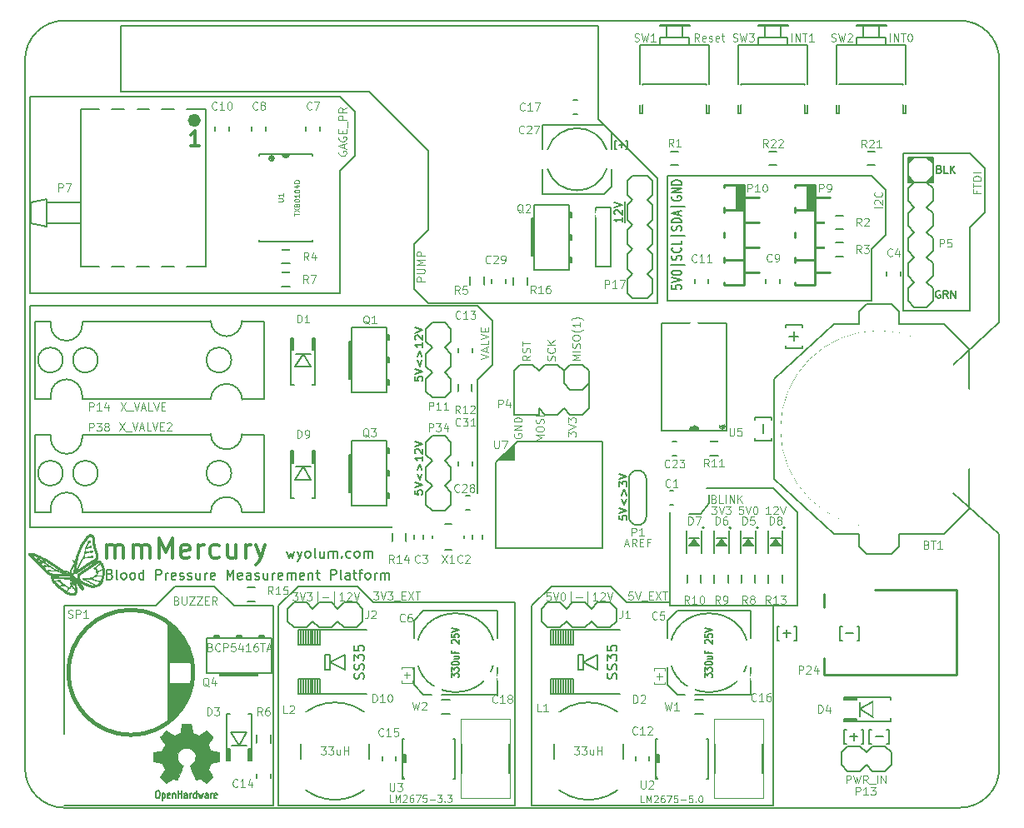
<source format=gto>
G04 #@! TF.FileFunction,Legend,Top*
%FSLAX46Y46*%
G04 Gerber Fmt 4.6, Leading zero omitted, Abs format (unit mm)*
G04 Created by KiCad (PCBNEW 4.0.1-3.201512161002+6197~38~ubuntu15.04.1-stable) date Fri Dec 18 17:49:46 2015*
%MOMM*%
G01*
G04 APERTURE LIST*
%ADD10C,0.025400*%
%ADD11C,0.200000*%
%ADD12C,0.120000*%
%ADD13C,0.300000*%
%ADD14C,0.150000*%
%ADD15C,0.127000*%
%ADD16C,0.190500*%
%ADD17C,0.152400*%
%ADD18C,0.254000*%
%ADD19C,0.381000*%
%ADD20C,0.002540*%
%ADD21C,0.100000*%
%ADD22C,0.101600*%
%ADD23C,0.099060*%
%ADD24C,0.355600*%
%ADD25C,1.200000*%
%ADD26C,1.016000*%
%ADD27C,20.000000*%
%ADD28R,1.700000X2.500000*%
%ADD29R,2.500000X1.700000*%
%ADD30R,1.270000X1.016000*%
%ADD31R,1.400000X1.400000*%
%ADD32R,1.524000X1.524000*%
%ADD33C,1.524000*%
%ADD34C,1.778000*%
%ADD35R,1.778000X1.778000*%
%ADD36C,2.540000*%
%ADD37C,1.800000*%
%ADD38O,3.048000X4.572000*%
%ADD39R,3.048000X4.572000*%
%ADD40O,4.572000X3.048000*%
%ADD41R,2.032000X3.810000*%
%ADD42R,2.032000X1.524000*%
%ADD43R,3.810000X2.032000*%
%ADD44R,1.524000X2.032000*%
%ADD45C,6.096000*%
%ADD46C,2.032000*%
%ADD47R,1.998980X0.599440*%
%ADD48R,1.998980X0.449580*%
%ADD49R,0.449580X1.998980*%
%ADD50R,1.400000X1.200000*%
%ADD51R,1.000000X1.450000*%
%ADD52R,1.450000X1.000000*%
%ADD53R,1.100000X1.150000*%
%ADD54C,2.000000*%
%ADD55C,3.000000*%
%ADD56R,0.609600X2.032000*%
%ADD57R,1.450000X1.150000*%
%ADD58R,1.150000X1.450000*%
%ADD59R,4.300000X2.400000*%
%ADD60R,3.500000X2.500000*%
%ADD61R,7.500000X3.000000*%
%ADD62R,1.549400X0.596900*%
%ADD63R,2.600000X3.200000*%
%ADD64R,3.800000X1.400000*%
%ADD65R,0.609600X3.048000*%
G04 APERTURE END LIST*
D10*
D11*
X61000000Y61600000D02*
X61000000Y59500000D01*
X25250000Y20500000D02*
X21250000Y20500000D01*
X65500000Y20500000D02*
X76000000Y20500000D01*
X61100000Y20900000D02*
X65500000Y20900000D01*
X59500000Y22500000D02*
X61100000Y20900000D01*
X53500000Y22500000D02*
X59500000Y22500000D01*
X35350000Y20900000D02*
X49750000Y20900000D01*
X33750000Y22500000D02*
X35350000Y20900000D01*
X27750000Y22500000D02*
X33750000Y22500000D01*
X96000000Y59000000D02*
X96000000Y50500000D01*
X97500000Y60500000D02*
X96000000Y59000000D01*
X97500000Y65000000D02*
X97500000Y60500000D01*
X96000000Y66500000D02*
X97500000Y65000000D01*
D12*
X87111905Y60969048D02*
X86311905Y60969048D01*
X86388095Y61311905D02*
X86350000Y61350000D01*
X86311905Y61426191D01*
X86311905Y61616667D01*
X86350000Y61692857D01*
X86388095Y61730953D01*
X86464286Y61769048D01*
X86540476Y61769048D01*
X86654762Y61730953D01*
X87111905Y61273810D01*
X87111905Y61769048D01*
X87035714Y62569048D02*
X87073810Y62530953D01*
X87111905Y62416667D01*
X87111905Y62340477D01*
X87073810Y62226191D01*
X86997619Y62150000D01*
X86921429Y62111905D01*
X86769048Y62073810D01*
X86654762Y62073810D01*
X86502381Y62111905D01*
X86426190Y62150000D01*
X86350000Y62226191D01*
X86311905Y62340477D01*
X86311905Y62416667D01*
X86350000Y62530953D01*
X86388095Y62569048D01*
D11*
X86000000Y56750000D02*
X86000000Y51500000D01*
X87500000Y58250000D02*
X86000000Y56750000D01*
X87500000Y62750000D02*
X87500000Y58250000D01*
X86000000Y64250000D02*
X87500000Y62750000D01*
X500000Y52250000D02*
X500000Y72250000D01*
X32000000Y52250000D02*
X500000Y52250000D01*
X32000000Y64750000D02*
X32000000Y52250000D01*
X33500000Y66250000D02*
X32000000Y64750000D01*
X33500000Y70750000D02*
X33500000Y66250000D01*
X32000000Y72250000D02*
X33500000Y70750000D01*
X500000Y72250000D02*
X32000000Y72250000D01*
X41000000Y58750000D02*
X41000000Y66750000D01*
X39500000Y57250000D02*
X41000000Y58750000D01*
X39500000Y52750000D02*
X39500000Y57250000D01*
X41000000Y51250000D02*
X39500000Y52750000D01*
D12*
X46311905Y45611905D02*
X47111905Y45878572D01*
X46311905Y46145239D01*
X46883333Y46373810D02*
X46883333Y46754762D01*
X47111905Y46297619D02*
X46311905Y46564286D01*
X47111905Y46830953D01*
X47111905Y47478572D02*
X47111905Y47097619D01*
X46311905Y47097619D01*
X46311905Y47630952D02*
X47111905Y47897619D01*
X46311905Y48164286D01*
X46692857Y48430952D02*
X46692857Y48697619D01*
X47111905Y48811905D02*
X47111905Y48430952D01*
X46311905Y48430952D01*
X46311905Y48811905D01*
D11*
X46000000Y51000000D02*
X500000Y51000000D01*
X47500000Y49500000D02*
X47500000Y45000000D01*
X47500000Y49500000D02*
X46000000Y51000000D01*
X46000000Y43500000D02*
X46000000Y32000000D01*
X47500000Y45000000D02*
X46000000Y43500000D01*
X500000Y28500000D02*
X500000Y51000000D01*
X500000Y28500000D02*
X38500000Y28500000D01*
X35000000Y72750000D02*
X9750000Y72750000D01*
X41000000Y66750000D02*
X35000000Y72750000D01*
X41000000Y51250000D02*
X64250000Y51250000D01*
X9750000Y79500000D02*
X9750000Y72750000D01*
X58250000Y79500000D02*
X9750000Y79500000D01*
X58250000Y70000000D02*
X58250000Y79500000D01*
X64250000Y64000000D02*
X58250000Y70000000D01*
X64250000Y51250000D02*
X64250000Y64000000D01*
D13*
X8297618Y25395238D02*
X8297618Y26728571D01*
X8297618Y26538095D02*
X8392857Y26633333D01*
X8583333Y26728571D01*
X8869047Y26728571D01*
X9059523Y26633333D01*
X9154761Y26442857D01*
X9154761Y25395238D01*
X9154761Y26442857D02*
X9249999Y26633333D01*
X9440476Y26728571D01*
X9726190Y26728571D01*
X9916666Y26633333D01*
X10011904Y26442857D01*
X10011904Y25395238D01*
X10964285Y25395238D02*
X10964285Y26728571D01*
X10964285Y26538095D02*
X11059524Y26633333D01*
X11250000Y26728571D01*
X11535714Y26728571D01*
X11726190Y26633333D01*
X11821428Y26442857D01*
X11821428Y25395238D01*
X11821428Y26442857D02*
X11916666Y26633333D01*
X12107143Y26728571D01*
X12392857Y26728571D01*
X12583333Y26633333D01*
X12678571Y26442857D01*
X12678571Y25395238D01*
X13630952Y25395238D02*
X13630952Y27395238D01*
X14297619Y25966667D01*
X14964286Y27395238D01*
X14964286Y25395238D01*
X16678571Y25490476D02*
X16488095Y25395238D01*
X16107143Y25395238D01*
X15916666Y25490476D01*
X15821428Y25680952D01*
X15821428Y26442857D01*
X15916666Y26633333D01*
X16107143Y26728571D01*
X16488095Y26728571D01*
X16678571Y26633333D01*
X16773809Y26442857D01*
X16773809Y26252381D01*
X15821428Y26061905D01*
X17630952Y25395238D02*
X17630952Y26728571D01*
X17630952Y26347619D02*
X17726191Y26538095D01*
X17821429Y26633333D01*
X18011905Y26728571D01*
X18202381Y26728571D01*
X19726190Y25490476D02*
X19535714Y25395238D01*
X19154762Y25395238D01*
X18964286Y25490476D01*
X18869047Y25585714D01*
X18773809Y25776190D01*
X18773809Y26347619D01*
X18869047Y26538095D01*
X18964286Y26633333D01*
X19154762Y26728571D01*
X19535714Y26728571D01*
X19726190Y26633333D01*
X21440476Y26728571D02*
X21440476Y25395238D01*
X20583333Y26728571D02*
X20583333Y25680952D01*
X20678572Y25490476D01*
X20869048Y25395238D01*
X21154762Y25395238D01*
X21345238Y25490476D01*
X21440476Y25585714D01*
X22392857Y25395238D02*
X22392857Y26728571D01*
X22392857Y26347619D02*
X22488096Y26538095D01*
X22583334Y26633333D01*
X22773810Y26728571D01*
X22964286Y26728571D01*
X23440476Y26728571D02*
X23916667Y25395238D01*
X24392857Y26728571D02*
X23916667Y25395238D01*
X23726191Y24919048D01*
X23630952Y24823810D01*
X23440476Y24728571D01*
D11*
X8626188Y23721429D02*
X8769045Y23673810D01*
X8816664Y23626190D01*
X8864283Y23530952D01*
X8864283Y23388095D01*
X8816664Y23292857D01*
X8769045Y23245238D01*
X8673807Y23197619D01*
X8292854Y23197619D01*
X8292854Y24197619D01*
X8626188Y24197619D01*
X8721426Y24150000D01*
X8769045Y24102381D01*
X8816664Y24007143D01*
X8816664Y23911905D01*
X8769045Y23816667D01*
X8721426Y23769048D01*
X8626188Y23721429D01*
X8292854Y23721429D01*
X9435711Y23197619D02*
X9340473Y23245238D01*
X9292854Y23340476D01*
X9292854Y24197619D01*
X9959521Y23197619D02*
X9864283Y23245238D01*
X9816664Y23292857D01*
X9769045Y23388095D01*
X9769045Y23673810D01*
X9816664Y23769048D01*
X9864283Y23816667D01*
X9959521Y23864286D01*
X10102379Y23864286D01*
X10197617Y23816667D01*
X10245236Y23769048D01*
X10292855Y23673810D01*
X10292855Y23388095D01*
X10245236Y23292857D01*
X10197617Y23245238D01*
X10102379Y23197619D01*
X9959521Y23197619D01*
X10864283Y23197619D02*
X10769045Y23245238D01*
X10721426Y23292857D01*
X10673807Y23388095D01*
X10673807Y23673810D01*
X10721426Y23769048D01*
X10769045Y23816667D01*
X10864283Y23864286D01*
X11007141Y23864286D01*
X11102379Y23816667D01*
X11149998Y23769048D01*
X11197617Y23673810D01*
X11197617Y23388095D01*
X11149998Y23292857D01*
X11102379Y23245238D01*
X11007141Y23197619D01*
X10864283Y23197619D01*
X12054760Y23197619D02*
X12054760Y24197619D01*
X12054760Y23245238D02*
X11959522Y23197619D01*
X11769045Y23197619D01*
X11673807Y23245238D01*
X11626188Y23292857D01*
X11578569Y23388095D01*
X11578569Y23673810D01*
X11626188Y23769048D01*
X11673807Y23816667D01*
X11769045Y23864286D01*
X11959522Y23864286D01*
X12054760Y23816667D01*
X13292855Y23197619D02*
X13292855Y24197619D01*
X13673808Y24197619D01*
X13769046Y24150000D01*
X13816665Y24102381D01*
X13864284Y24007143D01*
X13864284Y23864286D01*
X13816665Y23769048D01*
X13769046Y23721429D01*
X13673808Y23673810D01*
X13292855Y23673810D01*
X14292855Y23197619D02*
X14292855Y23864286D01*
X14292855Y23673810D02*
X14340474Y23769048D01*
X14388093Y23816667D01*
X14483331Y23864286D01*
X14578570Y23864286D01*
X15292856Y23245238D02*
X15197618Y23197619D01*
X15007141Y23197619D01*
X14911903Y23245238D01*
X14864284Y23340476D01*
X14864284Y23721429D01*
X14911903Y23816667D01*
X15007141Y23864286D01*
X15197618Y23864286D01*
X15292856Y23816667D01*
X15340475Y23721429D01*
X15340475Y23626190D01*
X14864284Y23530952D01*
X15721427Y23245238D02*
X15816665Y23197619D01*
X16007141Y23197619D01*
X16102380Y23245238D01*
X16149999Y23340476D01*
X16149999Y23388095D01*
X16102380Y23483333D01*
X16007141Y23530952D01*
X15864284Y23530952D01*
X15769046Y23578571D01*
X15721427Y23673810D01*
X15721427Y23721429D01*
X15769046Y23816667D01*
X15864284Y23864286D01*
X16007141Y23864286D01*
X16102380Y23816667D01*
X16530951Y23245238D02*
X16626189Y23197619D01*
X16816665Y23197619D01*
X16911904Y23245238D01*
X16959523Y23340476D01*
X16959523Y23388095D01*
X16911904Y23483333D01*
X16816665Y23530952D01*
X16673808Y23530952D01*
X16578570Y23578571D01*
X16530951Y23673810D01*
X16530951Y23721429D01*
X16578570Y23816667D01*
X16673808Y23864286D01*
X16816665Y23864286D01*
X16911904Y23816667D01*
X17816666Y23864286D02*
X17816666Y23197619D01*
X17388094Y23864286D02*
X17388094Y23340476D01*
X17435713Y23245238D01*
X17530951Y23197619D01*
X17673809Y23197619D01*
X17769047Y23245238D01*
X17816666Y23292857D01*
X18292856Y23197619D02*
X18292856Y23864286D01*
X18292856Y23673810D02*
X18340475Y23769048D01*
X18388094Y23816667D01*
X18483332Y23864286D01*
X18578571Y23864286D01*
X19292857Y23245238D02*
X19197619Y23197619D01*
X19007142Y23197619D01*
X18911904Y23245238D01*
X18864285Y23340476D01*
X18864285Y23721429D01*
X18911904Y23816667D01*
X19007142Y23864286D01*
X19197619Y23864286D01*
X19292857Y23816667D01*
X19340476Y23721429D01*
X19340476Y23626190D01*
X18864285Y23530952D01*
X20530952Y23197619D02*
X20530952Y24197619D01*
X20864286Y23483333D01*
X21197619Y24197619D01*
X21197619Y23197619D01*
X22054762Y23245238D02*
X21959524Y23197619D01*
X21769047Y23197619D01*
X21673809Y23245238D01*
X21626190Y23340476D01*
X21626190Y23721429D01*
X21673809Y23816667D01*
X21769047Y23864286D01*
X21959524Y23864286D01*
X22054762Y23816667D01*
X22102381Y23721429D01*
X22102381Y23626190D01*
X21626190Y23530952D01*
X22959524Y23197619D02*
X22959524Y23721429D01*
X22911905Y23816667D01*
X22816667Y23864286D01*
X22626190Y23864286D01*
X22530952Y23816667D01*
X22959524Y23245238D02*
X22864286Y23197619D01*
X22626190Y23197619D01*
X22530952Y23245238D01*
X22483333Y23340476D01*
X22483333Y23435714D01*
X22530952Y23530952D01*
X22626190Y23578571D01*
X22864286Y23578571D01*
X22959524Y23626190D01*
X23388095Y23245238D02*
X23483333Y23197619D01*
X23673809Y23197619D01*
X23769048Y23245238D01*
X23816667Y23340476D01*
X23816667Y23388095D01*
X23769048Y23483333D01*
X23673809Y23530952D01*
X23530952Y23530952D01*
X23435714Y23578571D01*
X23388095Y23673810D01*
X23388095Y23721429D01*
X23435714Y23816667D01*
X23530952Y23864286D01*
X23673809Y23864286D01*
X23769048Y23816667D01*
X24673810Y23864286D02*
X24673810Y23197619D01*
X24245238Y23864286D02*
X24245238Y23340476D01*
X24292857Y23245238D01*
X24388095Y23197619D01*
X24530953Y23197619D01*
X24626191Y23245238D01*
X24673810Y23292857D01*
X25150000Y23197619D02*
X25150000Y23864286D01*
X25150000Y23673810D02*
X25197619Y23769048D01*
X25245238Y23816667D01*
X25340476Y23864286D01*
X25435715Y23864286D01*
X26150001Y23245238D02*
X26054763Y23197619D01*
X25864286Y23197619D01*
X25769048Y23245238D01*
X25721429Y23340476D01*
X25721429Y23721429D01*
X25769048Y23816667D01*
X25864286Y23864286D01*
X26054763Y23864286D01*
X26150001Y23816667D01*
X26197620Y23721429D01*
X26197620Y23626190D01*
X25721429Y23530952D01*
X26626191Y23197619D02*
X26626191Y23864286D01*
X26626191Y23769048D02*
X26673810Y23816667D01*
X26769048Y23864286D01*
X26911906Y23864286D01*
X27007144Y23816667D01*
X27054763Y23721429D01*
X27054763Y23197619D01*
X27054763Y23721429D02*
X27102382Y23816667D01*
X27197620Y23864286D01*
X27340477Y23864286D01*
X27435715Y23816667D01*
X27483334Y23721429D01*
X27483334Y23197619D01*
X28340477Y23245238D02*
X28245239Y23197619D01*
X28054762Y23197619D01*
X27959524Y23245238D01*
X27911905Y23340476D01*
X27911905Y23721429D01*
X27959524Y23816667D01*
X28054762Y23864286D01*
X28245239Y23864286D01*
X28340477Y23816667D01*
X28388096Y23721429D01*
X28388096Y23626190D01*
X27911905Y23530952D01*
X28816667Y23864286D02*
X28816667Y23197619D01*
X28816667Y23769048D02*
X28864286Y23816667D01*
X28959524Y23864286D01*
X29102382Y23864286D01*
X29197620Y23816667D01*
X29245239Y23721429D01*
X29245239Y23197619D01*
X29578572Y23864286D02*
X29959524Y23864286D01*
X29721429Y24197619D02*
X29721429Y23340476D01*
X29769048Y23245238D01*
X29864286Y23197619D01*
X29959524Y23197619D01*
X31054763Y23197619D02*
X31054763Y24197619D01*
X31435716Y24197619D01*
X31530954Y24150000D01*
X31578573Y24102381D01*
X31626192Y24007143D01*
X31626192Y23864286D01*
X31578573Y23769048D01*
X31530954Y23721429D01*
X31435716Y23673810D01*
X31054763Y23673810D01*
X32197620Y23197619D02*
X32102382Y23245238D01*
X32054763Y23340476D01*
X32054763Y24197619D01*
X33007145Y23197619D02*
X33007145Y23721429D01*
X32959526Y23816667D01*
X32864288Y23864286D01*
X32673811Y23864286D01*
X32578573Y23816667D01*
X33007145Y23245238D02*
X32911907Y23197619D01*
X32673811Y23197619D01*
X32578573Y23245238D01*
X32530954Y23340476D01*
X32530954Y23435714D01*
X32578573Y23530952D01*
X32673811Y23578571D01*
X32911907Y23578571D01*
X33007145Y23626190D01*
X33340478Y23864286D02*
X33721430Y23864286D01*
X33483335Y24197619D02*
X33483335Y23340476D01*
X33530954Y23245238D01*
X33626192Y23197619D01*
X33721430Y23197619D01*
X33911907Y23864286D02*
X34292859Y23864286D01*
X34054764Y23197619D02*
X34054764Y24054762D01*
X34102383Y24150000D01*
X34197621Y24197619D01*
X34292859Y24197619D01*
X34769050Y23197619D02*
X34673812Y23245238D01*
X34626193Y23292857D01*
X34578574Y23388095D01*
X34578574Y23673810D01*
X34626193Y23769048D01*
X34673812Y23816667D01*
X34769050Y23864286D01*
X34911908Y23864286D01*
X35007146Y23816667D01*
X35054765Y23769048D01*
X35102384Y23673810D01*
X35102384Y23388095D01*
X35054765Y23292857D01*
X35007146Y23245238D01*
X34911908Y23197619D01*
X34769050Y23197619D01*
X35530955Y23197619D02*
X35530955Y23864286D01*
X35530955Y23673810D02*
X35578574Y23769048D01*
X35626193Y23816667D01*
X35721431Y23864286D01*
X35816670Y23864286D01*
X36150003Y23197619D02*
X36150003Y23864286D01*
X36150003Y23769048D02*
X36197622Y23816667D01*
X36292860Y23864286D01*
X36435718Y23864286D01*
X36530956Y23816667D01*
X36578575Y23721429D01*
X36578575Y23197619D01*
X36578575Y23721429D02*
X36626194Y23816667D01*
X36721432Y23864286D01*
X36864289Y23864286D01*
X36959527Y23816667D01*
X37007146Y23721429D01*
X37007146Y23197619D01*
X26619048Y26064286D02*
X26809524Y25397619D01*
X27000001Y25873810D01*
X27190477Y25397619D01*
X27380953Y26064286D01*
X27666667Y26064286D02*
X27904762Y25397619D01*
X28142858Y26064286D02*
X27904762Y25397619D01*
X27809524Y25159524D01*
X27761905Y25111905D01*
X27666667Y25064286D01*
X28666667Y25397619D02*
X28571429Y25445238D01*
X28523810Y25492857D01*
X28476191Y25588095D01*
X28476191Y25873810D01*
X28523810Y25969048D01*
X28571429Y26016667D01*
X28666667Y26064286D01*
X28809525Y26064286D01*
X28904763Y26016667D01*
X28952382Y25969048D01*
X29000001Y25873810D01*
X29000001Y25588095D01*
X28952382Y25492857D01*
X28904763Y25445238D01*
X28809525Y25397619D01*
X28666667Y25397619D01*
X29571429Y25397619D02*
X29476191Y25445238D01*
X29428572Y25540476D01*
X29428572Y26397619D01*
X30380954Y26064286D02*
X30380954Y25397619D01*
X29952382Y26064286D02*
X29952382Y25540476D01*
X30000001Y25445238D01*
X30095239Y25397619D01*
X30238097Y25397619D01*
X30333335Y25445238D01*
X30380954Y25492857D01*
X30857144Y25397619D02*
X30857144Y26064286D01*
X30857144Y25969048D02*
X30904763Y26016667D01*
X31000001Y26064286D01*
X31142859Y26064286D01*
X31238097Y26016667D01*
X31285716Y25921429D01*
X31285716Y25397619D01*
X31285716Y25921429D02*
X31333335Y26016667D01*
X31428573Y26064286D01*
X31571430Y26064286D01*
X31666668Y26016667D01*
X31714287Y25921429D01*
X31714287Y25397619D01*
X32190477Y25492857D02*
X32238096Y25445238D01*
X32190477Y25397619D01*
X32142858Y25445238D01*
X32190477Y25492857D01*
X32190477Y25397619D01*
X33095239Y25445238D02*
X33000001Y25397619D01*
X32809524Y25397619D01*
X32714286Y25445238D01*
X32666667Y25492857D01*
X32619048Y25588095D01*
X32619048Y25873810D01*
X32666667Y25969048D01*
X32714286Y26016667D01*
X32809524Y26064286D01*
X33000001Y26064286D01*
X33095239Y26016667D01*
X33666667Y25397619D02*
X33571429Y25445238D01*
X33523810Y25492857D01*
X33476191Y25588095D01*
X33476191Y25873810D01*
X33523810Y25969048D01*
X33571429Y26016667D01*
X33666667Y26064286D01*
X33809525Y26064286D01*
X33904763Y26016667D01*
X33952382Y25969048D01*
X34000001Y25873810D01*
X34000001Y25588095D01*
X33952382Y25492857D01*
X33904763Y25445238D01*
X33809525Y25397619D01*
X33666667Y25397619D01*
X34428572Y25397619D02*
X34428572Y26064286D01*
X34428572Y25969048D02*
X34476191Y26016667D01*
X34571429Y26064286D01*
X34714287Y26064286D01*
X34809525Y26016667D01*
X34857144Y25921429D01*
X34857144Y25397619D01*
X34857144Y25921429D02*
X34904763Y26016667D01*
X35000001Y26064286D01*
X35142858Y26064286D01*
X35238096Y26016667D01*
X35285715Y25921429D01*
X35285715Y25397619D01*
X4000000Y20500000D02*
X4000000Y7500000D01*
X13200000Y20500000D02*
X4000000Y20500000D01*
X25250000Y250000D02*
X4000000Y250000D01*
X76000000Y32500000D02*
X69250000Y32500000D01*
X78500000Y30000000D02*
X76000000Y32500000D01*
X78500000Y20500000D02*
X78500000Y30000000D01*
X76000000Y20500000D02*
X78500000Y20500000D01*
X65500000Y30000000D02*
X65500000Y20500000D01*
X15250000Y22500000D02*
X13250000Y20500000D01*
X19250000Y22500000D02*
X15250000Y22500000D01*
X21250000Y20500000D02*
X19250000Y22500000D01*
X25250000Y250000D02*
X25250000Y20500000D01*
X49750000Y250000D02*
X49750000Y20900000D01*
X25750000Y250000D02*
X49750000Y250000D01*
X25750000Y20500000D02*
X25750000Y250000D01*
X27750000Y22500000D02*
X25750000Y20500000D01*
X51500000Y20500000D02*
X53500000Y22500000D01*
X51500000Y250000D02*
X51500000Y20500000D01*
X76000000Y250000D02*
X76000000Y20500000D01*
X51500000Y250000D02*
X76000000Y250000D01*
X84552381Y18435714D02*
X84790477Y18435714D01*
X84790477Y17007143D01*
X84552381Y17007143D01*
X84171429Y17721429D02*
X83409524Y17721429D01*
X83028572Y18435714D02*
X82790477Y18435714D01*
X82790477Y17007143D01*
X83028572Y17007143D01*
X78171427Y18435714D02*
X78409523Y18435714D01*
X78409523Y17007143D01*
X78171427Y17007143D01*
X77790475Y17721429D02*
X77028570Y17721429D01*
X77409522Y18102381D02*
X77409522Y17340476D01*
X76647618Y18435714D02*
X76409523Y18435714D01*
X76409523Y17007143D01*
X76647618Y17007143D01*
X96000000Y66500000D02*
X89250000Y66500000D01*
X89250000Y50500000D02*
X96000000Y50500000D01*
X89250000Y66500000D02*
X89250000Y50500000D01*
X65250000Y51500000D02*
X65250000Y58250000D01*
X86000000Y51500000D02*
X65250000Y51500000D01*
X65250000Y64250000D02*
X86000000Y64250000D01*
X65250000Y58250000D02*
X65250000Y64250000D01*
D14*
X65702381Y53126191D02*
X65702381Y52745238D01*
X66178571Y52707143D01*
X66130952Y52745238D01*
X66083333Y52821429D01*
X66083333Y53011905D01*
X66130952Y53088095D01*
X66178571Y53126191D01*
X66273810Y53164286D01*
X66511905Y53164286D01*
X66607143Y53126191D01*
X66654762Y53088095D01*
X66702381Y53011905D01*
X66702381Y52821429D01*
X66654762Y52745238D01*
X66607143Y52707143D01*
X65702381Y53392857D02*
X66702381Y53659524D01*
X65702381Y53926191D01*
X65702381Y54345238D02*
X65702381Y54421429D01*
X65750000Y54497619D01*
X65797619Y54535714D01*
X65892857Y54573810D01*
X66083333Y54611905D01*
X66321429Y54611905D01*
X66511905Y54573810D01*
X66607143Y54535714D01*
X66654762Y54497619D01*
X66702381Y54421429D01*
X66702381Y54345238D01*
X66654762Y54269048D01*
X66607143Y54230952D01*
X66511905Y54192857D01*
X66321429Y54154762D01*
X66083333Y54154762D01*
X65892857Y54192857D01*
X65797619Y54230952D01*
X65750000Y54269048D01*
X65702381Y54345238D01*
X67035714Y55145238D02*
X65607143Y55145238D01*
X66654762Y55678572D02*
X66702381Y55792858D01*
X66702381Y55983334D01*
X66654762Y56059524D01*
X66607143Y56097620D01*
X66511905Y56135715D01*
X66416667Y56135715D01*
X66321429Y56097620D01*
X66273810Y56059524D01*
X66226190Y55983334D01*
X66178571Y55830953D01*
X66130952Y55754762D01*
X66083333Y55716667D01*
X65988095Y55678572D01*
X65892857Y55678572D01*
X65797619Y55716667D01*
X65750000Y55754762D01*
X65702381Y55830953D01*
X65702381Y56021429D01*
X65750000Y56135715D01*
X66607143Y56935715D02*
X66654762Y56897620D01*
X66702381Y56783334D01*
X66702381Y56707144D01*
X66654762Y56592858D01*
X66559524Y56516667D01*
X66464286Y56478572D01*
X66273810Y56440477D01*
X66130952Y56440477D01*
X65940476Y56478572D01*
X65845238Y56516667D01*
X65750000Y56592858D01*
X65702381Y56707144D01*
X65702381Y56783334D01*
X65750000Y56897620D01*
X65797619Y56935715D01*
X66702381Y57659525D02*
X66702381Y57278572D01*
X65702381Y57278572D01*
X67035714Y58116667D02*
X65607143Y58116667D01*
X66654762Y58650001D02*
X66702381Y58764287D01*
X66702381Y58954763D01*
X66654762Y59030953D01*
X66607143Y59069049D01*
X66511905Y59107144D01*
X66416667Y59107144D01*
X66321429Y59069049D01*
X66273810Y59030953D01*
X66226190Y58954763D01*
X66178571Y58802382D01*
X66130952Y58726191D01*
X66083333Y58688096D01*
X65988095Y58650001D01*
X65892857Y58650001D01*
X65797619Y58688096D01*
X65750000Y58726191D01*
X65702381Y58802382D01*
X65702381Y58992858D01*
X65750000Y59107144D01*
X66702381Y59450001D02*
X65702381Y59450001D01*
X65702381Y59640477D01*
X65750000Y59754763D01*
X65845238Y59830954D01*
X65940476Y59869049D01*
X66130952Y59907144D01*
X66273810Y59907144D01*
X66464286Y59869049D01*
X66559524Y59830954D01*
X66654762Y59754763D01*
X66702381Y59640477D01*
X66702381Y59450001D01*
X66416667Y60211906D02*
X66416667Y60592858D01*
X66702381Y60135715D02*
X65702381Y60402382D01*
X66702381Y60669049D01*
X67035714Y61126191D02*
X65607143Y61126191D01*
X65750000Y62116668D02*
X65702381Y62040477D01*
X65702381Y61926192D01*
X65750000Y61811906D01*
X65845238Y61735715D01*
X65940476Y61697620D01*
X66130952Y61659525D01*
X66273810Y61659525D01*
X66464286Y61697620D01*
X66559524Y61735715D01*
X66654762Y61811906D01*
X66702381Y61926192D01*
X66702381Y62002382D01*
X66654762Y62116668D01*
X66607143Y62154763D01*
X66273810Y62154763D01*
X66273810Y62002382D01*
X66702381Y62497620D02*
X65702381Y62497620D01*
X66702381Y62954763D01*
X65702381Y62954763D01*
X66702381Y63335715D02*
X65702381Y63335715D01*
X65702381Y63526191D01*
X65750000Y63640477D01*
X65845238Y63716668D01*
X65940476Y63754763D01*
X66130952Y63792858D01*
X66273810Y63792858D01*
X66464286Y63754763D01*
X66559524Y63716668D01*
X66654762Y63640477D01*
X66702381Y63526191D01*
X66702381Y63335715D01*
X60661905Y60004762D02*
X60661905Y59547619D01*
X60661905Y59776190D02*
X59861905Y59776190D01*
X59976190Y59700000D01*
X60052381Y59623809D01*
X60090476Y59547619D01*
X59938095Y60309524D02*
X59900000Y60347619D01*
X59861905Y60423810D01*
X59861905Y60614286D01*
X59900000Y60690476D01*
X59938095Y60728572D01*
X60014286Y60766667D01*
X60090476Y60766667D01*
X60204762Y60728572D01*
X60661905Y60271429D01*
X60661905Y60766667D01*
X59861905Y60995238D02*
X60661905Y61261905D01*
X59861905Y61528572D01*
X39611905Y43802382D02*
X39611905Y43421429D01*
X39992857Y43383334D01*
X39954762Y43421429D01*
X39916667Y43497620D01*
X39916667Y43688096D01*
X39954762Y43764286D01*
X39992857Y43802382D01*
X40069048Y43840477D01*
X40259524Y43840477D01*
X40335714Y43802382D01*
X40373810Y43764286D01*
X40411905Y43688096D01*
X40411905Y43497620D01*
X40373810Y43421429D01*
X40335714Y43383334D01*
X39611905Y44069048D02*
X40411905Y44335715D01*
X39611905Y44602382D01*
X39878571Y45478572D02*
X40107143Y44869048D01*
X40335714Y45478572D01*
X39878571Y45859524D02*
X40107143Y46469048D01*
X40335714Y45859524D01*
X40411905Y47269048D02*
X40411905Y46811905D01*
X40411905Y47040476D02*
X39611905Y47040476D01*
X39726190Y46964286D01*
X39802381Y46888095D01*
X39840476Y46811905D01*
X39688095Y47573810D02*
X39650000Y47611905D01*
X39611905Y47688096D01*
X39611905Y47878572D01*
X39650000Y47954762D01*
X39688095Y47992858D01*
X39764286Y48030953D01*
X39840476Y48030953D01*
X39954762Y47992858D01*
X40411905Y47535715D01*
X40411905Y48030953D01*
X39611905Y48259524D02*
X40411905Y48526191D01*
X39611905Y48792858D01*
X39611905Y32252382D02*
X39611905Y31871429D01*
X39992857Y31833334D01*
X39954762Y31871429D01*
X39916667Y31947620D01*
X39916667Y32138096D01*
X39954762Y32214286D01*
X39992857Y32252382D01*
X40069048Y32290477D01*
X40259524Y32290477D01*
X40335714Y32252382D01*
X40373810Y32214286D01*
X40411905Y32138096D01*
X40411905Y31947620D01*
X40373810Y31871429D01*
X40335714Y31833334D01*
X39611905Y32519048D02*
X40411905Y32785715D01*
X39611905Y33052382D01*
X39878571Y33928572D02*
X40107143Y33319048D01*
X40335714Y33928572D01*
X39878571Y34309524D02*
X40107143Y34919048D01*
X40335714Y34309524D01*
X40411905Y35719048D02*
X40411905Y35261905D01*
X40411905Y35490476D02*
X39611905Y35490476D01*
X39726190Y35414286D01*
X39802381Y35338095D01*
X39840476Y35261905D01*
X39688095Y36023810D02*
X39650000Y36061905D01*
X39611905Y36138096D01*
X39611905Y36328572D01*
X39650000Y36404762D01*
X39688095Y36442858D01*
X39764286Y36480953D01*
X39840476Y36480953D01*
X39954762Y36442858D01*
X40411905Y35985715D01*
X40411905Y36480953D01*
X39611905Y36709524D02*
X40411905Y36976191D01*
X39611905Y37242858D01*
X60361905Y29683334D02*
X60361905Y29302381D01*
X60742857Y29264286D01*
X60704762Y29302381D01*
X60666667Y29378572D01*
X60666667Y29569048D01*
X60704762Y29645238D01*
X60742857Y29683334D01*
X60819048Y29721429D01*
X61009524Y29721429D01*
X61085714Y29683334D01*
X61123810Y29645238D01*
X61161905Y29569048D01*
X61161905Y29378572D01*
X61123810Y29302381D01*
X61085714Y29264286D01*
X60361905Y29950000D02*
X61161905Y30216667D01*
X60361905Y30483334D01*
X60628571Y31359524D02*
X60857143Y30750000D01*
X61085714Y31359524D01*
X60628571Y31740476D02*
X60857143Y32350000D01*
X61085714Y31740476D01*
X60361905Y32654762D02*
X60361905Y33150000D01*
X60666667Y32883333D01*
X60666667Y32997619D01*
X60704762Y33073809D01*
X60742857Y33111905D01*
X60819048Y33150000D01*
X61009524Y33150000D01*
X61085714Y33111905D01*
X61123810Y33073809D01*
X61161905Y32997619D01*
X61161905Y32769047D01*
X61123810Y32692857D01*
X61085714Y32654762D01*
X60361905Y33378571D02*
X61161905Y33645238D01*
X60361905Y33911905D01*
D11*
X87547619Y7935714D02*
X87785715Y7935714D01*
X87785715Y6507143D01*
X87547619Y6507143D01*
X87166667Y7221429D02*
X86404762Y7221429D01*
X86023810Y7935714D02*
X85785715Y7935714D01*
X85785715Y6507143D01*
X86023810Y6507143D01*
X84976190Y7935714D02*
X85214286Y7935714D01*
X85214286Y6507143D01*
X84976190Y6507143D01*
X84595238Y7221429D02*
X83833333Y7221429D01*
X84214285Y7602381D02*
X84214285Y6840476D01*
X83452381Y7935714D02*
X83214286Y7935714D01*
X83214286Y6507143D01*
X83452381Y6507143D01*
D12*
X53404762Y21888095D02*
X53023809Y21888095D01*
X52985714Y21507143D01*
X53023809Y21545238D01*
X53100000Y21583333D01*
X53290476Y21583333D01*
X53366666Y21545238D01*
X53404762Y21507143D01*
X53442857Y21430952D01*
X53442857Y21240476D01*
X53404762Y21164286D01*
X53366666Y21126190D01*
X53290476Y21088095D01*
X53100000Y21088095D01*
X53023809Y21126190D01*
X52985714Y21164286D01*
X53671428Y21888095D02*
X53938095Y21088095D01*
X54204762Y21888095D01*
X54623809Y21888095D02*
X54700000Y21888095D01*
X54776190Y21850000D01*
X54814285Y21811905D01*
X54852381Y21735714D01*
X54890476Y21583333D01*
X54890476Y21392857D01*
X54852381Y21240476D01*
X54814285Y21164286D01*
X54776190Y21126190D01*
X54700000Y21088095D01*
X54623809Y21088095D01*
X54547619Y21126190D01*
X54509523Y21164286D01*
X54471428Y21240476D01*
X54433333Y21392857D01*
X54433333Y21583333D01*
X54471428Y21735714D01*
X54509523Y21811905D01*
X54547619Y21850000D01*
X54623809Y21888095D01*
X55423809Y20821429D02*
X55423809Y21964286D01*
X55995238Y21392857D02*
X56604762Y21392857D01*
X57176190Y20821429D02*
X57176190Y21964286D01*
X58166667Y21088095D02*
X57709524Y21088095D01*
X57938095Y21088095D02*
X57938095Y21888095D01*
X57861905Y21773810D01*
X57785714Y21697619D01*
X57709524Y21659524D01*
X58471429Y21811905D02*
X58509524Y21850000D01*
X58585715Y21888095D01*
X58776191Y21888095D01*
X58852381Y21850000D01*
X58890477Y21811905D01*
X58928572Y21735714D01*
X58928572Y21659524D01*
X58890477Y21545238D01*
X58433334Y21088095D01*
X58928572Y21088095D01*
X59157143Y21888095D02*
X59423810Y21088095D01*
X59690477Y21888095D01*
X27197619Y21888095D02*
X27692857Y21888095D01*
X27426190Y21583333D01*
X27540476Y21583333D01*
X27616666Y21545238D01*
X27654762Y21507143D01*
X27692857Y21430952D01*
X27692857Y21240476D01*
X27654762Y21164286D01*
X27616666Y21126190D01*
X27540476Y21088095D01*
X27311904Y21088095D01*
X27235714Y21126190D01*
X27197619Y21164286D01*
X27921428Y21888095D02*
X28188095Y21088095D01*
X28454762Y21888095D01*
X28645238Y21888095D02*
X29140476Y21888095D01*
X28873809Y21583333D01*
X28988095Y21583333D01*
X29064285Y21545238D01*
X29102381Y21507143D01*
X29140476Y21430952D01*
X29140476Y21240476D01*
X29102381Y21164286D01*
X29064285Y21126190D01*
X28988095Y21088095D01*
X28759523Y21088095D01*
X28683333Y21126190D01*
X28645238Y21164286D01*
X29673809Y20821429D02*
X29673809Y21964286D01*
X30245238Y21392857D02*
X30854762Y21392857D01*
X31426190Y20821429D02*
X31426190Y21964286D01*
X32416667Y21088095D02*
X31959524Y21088095D01*
X32188095Y21088095D02*
X32188095Y21888095D01*
X32111905Y21773810D01*
X32035714Y21697619D01*
X31959524Y21659524D01*
X32721429Y21811905D02*
X32759524Y21850000D01*
X32835715Y21888095D01*
X33026191Y21888095D01*
X33102381Y21850000D01*
X33140477Y21811905D01*
X33178572Y21735714D01*
X33178572Y21659524D01*
X33140477Y21545238D01*
X32683334Y21088095D01*
X33178572Y21088095D01*
X33407143Y21888095D02*
X33673810Y21088095D01*
X33940477Y21888095D01*
D11*
X68700000Y29850000D02*
X67450000Y29850000D01*
X69500000Y30950000D02*
X68700000Y29850000D01*
X69500000Y31800000D02*
X69500000Y30950000D01*
D15*
X4000000Y0D02*
X95000000Y0D01*
X99000000Y49300000D02*
X94300000Y45000000D01*
X99000000Y76000000D02*
X99000000Y49300000D01*
X94300000Y38500000D02*
X94300000Y45000000D01*
X94300000Y32000000D02*
X94300000Y38500000D01*
X99000000Y27800000D02*
X94300000Y32000000D01*
X99000000Y4000000D02*
X99000000Y27800000D01*
X0Y76000000D02*
X0Y4000000D01*
X95000000Y80000000D02*
X4000000Y80000000D01*
X99000000Y76000000D02*
G75*
G03X95000000Y80000000I-4000000J0D01*
G01*
X95000000Y0D02*
G75*
G03X99000000Y4000000I0J4000000D01*
G01*
X0Y4000000D02*
G75*
G03X4000000Y0I4000000J0D01*
G01*
X4000000Y80000000D02*
G75*
G03X0Y76000000I0J-4000000D01*
G01*
D16*
X88782000Y27832000D02*
X88782000Y26562000D01*
X88782000Y26562000D02*
X88020000Y25800000D01*
X88020000Y25800000D02*
X85480000Y25800000D01*
X85480000Y25800000D02*
X84718000Y26562000D01*
X84718000Y26562000D02*
X84718000Y27832000D01*
X84718000Y49168000D02*
X84718000Y50438000D01*
X84718000Y50438000D02*
X85480000Y51200000D01*
X85480000Y51200000D02*
X88020000Y51200000D01*
X88020000Y51200000D02*
X88782000Y50438000D01*
X88782000Y50438000D02*
X88782000Y49168000D01*
X89036000Y27832000D02*
X88782000Y27832000D01*
X84718000Y27832000D02*
X84464000Y27832000D01*
X84464000Y49168000D02*
X84718000Y49168000D01*
X88782000Y49168000D02*
X89036000Y49168000D01*
X94624000Y38500000D02*
X94624000Y35960000D01*
X94624000Y35960000D02*
X95894000Y34690000D01*
X95894000Y34690000D02*
X95894000Y30372000D01*
X95894000Y30372000D02*
X93354000Y27832000D01*
X93354000Y27832000D02*
X89036000Y27832000D01*
X95894000Y46628000D02*
X95894000Y42310000D01*
X93354000Y49168000D02*
X89036000Y49168000D01*
X95894000Y46628000D02*
X93354000Y49168000D01*
X94624000Y38500000D02*
X94624000Y41040000D01*
X94624000Y41040000D02*
X95894000Y42310000D01*
X82178000Y27832000D02*
X76082000Y33420000D01*
X82178000Y27832000D02*
X84464000Y27832000D01*
X76082000Y43580000D02*
X82178000Y49168000D01*
X82178000Y49168000D02*
X84464000Y49168000D01*
X76082000Y38500000D02*
X76082000Y33420000D01*
X76082000Y38500000D02*
X76082000Y43580000D01*
X96669017Y38500000D02*
G75*
G03X96669017Y38500000I-9919017J0D01*
G01*
D17*
X28250000Y46150000D02*
X27450000Y44850000D01*
X27450000Y44850000D02*
X29050000Y44850000D01*
X29050000Y44850000D02*
X28250000Y46150000D01*
D15*
X28250000Y46150000D02*
X29000000Y46150000D01*
X28250000Y46150000D02*
X27500000Y46150000D01*
X29500000Y47750000D02*
X29200000Y47750000D01*
X29200000Y46500000D02*
X29500000Y46500000D01*
X29200000Y47750000D02*
X29200000Y46500000D01*
X29300000Y46500000D02*
X29300000Y47750000D01*
X29400000Y47750000D02*
X29400000Y46500000D01*
X27000000Y47750000D02*
X27300000Y47750000D01*
X27300000Y46500000D02*
X27000000Y46500000D01*
X27300000Y46500000D02*
X27300000Y47750000D01*
X27200000Y47750000D02*
X27200000Y46500000D01*
X27100000Y46500000D02*
X27100000Y47750000D01*
X27000000Y43000000D02*
X27350000Y43000000D01*
X29500000Y47750000D02*
X29500000Y43000000D01*
X29500000Y43000000D02*
X29150000Y43000000D01*
X27000000Y43000000D02*
X27000000Y47750000D01*
D17*
X21750000Y6350000D02*
X22550000Y7650000D01*
X22550000Y7650000D02*
X20950000Y7650000D01*
X20950000Y7650000D02*
X21750000Y6350000D01*
D15*
X21750000Y6350000D02*
X21000000Y6350000D01*
X21750000Y6350000D02*
X22500000Y6350000D01*
X20500000Y4750000D02*
X20800000Y4750000D01*
X20800000Y6000000D02*
X20500000Y6000000D01*
X20800000Y4750000D02*
X20800000Y6000000D01*
X20700000Y6000000D02*
X20700000Y4750000D01*
X20600000Y4750000D02*
X20600000Y6000000D01*
X23000000Y4750000D02*
X22700000Y4750000D01*
X22700000Y6000000D02*
X23000000Y6000000D01*
X22700000Y6000000D02*
X22700000Y4750000D01*
X22800000Y4750000D02*
X22800000Y6000000D01*
X22900000Y6000000D02*
X22900000Y4750000D01*
X23000000Y9500000D02*
X22650000Y9500000D01*
X20500000Y4750000D02*
X20500000Y9500000D01*
X20500000Y9500000D02*
X20850000Y9500000D01*
X23000000Y9500000D02*
X23000000Y4750000D01*
D17*
X84850000Y10000000D02*
X86150000Y9200000D01*
X86150000Y9200000D02*
X86150000Y10800000D01*
X86150000Y10800000D02*
X84850000Y10000000D01*
D15*
X84850000Y10000000D02*
X84850000Y10750000D01*
X84850000Y10000000D02*
X84850000Y9250000D01*
X83250000Y11250000D02*
X83250000Y10950000D01*
X84500000Y10950000D02*
X84500000Y11250000D01*
X83250000Y10950000D02*
X84500000Y10950000D01*
X84500000Y11050000D02*
X83250000Y11050000D01*
X83250000Y11150000D02*
X84500000Y11150000D01*
X83250000Y8750000D02*
X83250000Y9050000D01*
X84500000Y9050000D02*
X84500000Y8750000D01*
X84500000Y9050000D02*
X83250000Y9050000D01*
X83250000Y8950000D02*
X84500000Y8950000D01*
X84500000Y8850000D02*
X83250000Y8850000D01*
X88000000Y8750000D02*
X88000000Y9100000D01*
X83250000Y11250000D02*
X88000000Y11250000D01*
X88000000Y11250000D02*
X88000000Y10900000D01*
X88000000Y8750000D02*
X83250000Y8750000D01*
D14*
X73650000Y27050000D02*
X73350000Y27050000D01*
X73750000Y26900000D02*
X73250000Y26900000D01*
X73850000Y26750000D02*
X73200000Y26750000D01*
X74000000Y27400000D02*
X73000000Y27400000D01*
X73500000Y27250000D02*
X74000000Y26600000D01*
X74000000Y26600000D02*
X73000000Y26600000D01*
X73000000Y26600000D02*
X73500000Y27250000D01*
X74500000Y28450000D02*
G75*
G03X74500000Y28450000I-100000J0D01*
G01*
X72750000Y28150000D02*
X72750000Y25850000D01*
X74250000Y28150000D02*
X74250000Y25850000D01*
X70900000Y27050000D02*
X70600000Y27050000D01*
X71000000Y26900000D02*
X70500000Y26900000D01*
X71100000Y26750000D02*
X70450000Y26750000D01*
X71250000Y27400000D02*
X70250000Y27400000D01*
X70750000Y27250000D02*
X71250000Y26600000D01*
X71250000Y26600000D02*
X70250000Y26600000D01*
X70250000Y26600000D02*
X70750000Y27250000D01*
X71750000Y28450000D02*
G75*
G03X71750000Y28450000I-100000J0D01*
G01*
X70000000Y28150000D02*
X70000000Y25850000D01*
X71500000Y28150000D02*
X71500000Y25850000D01*
X68150000Y27050000D02*
X67850000Y27050000D01*
X68250000Y26900000D02*
X67750000Y26900000D01*
X68350000Y26750000D02*
X67700000Y26750000D01*
X68500000Y27400000D02*
X67500000Y27400000D01*
X68000000Y27250000D02*
X68500000Y26600000D01*
X68500000Y26600000D02*
X67500000Y26600000D01*
X67500000Y26600000D02*
X68000000Y27250000D01*
X69000000Y28450000D02*
G75*
G03X69000000Y28450000I-100000J0D01*
G01*
X67250000Y28150000D02*
X67250000Y25850000D01*
X68750000Y28150000D02*
X68750000Y25850000D01*
X76400000Y27050000D02*
X76100000Y27050000D01*
X76500000Y26900000D02*
X76000000Y26900000D01*
X76600000Y26750000D02*
X75950000Y26750000D01*
X76750000Y27400000D02*
X75750000Y27400000D01*
X76250000Y27250000D02*
X76750000Y26600000D01*
X76750000Y26600000D02*
X75750000Y26600000D01*
X75750000Y26600000D02*
X76250000Y27250000D01*
X77250000Y28450000D02*
G75*
G03X77250000Y28450000I-100000J0D01*
G01*
X75500000Y28150000D02*
X75500000Y25850000D01*
X77000000Y28150000D02*
X77000000Y25850000D01*
D17*
X28250000Y34650000D02*
X27450000Y33350000D01*
X27450000Y33350000D02*
X29050000Y33350000D01*
X29050000Y33350000D02*
X28250000Y34650000D01*
D15*
X28250000Y34650000D02*
X29000000Y34650000D01*
X28250000Y34650000D02*
X27500000Y34650000D01*
X29500000Y36250000D02*
X29200000Y36250000D01*
X29200000Y35000000D02*
X29500000Y35000000D01*
X29200000Y36250000D02*
X29200000Y35000000D01*
X29300000Y35000000D02*
X29300000Y36250000D01*
X29400000Y36250000D02*
X29400000Y35000000D01*
X27000000Y36250000D02*
X27300000Y36250000D01*
X27300000Y35000000D02*
X27000000Y35000000D01*
X27300000Y35000000D02*
X27300000Y36250000D01*
X27200000Y36250000D02*
X27200000Y35000000D01*
X27100000Y35000000D02*
X27100000Y36250000D01*
X27000000Y31500000D02*
X27350000Y31500000D01*
X29500000Y36250000D02*
X29500000Y31500000D01*
X29500000Y31500000D02*
X29150000Y31500000D01*
X27000000Y31500000D02*
X27000000Y36250000D01*
D14*
X61361000Y33405000D02*
X61361000Y29595000D01*
X63139000Y33405000D02*
X63139000Y29595000D01*
D17*
X62250000Y28706000D02*
G75*
G03X63139000Y29595000I0J889000D01*
G01*
X61361000Y29595000D02*
G75*
G03X62250000Y28706000I889000J0D01*
G01*
X62250000Y34294000D02*
G75*
G03X61361000Y33405000I0J-889000D01*
G01*
X63139000Y33405000D02*
G75*
G03X62250000Y34294000I-889000J0D01*
G01*
X51595000Y39960000D02*
X52230000Y39960000D01*
X52230000Y39960000D02*
X52230000Y40595000D01*
X50325000Y39960000D02*
X49690000Y39960000D01*
X49690000Y39960000D02*
X49690000Y40595000D01*
X54770000Y44405000D02*
X54770000Y43135000D01*
X54770000Y43135000D02*
X55405000Y42500000D01*
X55405000Y42500000D02*
X56675000Y42500000D01*
X56675000Y42500000D02*
X57310000Y43135000D01*
X49690000Y44405000D02*
X50325000Y45040000D01*
X52230000Y44405000D02*
X52865000Y45040000D01*
X51595000Y45040000D02*
X52230000Y44405000D01*
X54770000Y44405000D02*
X55405000Y45040000D01*
X54135000Y45040000D02*
X54770000Y44405000D01*
X56675000Y45040000D02*
X57310000Y44405000D01*
X57310000Y40595000D02*
X56675000Y39960000D01*
X54770000Y40595000D02*
X54135000Y39960000D01*
X55405000Y39960000D02*
X54770000Y40595000D01*
X52865000Y39960000D02*
X52230000Y40595000D01*
X57310000Y44405000D02*
X57310000Y40595000D01*
X56675000Y39960000D02*
X55405000Y39960000D01*
X54135000Y39960000D02*
X52865000Y39960000D01*
X51595000Y39960000D02*
X50325000Y39960000D01*
X49690000Y40595000D02*
X49690000Y44405000D01*
X50325000Y45040000D02*
X51595000Y45040000D01*
X52865000Y45040000D02*
X54135000Y45040000D01*
X55405000Y45040000D02*
X56675000Y45040000D01*
X92206500Y63961000D02*
X92079500Y63961000D01*
X92206500Y63834000D02*
X91952500Y63834000D01*
X92206500Y63707000D02*
X91825500Y63707000D01*
X92206500Y65739000D02*
X92079500Y65739000D01*
X92206500Y65866000D02*
X91952500Y65866000D01*
X92206500Y65993000D02*
X91825500Y65993000D01*
X89793500Y65739000D02*
X89920500Y65739000D01*
X89793500Y65866000D02*
X90047500Y65866000D01*
X89793500Y65993000D02*
X90174500Y65993000D01*
X89793500Y63961000D02*
X89920500Y63961000D01*
X89793500Y63834000D02*
X89984000Y63834000D01*
X89793500Y63707000D02*
X90174500Y63707000D01*
X92270000Y64215000D02*
X92270000Y63643500D01*
X92270000Y63643500D02*
X92270000Y63580000D01*
X92270000Y63580000D02*
X91698500Y63580000D01*
X91635000Y66120000D02*
X92270000Y66120000D01*
X92270000Y66120000D02*
X92270000Y65485000D01*
X90365000Y63580000D02*
X89730000Y63580000D01*
X89730000Y63580000D02*
X89730000Y64215000D01*
X90365000Y66120000D02*
X89730000Y66120000D01*
X89730000Y66120000D02*
X89730000Y65485000D01*
X91635000Y63580000D02*
X90365000Y63580000D01*
X91635000Y66120000D02*
X90365000Y66120000D01*
X90365000Y66120000D02*
X89730000Y65485000D01*
X89730000Y65485000D02*
X89730000Y64215000D01*
X89730000Y64215000D02*
X90365000Y63580000D01*
X90365000Y63580000D02*
X89730000Y62945000D01*
X89730000Y62945000D02*
X89730000Y61675000D01*
X89730000Y61675000D02*
X90365000Y61040000D01*
X90365000Y61040000D02*
X89730000Y60405000D01*
X89730000Y60405000D02*
X89730000Y59135000D01*
X89730000Y59135000D02*
X90365000Y58500000D01*
X90365000Y58500000D02*
X89730000Y57865000D01*
X89730000Y57865000D02*
X89730000Y56595000D01*
X89730000Y56595000D02*
X90365000Y55960000D01*
X90365000Y55960000D02*
X89730000Y55325000D01*
X89730000Y55325000D02*
X89730000Y54055000D01*
X89730000Y54055000D02*
X90365000Y53420000D01*
X90365000Y53420000D02*
X89730000Y52785000D01*
X89730000Y52785000D02*
X89730000Y51515000D01*
X89730000Y51515000D02*
X90365000Y50880000D01*
X90365000Y50880000D02*
X91635000Y50880000D01*
X91635000Y50880000D02*
X92270000Y51515000D01*
X92270000Y51515000D02*
X92270000Y52785000D01*
X92270000Y52785000D02*
X91635000Y53420000D01*
X91635000Y53420000D02*
X92270000Y54055000D01*
X92270000Y54055000D02*
X92270000Y55325000D01*
X92270000Y55325000D02*
X91635000Y55960000D01*
X91635000Y55960000D02*
X92270000Y56595000D01*
X92270000Y56595000D02*
X92270000Y57865000D01*
X92270000Y57865000D02*
X91635000Y58500000D01*
X91635000Y58500000D02*
X92270000Y59135000D01*
X92270000Y59135000D02*
X92270000Y60405000D01*
X92270000Y60405000D02*
X91635000Y61040000D01*
X91635000Y61040000D02*
X92270000Y61675000D01*
X92270000Y61675000D02*
X92270000Y62945000D01*
X92270000Y62945000D02*
X91635000Y63580000D01*
X91635000Y63580000D02*
X92270000Y64215000D01*
X92270000Y64215000D02*
X92270000Y65485000D01*
X92270000Y65485000D02*
X91635000Y66120000D01*
D18*
X78250000Y63076000D02*
X78250000Y63330000D01*
X78250000Y60536000D02*
X78250000Y61044000D01*
X78250000Y57996000D02*
X78250000Y58504000D01*
X78250000Y55456000D02*
X78250000Y55964000D01*
X78250000Y53170000D02*
X78250000Y53424000D01*
X79520000Y60790000D02*
X79520000Y63330000D01*
X79774000Y60790000D02*
X79774000Y63330000D01*
X80028000Y60790000D02*
X80028000Y63330000D01*
X78250000Y60790000D02*
X80282000Y60790000D01*
X80282000Y62060000D02*
X81806000Y62060000D01*
X80282000Y59520000D02*
X81806000Y59520000D01*
X80282000Y56980000D02*
X81806000Y56980000D01*
X80282000Y54440000D02*
X81806000Y54440000D01*
X78250000Y55710000D02*
X80282000Y55710000D01*
X78250000Y53170000D02*
X80282000Y53170000D01*
X80282000Y53170000D02*
X80282000Y58250000D01*
X80282000Y58250000D02*
X80282000Y63330000D01*
X80282000Y63330000D02*
X78250000Y63330000D01*
X71000000Y63076000D02*
X71000000Y63330000D01*
X71000000Y60536000D02*
X71000000Y61044000D01*
X71000000Y57996000D02*
X71000000Y58504000D01*
X71000000Y55456000D02*
X71000000Y55964000D01*
X71000000Y53170000D02*
X71000000Y53424000D01*
X72270000Y60790000D02*
X72270000Y63330000D01*
X72524000Y60790000D02*
X72524000Y63330000D01*
X72778000Y60790000D02*
X72778000Y63330000D01*
X71000000Y60790000D02*
X73032000Y60790000D01*
X73032000Y62060000D02*
X74556000Y62060000D01*
X73032000Y59520000D02*
X74556000Y59520000D01*
X73032000Y56980000D02*
X74556000Y56980000D01*
X73032000Y54440000D02*
X74556000Y54440000D01*
X71000000Y55710000D02*
X73032000Y55710000D01*
X71000000Y53170000D02*
X73032000Y53170000D01*
X73032000Y53170000D02*
X73032000Y58250000D01*
X73032000Y58250000D02*
X73032000Y63330000D01*
X73032000Y63330000D02*
X71000000Y63330000D01*
D17*
X41365000Y49310000D02*
X42635000Y49310000D01*
X41365000Y41690000D02*
X42635000Y41690000D01*
X43270000Y43595000D02*
X43270000Y42325000D01*
X43270000Y46135000D02*
X43270000Y44865000D01*
X43270000Y48675000D02*
X43270000Y47405000D01*
X40730000Y47405000D02*
X40730000Y48675000D01*
X40730000Y44865000D02*
X40730000Y46135000D01*
X40730000Y42325000D02*
X40730000Y43595000D01*
X40730000Y48675000D02*
X41365000Y49310000D01*
X40730000Y46135000D02*
X41365000Y46770000D01*
X41365000Y46770000D02*
X40730000Y47405000D01*
X40730000Y43595000D02*
X41365000Y44230000D01*
X41365000Y44230000D02*
X40730000Y44865000D01*
X41365000Y41690000D02*
X40730000Y42325000D01*
X43270000Y42325000D02*
X42635000Y41690000D01*
X43270000Y44865000D02*
X42635000Y44230000D01*
X42635000Y44230000D02*
X43270000Y43595000D01*
X43270000Y47405000D02*
X42635000Y46770000D01*
X42635000Y46770000D02*
X43270000Y46135000D01*
X42635000Y49310000D02*
X43270000Y48675000D01*
X88040000Y5635000D02*
X88040000Y4365000D01*
X82960000Y5635000D02*
X82960000Y4365000D01*
X84865000Y3730000D02*
X83595000Y3730000D01*
X87405000Y3730000D02*
X86135000Y3730000D01*
X86135000Y6270000D02*
X87405000Y6270000D01*
X83595000Y6270000D02*
X84865000Y6270000D01*
X87405000Y6270000D02*
X88040000Y5635000D01*
X84865000Y6270000D02*
X85500000Y5635000D01*
X85500000Y5635000D02*
X86135000Y6270000D01*
X82960000Y5635000D02*
X83595000Y6270000D01*
X83595000Y3730000D02*
X82960000Y4365000D01*
X86135000Y3730000D02*
X85500000Y4365000D01*
X85500000Y4365000D02*
X84865000Y3730000D01*
X88040000Y4365000D02*
X87405000Y3730000D01*
X5804200Y41563000D02*
X18859800Y41563000D01*
X18859800Y49437000D02*
X5804200Y49437000D01*
X24270000Y45500000D02*
X24270000Y49437000D01*
X24270000Y49437000D02*
X22060200Y49437000D01*
X24270000Y45500000D02*
X24270000Y41563000D01*
X24270000Y41563000D02*
X22060200Y41563000D01*
X20460000Y43087000D02*
G75*
G03X18859800Y41486800I0J-1600200D01*
G01*
X22060200Y41486800D02*
G75*
G03X20460000Y43087000I-1600200J0D01*
G01*
X18859800Y49513200D02*
G75*
G03X20460000Y47913000I1600200J0D01*
G01*
X20460000Y47913000D02*
G75*
G03X22060200Y49513200I0J1600200D01*
G01*
X5804200Y49056000D02*
X5804200Y49437000D01*
X5804200Y41944000D02*
X5804200Y41563000D01*
X2603800Y41944000D02*
X2603800Y41563000D01*
X2603800Y41563000D02*
X1003600Y41563000D01*
X2603800Y49437000D02*
X1003600Y49437000D01*
X2603800Y49056000D02*
X2603800Y49437000D01*
X4204000Y47455800D02*
G75*
G03X5804200Y49056000I0J1600200D01*
G01*
X2603800Y49056000D02*
G75*
G03X4204000Y47455800I1600200J0D01*
G01*
X5804200Y41944000D02*
G75*
G03X4204000Y43544200I-1600200J0D01*
G01*
X4204000Y43544200D02*
G75*
G03X2603800Y41944000I0J-1600200D01*
G01*
X1003600Y45500000D02*
X1003600Y49437000D01*
X1003600Y45500000D02*
X1003600Y41563000D01*
X3848400Y45500000D02*
G75*
G03X3848400Y45500000I-1270000J0D01*
G01*
X7404400Y45500000D02*
G75*
G03X7404400Y45500000I-1270000J0D01*
G01*
X20968000Y45500000D02*
G75*
G03X20968000Y45500000I-1270000J0D01*
G01*
D18*
X90814000Y22118000D02*
X86318200Y22118000D01*
X94624000Y22118000D02*
X90814000Y22118000D01*
X81162000Y21686200D02*
X81162000Y20365400D01*
X81162000Y13482000D02*
X81162000Y15234600D01*
X93862000Y13482000D02*
X94624000Y13482000D01*
X94624000Y13482000D02*
X94624000Y22118000D01*
X93862000Y13482000D02*
X81162000Y13482000D01*
D17*
X41365000Y37810000D02*
X42635000Y37810000D01*
X41365000Y30190000D02*
X42635000Y30190000D01*
X43270000Y32095000D02*
X43270000Y30825000D01*
X43270000Y34635000D02*
X43270000Y33365000D01*
X43270000Y37175000D02*
X43270000Y35905000D01*
X40730000Y35905000D02*
X40730000Y37175000D01*
X40730000Y33365000D02*
X40730000Y34635000D01*
X40730000Y30825000D02*
X40730000Y32095000D01*
X40730000Y37175000D02*
X41365000Y37810000D01*
X40730000Y34635000D02*
X41365000Y35270000D01*
X41365000Y35270000D02*
X40730000Y35905000D01*
X40730000Y32095000D02*
X41365000Y32730000D01*
X41365000Y32730000D02*
X40730000Y33365000D01*
X41365000Y30190000D02*
X40730000Y30825000D01*
X43270000Y30825000D02*
X42635000Y30190000D01*
X43270000Y33365000D02*
X42635000Y32730000D01*
X42635000Y32730000D02*
X43270000Y32095000D01*
X43270000Y35905000D02*
X42635000Y35270000D01*
X42635000Y35270000D02*
X43270000Y34635000D01*
X42635000Y37810000D02*
X43270000Y37175000D01*
X5804200Y30063000D02*
X18859800Y30063000D01*
X18859800Y37937000D02*
X5804200Y37937000D01*
X24270000Y34000000D02*
X24270000Y37937000D01*
X24270000Y37937000D02*
X22060200Y37937000D01*
X24270000Y34000000D02*
X24270000Y30063000D01*
X24270000Y30063000D02*
X22060200Y30063000D01*
X20460000Y31587000D02*
G75*
G03X18859800Y29986800I0J-1600200D01*
G01*
X22060200Y29986800D02*
G75*
G03X20460000Y31587000I-1600200J0D01*
G01*
X18859800Y38013200D02*
G75*
G03X20460000Y36413000I1600200J0D01*
G01*
X20460000Y36413000D02*
G75*
G03X22060200Y38013200I0J1600200D01*
G01*
X5804200Y37556000D02*
X5804200Y37937000D01*
X5804200Y30444000D02*
X5804200Y30063000D01*
X2603800Y30444000D02*
X2603800Y30063000D01*
X2603800Y30063000D02*
X1003600Y30063000D01*
X2603800Y37937000D02*
X1003600Y37937000D01*
X2603800Y37556000D02*
X2603800Y37937000D01*
X4204000Y35955800D02*
G75*
G03X5804200Y37556000I0J1600200D01*
G01*
X2603800Y37556000D02*
G75*
G03X4204000Y35955800I1600200J0D01*
G01*
X5804200Y30444000D02*
G75*
G03X4204000Y32044200I-1600200J0D01*
G01*
X4204000Y32044200D02*
G75*
G03X2603800Y30444000I0J-1600200D01*
G01*
X1003600Y34000000D02*
X1003600Y37937000D01*
X1003600Y34000000D02*
X1003600Y30063000D01*
X3848400Y34000000D02*
G75*
G03X3848400Y34000000I-1270000J0D01*
G01*
X7404400Y34000000D02*
G75*
G03X7404400Y34000000I-1270000J0D01*
G01*
X20968000Y34000000D02*
G75*
G03X20968000Y34000000I-1270000J0D01*
G01*
D15*
X36905000Y48040000D02*
X36905000Y47532000D01*
X36778000Y47532000D02*
X37032000Y47532000D01*
X37032000Y47532000D02*
X37032000Y48040000D01*
X37032000Y48040000D02*
X36778000Y48040000D01*
X36905000Y43468000D02*
X36905000Y42960000D01*
X36778000Y42960000D02*
X37032000Y42960000D01*
X37032000Y42960000D02*
X37032000Y43468000D01*
X37032000Y43468000D02*
X36778000Y43468000D01*
X36905000Y45754000D02*
X36905000Y45246000D01*
X36778000Y45246000D02*
X37032000Y45246000D01*
X37032000Y45246000D02*
X37032000Y45754000D01*
X37032000Y45754000D02*
X36778000Y45754000D01*
X33095000Y47405000D02*
X33095000Y43595000D01*
X33222000Y43595000D02*
X32968000Y43595000D01*
X32968000Y43595000D02*
X32968000Y47405000D01*
X32968000Y47405000D02*
X33222000Y47405000D01*
X33222000Y42198000D02*
X33222000Y48802000D01*
X33222000Y48802000D02*
X36778000Y48802000D01*
X36778000Y48802000D02*
X36778000Y42198000D01*
X36778000Y42198000D02*
X33222000Y42198000D01*
X55405000Y60540000D02*
X55405000Y60032000D01*
X55278000Y60032000D02*
X55532000Y60032000D01*
X55532000Y60032000D02*
X55532000Y60540000D01*
X55532000Y60540000D02*
X55278000Y60540000D01*
X55405000Y55968000D02*
X55405000Y55460000D01*
X55278000Y55460000D02*
X55532000Y55460000D01*
X55532000Y55460000D02*
X55532000Y55968000D01*
X55532000Y55968000D02*
X55278000Y55968000D01*
X55405000Y58254000D02*
X55405000Y57746000D01*
X55278000Y57746000D02*
X55532000Y57746000D01*
X55532000Y57746000D02*
X55532000Y58254000D01*
X55532000Y58254000D02*
X55278000Y58254000D01*
X51595000Y59905000D02*
X51595000Y56095000D01*
X51722000Y56095000D02*
X51468000Y56095000D01*
X51468000Y56095000D02*
X51468000Y59905000D01*
X51468000Y59905000D02*
X51722000Y59905000D01*
X51722000Y54698000D02*
X51722000Y61302000D01*
X51722000Y61302000D02*
X55278000Y61302000D01*
X55278000Y61302000D02*
X55278000Y54698000D01*
X55278000Y54698000D02*
X51722000Y54698000D01*
X36905000Y36540000D02*
X36905000Y36032000D01*
X36778000Y36032000D02*
X37032000Y36032000D01*
X37032000Y36032000D02*
X37032000Y36540000D01*
X37032000Y36540000D02*
X36778000Y36540000D01*
X36905000Y31968000D02*
X36905000Y31460000D01*
X36778000Y31460000D02*
X37032000Y31460000D01*
X37032000Y31460000D02*
X37032000Y31968000D01*
X37032000Y31968000D02*
X36778000Y31968000D01*
X36905000Y34254000D02*
X36905000Y33746000D01*
X36778000Y33746000D02*
X37032000Y33746000D01*
X37032000Y33746000D02*
X37032000Y34254000D01*
X37032000Y34254000D02*
X36778000Y34254000D01*
X33095000Y35905000D02*
X33095000Y32095000D01*
X33222000Y32095000D02*
X32968000Y32095000D01*
X32968000Y32095000D02*
X32968000Y35905000D01*
X32968000Y35905000D02*
X33222000Y35905000D01*
X33222000Y30698000D02*
X33222000Y37302000D01*
X33222000Y37302000D02*
X36778000Y37302000D01*
X36778000Y37302000D02*
X36778000Y30698000D01*
X36778000Y30698000D02*
X33222000Y30698000D01*
X19210000Y17405000D02*
X19718000Y17405000D01*
X19718000Y17278000D02*
X19718000Y17532000D01*
X19718000Y17532000D02*
X19210000Y17532000D01*
X19210000Y17532000D02*
X19210000Y17278000D01*
X23782000Y17405000D02*
X24290000Y17405000D01*
X24290000Y17278000D02*
X24290000Y17532000D01*
X24290000Y17532000D02*
X23782000Y17532000D01*
X23782000Y17532000D02*
X23782000Y17278000D01*
X21496000Y17405000D02*
X22004000Y17405000D01*
X22004000Y17278000D02*
X22004000Y17532000D01*
X22004000Y17532000D02*
X21496000Y17532000D01*
X21496000Y17532000D02*
X21496000Y17278000D01*
X19845000Y13595000D02*
X23655000Y13595000D01*
X23655000Y13722000D02*
X23655000Y13468000D01*
X23655000Y13468000D02*
X19845000Y13468000D01*
X19845000Y13468000D02*
X19845000Y13722000D01*
X25052000Y13722000D02*
X18448000Y13722000D01*
X18448000Y13722000D02*
X18448000Y17278000D01*
X18448000Y17278000D02*
X25052000Y17278000D01*
X25052000Y17278000D02*
X25052000Y13722000D01*
D18*
X14560000Y9051000D02*
X15004500Y9051000D01*
X14560000Y9305000D02*
X15131500Y9305000D01*
X14560000Y9559000D02*
X15385500Y9559000D01*
X14560000Y9813000D02*
X15576000Y9813000D01*
X14560000Y10067000D02*
X15830000Y10067000D01*
X14560000Y10321000D02*
X15957000Y10321000D01*
X14560000Y10575000D02*
X16084000Y10575000D01*
X14560000Y10829000D02*
X16274500Y10829000D01*
X14560000Y11083000D02*
X16401500Y11083000D01*
X14623500Y11337000D02*
X16528500Y11337000D01*
X14560000Y11591000D02*
X16655500Y11591000D01*
X14560000Y11845000D02*
X16719000Y11845000D01*
X14560000Y12099000D02*
X16782500Y12099000D01*
X14560000Y12353000D02*
X16909500Y12353000D01*
X14560000Y18449000D02*
X14941000Y18449000D01*
X14560000Y18195000D02*
X15195000Y18195000D01*
X14560000Y17941000D02*
X15449000Y17941000D01*
X14623500Y17687000D02*
X15639500Y17687000D01*
X14560000Y17433000D02*
X15830000Y17433000D01*
X14560000Y17179000D02*
X16020500Y17179000D01*
X14560000Y16925000D02*
X16147500Y16925000D01*
X14560000Y16671000D02*
X16274500Y16671000D01*
X14560000Y16417000D02*
X16401500Y16417000D01*
X14560000Y16163000D02*
X16528500Y16163000D01*
X14560000Y15909000D02*
X16655500Y15909000D01*
X14560000Y15655000D02*
X16719000Y15655000D01*
X14560000Y15401000D02*
X16782500Y15401000D01*
X14560000Y15147000D02*
X16846000Y15147000D01*
X14560000Y12607000D02*
X17036500Y12607000D01*
X14560000Y14893000D02*
X17036500Y14893000D01*
X14560000Y8606500D02*
X14560000Y18893500D01*
D19*
X17100000Y13750000D02*
G75*
G03X17100000Y13750000I-6350000J0D01*
G01*
D15*
X67524000Y79572000D02*
X67524000Y79445000D01*
X67524000Y79445000D02*
X64476000Y79445000D01*
X64476000Y79445000D02*
X64476000Y79572000D01*
X64476000Y79572000D02*
X67524000Y79572000D01*
X69505200Y77552700D02*
X69505200Y70542300D01*
X69505200Y70542300D02*
X69251200Y70542300D01*
X69251200Y70542300D02*
X69251200Y73539500D01*
X69251200Y73539500D02*
X62748800Y73539500D01*
X62748800Y73539500D02*
X62748800Y70542300D01*
X62748800Y70542300D02*
X62494800Y70542300D01*
X62494800Y70542300D02*
X62494800Y77552700D01*
X62494800Y77552700D02*
X69505200Y77552700D01*
X66812800Y79559300D02*
X66812800Y78314700D01*
X65187200Y79559300D02*
X65187200Y78314700D01*
X67498600Y77552700D02*
X67498600Y78314700D01*
X67498600Y78314700D02*
X64501400Y78314700D01*
X64501400Y78314700D02*
X64501400Y77552700D01*
X87524000Y79572000D02*
X87524000Y79445000D01*
X87524000Y79445000D02*
X84476000Y79445000D01*
X84476000Y79445000D02*
X84476000Y79572000D01*
X84476000Y79572000D02*
X87524000Y79572000D01*
X89505200Y77552700D02*
X89505200Y70542300D01*
X89505200Y70542300D02*
X89251200Y70542300D01*
X89251200Y70542300D02*
X89251200Y73539500D01*
X89251200Y73539500D02*
X82748800Y73539500D01*
X82748800Y73539500D02*
X82748800Y70542300D01*
X82748800Y70542300D02*
X82494800Y70542300D01*
X82494800Y70542300D02*
X82494800Y77552700D01*
X82494800Y77552700D02*
X89505200Y77552700D01*
X86812800Y79559300D02*
X86812800Y78314700D01*
X85187200Y79559300D02*
X85187200Y78314700D01*
X87498600Y77552700D02*
X87498600Y78314700D01*
X87498600Y78314700D02*
X84501400Y78314700D01*
X84501400Y78314700D02*
X84501400Y77552700D01*
X77524000Y79572000D02*
X77524000Y79445000D01*
X77524000Y79445000D02*
X74476000Y79445000D01*
X74476000Y79445000D02*
X74476000Y79572000D01*
X74476000Y79572000D02*
X77524000Y79572000D01*
X79505200Y77552700D02*
X79505200Y70542300D01*
X79505200Y70542300D02*
X79251200Y70542300D01*
X79251200Y70542300D02*
X79251200Y73539500D01*
X79251200Y73539500D02*
X72748800Y73539500D01*
X72748800Y73539500D02*
X72748800Y70542300D01*
X72748800Y70542300D02*
X72494800Y70542300D01*
X72494800Y70542300D02*
X72494800Y77552700D01*
X72494800Y77552700D02*
X79505200Y77552700D01*
X76812800Y79559300D02*
X76812800Y78314700D01*
X75187200Y79559300D02*
X75187200Y78314700D01*
X77498600Y77552700D02*
X77498600Y78314700D01*
X77498600Y78314700D02*
X74501400Y78314700D01*
X74501400Y78314700D02*
X74501400Y77552700D01*
X71098800Y38746200D02*
G75*
G03X71098800Y38746200I-254000J0D01*
G01*
X70971800Y38746200D02*
G75*
G03X70971800Y38746200I-127000J0D01*
G01*
X68508000Y38289000D02*
G75*
G03X68000000Y38797000I-508000J0D01*
G01*
X68000000Y38797000D02*
G75*
G03X67492000Y38289000I0J-508000D01*
G01*
X68381000Y38289000D02*
G75*
G03X68000000Y38670000I-381000J0D01*
G01*
X68000000Y38670000D02*
G75*
G03X67619000Y38289000I0J-381000D01*
G01*
X68254000Y38289000D02*
G75*
G03X68000000Y38543000I-254000J0D01*
G01*
X68000000Y38543000D02*
G75*
G03X67746000Y38289000I0J-254000D01*
G01*
X68000000Y38416000D02*
G75*
G03X67873000Y38289000I0J-127000D01*
G01*
X68127000Y38289000D02*
G75*
G03X68000000Y38416000I-127000J0D01*
G01*
D17*
X64698000Y38289000D02*
X64698000Y49211000D01*
X71302000Y49211000D02*
X71302000Y38289000D01*
X71302000Y49211000D02*
X64698000Y49211000D01*
X64698000Y38289000D02*
X71302000Y38289000D01*
X49059000Y35991000D02*
X48868500Y35991000D01*
X49059000Y35991000D02*
X49059000Y36181500D01*
X49186000Y35864000D02*
X48741500Y35864000D01*
X49186000Y35864000D02*
X49186000Y36308500D01*
X49313000Y35737000D02*
X48614500Y35737000D01*
X49313000Y35737000D02*
X49313000Y36435500D01*
X49440000Y35610000D02*
X48487500Y35610000D01*
X49440000Y35610000D02*
X49440000Y36562500D01*
X49567000Y35483000D02*
X48360500Y35483000D01*
X49567000Y35483000D02*
X49567000Y36689500D01*
X48106500Y35356000D02*
X49694000Y35356000D01*
X49694000Y35356000D02*
X49694000Y36880000D01*
X50011500Y37197500D02*
X58647500Y37197500D01*
X58647500Y37197500D02*
X58647500Y26402500D01*
X58647500Y26402500D02*
X47852500Y26402500D01*
X47852500Y26402500D02*
X47852500Y35102000D01*
X47852500Y35102000D02*
X50011500Y37197500D01*
D14*
X41400000Y27375000D02*
X41400000Y27625000D01*
X44600000Y27375000D02*
X44600000Y27625000D01*
X42675000Y28800000D02*
X43325000Y28800000D01*
X43325000Y26200000D02*
X42675000Y26200000D01*
D20*
G36*
X6540600Y27791200D02*
X6566000Y27791200D01*
X6566000Y27765800D01*
X6540600Y27765800D01*
X6540600Y27791200D01*
X6540600Y27791200D01*
G37*
X6540600Y27791200D02*
X6566000Y27791200D01*
X6566000Y27765800D01*
X6540600Y27765800D01*
X6540600Y27791200D01*
G36*
X6566000Y27791200D02*
X6591400Y27791200D01*
X6591400Y27765800D01*
X6566000Y27765800D01*
X6566000Y27791200D01*
X6566000Y27791200D01*
G37*
X6566000Y27791200D02*
X6591400Y27791200D01*
X6591400Y27765800D01*
X6566000Y27765800D01*
X6566000Y27791200D01*
G36*
X6591400Y27791200D02*
X6616800Y27791200D01*
X6616800Y27765800D01*
X6591400Y27765800D01*
X6591400Y27791200D01*
X6591400Y27791200D01*
G37*
X6591400Y27791200D02*
X6616800Y27791200D01*
X6616800Y27765800D01*
X6591400Y27765800D01*
X6591400Y27791200D01*
G36*
X6616800Y27791200D02*
X6642200Y27791200D01*
X6642200Y27765800D01*
X6616800Y27765800D01*
X6616800Y27791200D01*
X6616800Y27791200D01*
G37*
X6616800Y27791200D02*
X6642200Y27791200D01*
X6642200Y27765800D01*
X6616800Y27765800D01*
X6616800Y27791200D01*
G36*
X6642200Y27791200D02*
X6667600Y27791200D01*
X6667600Y27765800D01*
X6642200Y27765800D01*
X6642200Y27791200D01*
X6642200Y27791200D01*
G37*
X6642200Y27791200D02*
X6667600Y27791200D01*
X6667600Y27765800D01*
X6642200Y27765800D01*
X6642200Y27791200D01*
G36*
X6515200Y27765800D02*
X6540600Y27765800D01*
X6540600Y27740400D01*
X6515200Y27740400D01*
X6515200Y27765800D01*
X6515200Y27765800D01*
G37*
X6515200Y27765800D02*
X6540600Y27765800D01*
X6540600Y27740400D01*
X6515200Y27740400D01*
X6515200Y27765800D01*
G36*
X6540600Y27765800D02*
X6566000Y27765800D01*
X6566000Y27740400D01*
X6540600Y27740400D01*
X6540600Y27765800D01*
X6540600Y27765800D01*
G37*
X6540600Y27765800D02*
X6566000Y27765800D01*
X6566000Y27740400D01*
X6540600Y27740400D01*
X6540600Y27765800D01*
G36*
X6566000Y27765800D02*
X6591400Y27765800D01*
X6591400Y27740400D01*
X6566000Y27740400D01*
X6566000Y27765800D01*
X6566000Y27765800D01*
G37*
X6566000Y27765800D02*
X6591400Y27765800D01*
X6591400Y27740400D01*
X6566000Y27740400D01*
X6566000Y27765800D01*
G36*
X6591400Y27765800D02*
X6616800Y27765800D01*
X6616800Y27740400D01*
X6591400Y27740400D01*
X6591400Y27765800D01*
X6591400Y27765800D01*
G37*
X6591400Y27765800D02*
X6616800Y27765800D01*
X6616800Y27740400D01*
X6591400Y27740400D01*
X6591400Y27765800D01*
G36*
X6616800Y27765800D02*
X6642200Y27765800D01*
X6642200Y27740400D01*
X6616800Y27740400D01*
X6616800Y27765800D01*
X6616800Y27765800D01*
G37*
X6616800Y27765800D02*
X6642200Y27765800D01*
X6642200Y27740400D01*
X6616800Y27740400D01*
X6616800Y27765800D01*
G36*
X6642200Y27765800D02*
X6667600Y27765800D01*
X6667600Y27740400D01*
X6642200Y27740400D01*
X6642200Y27765800D01*
X6642200Y27765800D01*
G37*
X6642200Y27765800D02*
X6667600Y27765800D01*
X6667600Y27740400D01*
X6642200Y27740400D01*
X6642200Y27765800D01*
G36*
X6667600Y27765800D02*
X6693000Y27765800D01*
X6693000Y27740400D01*
X6667600Y27740400D01*
X6667600Y27765800D01*
X6667600Y27765800D01*
G37*
X6667600Y27765800D02*
X6693000Y27765800D01*
X6693000Y27740400D01*
X6667600Y27740400D01*
X6667600Y27765800D01*
G36*
X6693000Y27765800D02*
X6718400Y27765800D01*
X6718400Y27740400D01*
X6693000Y27740400D01*
X6693000Y27765800D01*
X6693000Y27765800D01*
G37*
X6693000Y27765800D02*
X6718400Y27765800D01*
X6718400Y27740400D01*
X6693000Y27740400D01*
X6693000Y27765800D01*
G36*
X6718400Y27765800D02*
X6743800Y27765800D01*
X6743800Y27740400D01*
X6718400Y27740400D01*
X6718400Y27765800D01*
X6718400Y27765800D01*
G37*
X6718400Y27765800D02*
X6743800Y27765800D01*
X6743800Y27740400D01*
X6718400Y27740400D01*
X6718400Y27765800D01*
G36*
X6743800Y27765800D02*
X6769200Y27765800D01*
X6769200Y27740400D01*
X6743800Y27740400D01*
X6743800Y27765800D01*
X6743800Y27765800D01*
G37*
X6743800Y27765800D02*
X6769200Y27765800D01*
X6769200Y27740400D01*
X6743800Y27740400D01*
X6743800Y27765800D01*
G36*
X6464400Y27740400D02*
X6489800Y27740400D01*
X6489800Y27715000D01*
X6464400Y27715000D01*
X6464400Y27740400D01*
X6464400Y27740400D01*
G37*
X6464400Y27740400D02*
X6489800Y27740400D01*
X6489800Y27715000D01*
X6464400Y27715000D01*
X6464400Y27740400D01*
G36*
X6489800Y27740400D02*
X6515200Y27740400D01*
X6515200Y27715000D01*
X6489800Y27715000D01*
X6489800Y27740400D01*
X6489800Y27740400D01*
G37*
X6489800Y27740400D02*
X6515200Y27740400D01*
X6515200Y27715000D01*
X6489800Y27715000D01*
X6489800Y27740400D01*
G36*
X6515200Y27740400D02*
X6540600Y27740400D01*
X6540600Y27715000D01*
X6515200Y27715000D01*
X6515200Y27740400D01*
X6515200Y27740400D01*
G37*
X6515200Y27740400D02*
X6540600Y27740400D01*
X6540600Y27715000D01*
X6515200Y27715000D01*
X6515200Y27740400D01*
G36*
X6540600Y27740400D02*
X6566000Y27740400D01*
X6566000Y27715000D01*
X6540600Y27715000D01*
X6540600Y27740400D01*
X6540600Y27740400D01*
G37*
X6540600Y27740400D02*
X6566000Y27740400D01*
X6566000Y27715000D01*
X6540600Y27715000D01*
X6540600Y27740400D01*
G36*
X6566000Y27740400D02*
X6591400Y27740400D01*
X6591400Y27715000D01*
X6566000Y27715000D01*
X6566000Y27740400D01*
X6566000Y27740400D01*
G37*
X6566000Y27740400D02*
X6591400Y27740400D01*
X6591400Y27715000D01*
X6566000Y27715000D01*
X6566000Y27740400D01*
G36*
X6591400Y27740400D02*
X6616800Y27740400D01*
X6616800Y27715000D01*
X6591400Y27715000D01*
X6591400Y27740400D01*
X6591400Y27740400D01*
G37*
X6591400Y27740400D02*
X6616800Y27740400D01*
X6616800Y27715000D01*
X6591400Y27715000D01*
X6591400Y27740400D01*
G36*
X6616800Y27740400D02*
X6642200Y27740400D01*
X6642200Y27715000D01*
X6616800Y27715000D01*
X6616800Y27740400D01*
X6616800Y27740400D01*
G37*
X6616800Y27740400D02*
X6642200Y27740400D01*
X6642200Y27715000D01*
X6616800Y27715000D01*
X6616800Y27740400D01*
G36*
X6642200Y27740400D02*
X6667600Y27740400D01*
X6667600Y27715000D01*
X6642200Y27715000D01*
X6642200Y27740400D01*
X6642200Y27740400D01*
G37*
X6642200Y27740400D02*
X6667600Y27740400D01*
X6667600Y27715000D01*
X6642200Y27715000D01*
X6642200Y27740400D01*
G36*
X6667600Y27740400D02*
X6693000Y27740400D01*
X6693000Y27715000D01*
X6667600Y27715000D01*
X6667600Y27740400D01*
X6667600Y27740400D01*
G37*
X6667600Y27740400D02*
X6693000Y27740400D01*
X6693000Y27715000D01*
X6667600Y27715000D01*
X6667600Y27740400D01*
G36*
X6693000Y27740400D02*
X6718400Y27740400D01*
X6718400Y27715000D01*
X6693000Y27715000D01*
X6693000Y27740400D01*
X6693000Y27740400D01*
G37*
X6693000Y27740400D02*
X6718400Y27740400D01*
X6718400Y27715000D01*
X6693000Y27715000D01*
X6693000Y27740400D01*
G36*
X6718400Y27740400D02*
X6743800Y27740400D01*
X6743800Y27715000D01*
X6718400Y27715000D01*
X6718400Y27740400D01*
X6718400Y27740400D01*
G37*
X6718400Y27740400D02*
X6743800Y27740400D01*
X6743800Y27715000D01*
X6718400Y27715000D01*
X6718400Y27740400D01*
G36*
X6743800Y27740400D02*
X6769200Y27740400D01*
X6769200Y27715000D01*
X6743800Y27715000D01*
X6743800Y27740400D01*
X6743800Y27740400D01*
G37*
X6743800Y27740400D02*
X6769200Y27740400D01*
X6769200Y27715000D01*
X6743800Y27715000D01*
X6743800Y27740400D01*
G36*
X6769200Y27740400D02*
X6794600Y27740400D01*
X6794600Y27715000D01*
X6769200Y27715000D01*
X6769200Y27740400D01*
X6769200Y27740400D01*
G37*
X6769200Y27740400D02*
X6794600Y27740400D01*
X6794600Y27715000D01*
X6769200Y27715000D01*
X6769200Y27740400D01*
G36*
X6794600Y27740400D02*
X6820000Y27740400D01*
X6820000Y27715000D01*
X6794600Y27715000D01*
X6794600Y27740400D01*
X6794600Y27740400D01*
G37*
X6794600Y27740400D02*
X6820000Y27740400D01*
X6820000Y27715000D01*
X6794600Y27715000D01*
X6794600Y27740400D01*
G36*
X6820000Y27740400D02*
X6845400Y27740400D01*
X6845400Y27715000D01*
X6820000Y27715000D01*
X6820000Y27740400D01*
X6820000Y27740400D01*
G37*
X6820000Y27740400D02*
X6845400Y27740400D01*
X6845400Y27715000D01*
X6820000Y27715000D01*
X6820000Y27740400D01*
G36*
X6413600Y27715000D02*
X6439000Y27715000D01*
X6439000Y27689600D01*
X6413600Y27689600D01*
X6413600Y27715000D01*
X6413600Y27715000D01*
G37*
X6413600Y27715000D02*
X6439000Y27715000D01*
X6439000Y27689600D01*
X6413600Y27689600D01*
X6413600Y27715000D01*
G36*
X6439000Y27715000D02*
X6464400Y27715000D01*
X6464400Y27689600D01*
X6439000Y27689600D01*
X6439000Y27715000D01*
X6439000Y27715000D01*
G37*
X6439000Y27715000D02*
X6464400Y27715000D01*
X6464400Y27689600D01*
X6439000Y27689600D01*
X6439000Y27715000D01*
G36*
X6464400Y27715000D02*
X6489800Y27715000D01*
X6489800Y27689600D01*
X6464400Y27689600D01*
X6464400Y27715000D01*
X6464400Y27715000D01*
G37*
X6464400Y27715000D02*
X6489800Y27715000D01*
X6489800Y27689600D01*
X6464400Y27689600D01*
X6464400Y27715000D01*
G36*
X6489800Y27715000D02*
X6515200Y27715000D01*
X6515200Y27689600D01*
X6489800Y27689600D01*
X6489800Y27715000D01*
X6489800Y27715000D01*
G37*
X6489800Y27715000D02*
X6515200Y27715000D01*
X6515200Y27689600D01*
X6489800Y27689600D01*
X6489800Y27715000D01*
G36*
X6515200Y27715000D02*
X6540600Y27715000D01*
X6540600Y27689600D01*
X6515200Y27689600D01*
X6515200Y27715000D01*
X6515200Y27715000D01*
G37*
X6515200Y27715000D02*
X6540600Y27715000D01*
X6540600Y27689600D01*
X6515200Y27689600D01*
X6515200Y27715000D01*
G36*
X6540600Y27715000D02*
X6566000Y27715000D01*
X6566000Y27689600D01*
X6540600Y27689600D01*
X6540600Y27715000D01*
X6540600Y27715000D01*
G37*
X6540600Y27715000D02*
X6566000Y27715000D01*
X6566000Y27689600D01*
X6540600Y27689600D01*
X6540600Y27715000D01*
G36*
X6566000Y27715000D02*
X6591400Y27715000D01*
X6591400Y27689600D01*
X6566000Y27689600D01*
X6566000Y27715000D01*
X6566000Y27715000D01*
G37*
X6566000Y27715000D02*
X6591400Y27715000D01*
X6591400Y27689600D01*
X6566000Y27689600D01*
X6566000Y27715000D01*
G36*
X6591400Y27715000D02*
X6616800Y27715000D01*
X6616800Y27689600D01*
X6591400Y27689600D01*
X6591400Y27715000D01*
X6591400Y27715000D01*
G37*
X6591400Y27715000D02*
X6616800Y27715000D01*
X6616800Y27689600D01*
X6591400Y27689600D01*
X6591400Y27715000D01*
G36*
X6616800Y27715000D02*
X6642200Y27715000D01*
X6642200Y27689600D01*
X6616800Y27689600D01*
X6616800Y27715000D01*
X6616800Y27715000D01*
G37*
X6616800Y27715000D02*
X6642200Y27715000D01*
X6642200Y27689600D01*
X6616800Y27689600D01*
X6616800Y27715000D01*
G36*
X6642200Y27715000D02*
X6667600Y27715000D01*
X6667600Y27689600D01*
X6642200Y27689600D01*
X6642200Y27715000D01*
X6642200Y27715000D01*
G37*
X6642200Y27715000D02*
X6667600Y27715000D01*
X6667600Y27689600D01*
X6642200Y27689600D01*
X6642200Y27715000D01*
G36*
X6667600Y27715000D02*
X6693000Y27715000D01*
X6693000Y27689600D01*
X6667600Y27689600D01*
X6667600Y27715000D01*
X6667600Y27715000D01*
G37*
X6667600Y27715000D02*
X6693000Y27715000D01*
X6693000Y27689600D01*
X6667600Y27689600D01*
X6667600Y27715000D01*
G36*
X6693000Y27715000D02*
X6718400Y27715000D01*
X6718400Y27689600D01*
X6693000Y27689600D01*
X6693000Y27715000D01*
X6693000Y27715000D01*
G37*
X6693000Y27715000D02*
X6718400Y27715000D01*
X6718400Y27689600D01*
X6693000Y27689600D01*
X6693000Y27715000D01*
G36*
X6718400Y27715000D02*
X6743800Y27715000D01*
X6743800Y27689600D01*
X6718400Y27689600D01*
X6718400Y27715000D01*
X6718400Y27715000D01*
G37*
X6718400Y27715000D02*
X6743800Y27715000D01*
X6743800Y27689600D01*
X6718400Y27689600D01*
X6718400Y27715000D01*
G36*
X6743800Y27715000D02*
X6769200Y27715000D01*
X6769200Y27689600D01*
X6743800Y27689600D01*
X6743800Y27715000D01*
X6743800Y27715000D01*
G37*
X6743800Y27715000D02*
X6769200Y27715000D01*
X6769200Y27689600D01*
X6743800Y27689600D01*
X6743800Y27715000D01*
G36*
X6769200Y27715000D02*
X6794600Y27715000D01*
X6794600Y27689600D01*
X6769200Y27689600D01*
X6769200Y27715000D01*
X6769200Y27715000D01*
G37*
X6769200Y27715000D02*
X6794600Y27715000D01*
X6794600Y27689600D01*
X6769200Y27689600D01*
X6769200Y27715000D01*
G36*
X6794600Y27715000D02*
X6820000Y27715000D01*
X6820000Y27689600D01*
X6794600Y27689600D01*
X6794600Y27715000D01*
X6794600Y27715000D01*
G37*
X6794600Y27715000D02*
X6820000Y27715000D01*
X6820000Y27689600D01*
X6794600Y27689600D01*
X6794600Y27715000D01*
G36*
X6820000Y27715000D02*
X6845400Y27715000D01*
X6845400Y27689600D01*
X6820000Y27689600D01*
X6820000Y27715000D01*
X6820000Y27715000D01*
G37*
X6820000Y27715000D02*
X6845400Y27715000D01*
X6845400Y27689600D01*
X6820000Y27689600D01*
X6820000Y27715000D01*
G36*
X6845400Y27715000D02*
X6870800Y27715000D01*
X6870800Y27689600D01*
X6845400Y27689600D01*
X6845400Y27715000D01*
X6845400Y27715000D01*
G37*
X6845400Y27715000D02*
X6870800Y27715000D01*
X6870800Y27689600D01*
X6845400Y27689600D01*
X6845400Y27715000D01*
G36*
X6388200Y27689600D02*
X6413600Y27689600D01*
X6413600Y27664200D01*
X6388200Y27664200D01*
X6388200Y27689600D01*
X6388200Y27689600D01*
G37*
X6388200Y27689600D02*
X6413600Y27689600D01*
X6413600Y27664200D01*
X6388200Y27664200D01*
X6388200Y27689600D01*
G36*
X6413600Y27689600D02*
X6439000Y27689600D01*
X6439000Y27664200D01*
X6413600Y27664200D01*
X6413600Y27689600D01*
X6413600Y27689600D01*
G37*
X6413600Y27689600D02*
X6439000Y27689600D01*
X6439000Y27664200D01*
X6413600Y27664200D01*
X6413600Y27689600D01*
G36*
X6439000Y27689600D02*
X6464400Y27689600D01*
X6464400Y27664200D01*
X6439000Y27664200D01*
X6439000Y27689600D01*
X6439000Y27689600D01*
G37*
X6439000Y27689600D02*
X6464400Y27689600D01*
X6464400Y27664200D01*
X6439000Y27664200D01*
X6439000Y27689600D01*
G36*
X6464400Y27689600D02*
X6489800Y27689600D01*
X6489800Y27664200D01*
X6464400Y27664200D01*
X6464400Y27689600D01*
X6464400Y27689600D01*
G37*
X6464400Y27689600D02*
X6489800Y27689600D01*
X6489800Y27664200D01*
X6464400Y27664200D01*
X6464400Y27689600D01*
G36*
X6489800Y27689600D02*
X6515200Y27689600D01*
X6515200Y27664200D01*
X6489800Y27664200D01*
X6489800Y27689600D01*
X6489800Y27689600D01*
G37*
X6489800Y27689600D02*
X6515200Y27689600D01*
X6515200Y27664200D01*
X6489800Y27664200D01*
X6489800Y27689600D01*
G36*
X6515200Y27689600D02*
X6540600Y27689600D01*
X6540600Y27664200D01*
X6515200Y27664200D01*
X6515200Y27689600D01*
X6515200Y27689600D01*
G37*
X6515200Y27689600D02*
X6540600Y27689600D01*
X6540600Y27664200D01*
X6515200Y27664200D01*
X6515200Y27689600D01*
G36*
X6540600Y27689600D02*
X6566000Y27689600D01*
X6566000Y27664200D01*
X6540600Y27664200D01*
X6540600Y27689600D01*
X6540600Y27689600D01*
G37*
X6540600Y27689600D02*
X6566000Y27689600D01*
X6566000Y27664200D01*
X6540600Y27664200D01*
X6540600Y27689600D01*
G36*
X6566000Y27689600D02*
X6591400Y27689600D01*
X6591400Y27664200D01*
X6566000Y27664200D01*
X6566000Y27689600D01*
X6566000Y27689600D01*
G37*
X6566000Y27689600D02*
X6591400Y27689600D01*
X6591400Y27664200D01*
X6566000Y27664200D01*
X6566000Y27689600D01*
G36*
X6591400Y27689600D02*
X6616800Y27689600D01*
X6616800Y27664200D01*
X6591400Y27664200D01*
X6591400Y27689600D01*
X6591400Y27689600D01*
G37*
X6591400Y27689600D02*
X6616800Y27689600D01*
X6616800Y27664200D01*
X6591400Y27664200D01*
X6591400Y27689600D01*
G36*
X6616800Y27689600D02*
X6642200Y27689600D01*
X6642200Y27664200D01*
X6616800Y27664200D01*
X6616800Y27689600D01*
X6616800Y27689600D01*
G37*
X6616800Y27689600D02*
X6642200Y27689600D01*
X6642200Y27664200D01*
X6616800Y27664200D01*
X6616800Y27689600D01*
G36*
X6642200Y27689600D02*
X6667600Y27689600D01*
X6667600Y27664200D01*
X6642200Y27664200D01*
X6642200Y27689600D01*
X6642200Y27689600D01*
G37*
X6642200Y27689600D02*
X6667600Y27689600D01*
X6667600Y27664200D01*
X6642200Y27664200D01*
X6642200Y27689600D01*
G36*
X6667600Y27689600D02*
X6693000Y27689600D01*
X6693000Y27664200D01*
X6667600Y27664200D01*
X6667600Y27689600D01*
X6667600Y27689600D01*
G37*
X6667600Y27689600D02*
X6693000Y27689600D01*
X6693000Y27664200D01*
X6667600Y27664200D01*
X6667600Y27689600D01*
G36*
X6693000Y27689600D02*
X6718400Y27689600D01*
X6718400Y27664200D01*
X6693000Y27664200D01*
X6693000Y27689600D01*
X6693000Y27689600D01*
G37*
X6693000Y27689600D02*
X6718400Y27689600D01*
X6718400Y27664200D01*
X6693000Y27664200D01*
X6693000Y27689600D01*
G36*
X6718400Y27689600D02*
X6743800Y27689600D01*
X6743800Y27664200D01*
X6718400Y27664200D01*
X6718400Y27689600D01*
X6718400Y27689600D01*
G37*
X6718400Y27689600D02*
X6743800Y27689600D01*
X6743800Y27664200D01*
X6718400Y27664200D01*
X6718400Y27689600D01*
G36*
X6743800Y27689600D02*
X6769200Y27689600D01*
X6769200Y27664200D01*
X6743800Y27664200D01*
X6743800Y27689600D01*
X6743800Y27689600D01*
G37*
X6743800Y27689600D02*
X6769200Y27689600D01*
X6769200Y27664200D01*
X6743800Y27664200D01*
X6743800Y27689600D01*
G36*
X6769200Y27689600D02*
X6794600Y27689600D01*
X6794600Y27664200D01*
X6769200Y27664200D01*
X6769200Y27689600D01*
X6769200Y27689600D01*
G37*
X6769200Y27689600D02*
X6794600Y27689600D01*
X6794600Y27664200D01*
X6769200Y27664200D01*
X6769200Y27689600D01*
G36*
X6794600Y27689600D02*
X6820000Y27689600D01*
X6820000Y27664200D01*
X6794600Y27664200D01*
X6794600Y27689600D01*
X6794600Y27689600D01*
G37*
X6794600Y27689600D02*
X6820000Y27689600D01*
X6820000Y27664200D01*
X6794600Y27664200D01*
X6794600Y27689600D01*
G36*
X6820000Y27689600D02*
X6845400Y27689600D01*
X6845400Y27664200D01*
X6820000Y27664200D01*
X6820000Y27689600D01*
X6820000Y27689600D01*
G37*
X6820000Y27689600D02*
X6845400Y27689600D01*
X6845400Y27664200D01*
X6820000Y27664200D01*
X6820000Y27689600D01*
G36*
X6845400Y27689600D02*
X6870800Y27689600D01*
X6870800Y27664200D01*
X6845400Y27664200D01*
X6845400Y27689600D01*
X6845400Y27689600D01*
G37*
X6845400Y27689600D02*
X6870800Y27689600D01*
X6870800Y27664200D01*
X6845400Y27664200D01*
X6845400Y27689600D01*
G36*
X6870800Y27689600D02*
X6896200Y27689600D01*
X6896200Y27664200D01*
X6870800Y27664200D01*
X6870800Y27689600D01*
X6870800Y27689600D01*
G37*
X6870800Y27689600D02*
X6896200Y27689600D01*
X6896200Y27664200D01*
X6870800Y27664200D01*
X6870800Y27689600D01*
G36*
X6337400Y27664200D02*
X6362800Y27664200D01*
X6362800Y27638800D01*
X6337400Y27638800D01*
X6337400Y27664200D01*
X6337400Y27664200D01*
G37*
X6337400Y27664200D02*
X6362800Y27664200D01*
X6362800Y27638800D01*
X6337400Y27638800D01*
X6337400Y27664200D01*
G36*
X6362800Y27664200D02*
X6388200Y27664200D01*
X6388200Y27638800D01*
X6362800Y27638800D01*
X6362800Y27664200D01*
X6362800Y27664200D01*
G37*
X6362800Y27664200D02*
X6388200Y27664200D01*
X6388200Y27638800D01*
X6362800Y27638800D01*
X6362800Y27664200D01*
G36*
X6388200Y27664200D02*
X6413600Y27664200D01*
X6413600Y27638800D01*
X6388200Y27638800D01*
X6388200Y27664200D01*
X6388200Y27664200D01*
G37*
X6388200Y27664200D02*
X6413600Y27664200D01*
X6413600Y27638800D01*
X6388200Y27638800D01*
X6388200Y27664200D01*
G36*
X6413600Y27664200D02*
X6439000Y27664200D01*
X6439000Y27638800D01*
X6413600Y27638800D01*
X6413600Y27664200D01*
X6413600Y27664200D01*
G37*
X6413600Y27664200D02*
X6439000Y27664200D01*
X6439000Y27638800D01*
X6413600Y27638800D01*
X6413600Y27664200D01*
G36*
X6439000Y27664200D02*
X6464400Y27664200D01*
X6464400Y27638800D01*
X6439000Y27638800D01*
X6439000Y27664200D01*
X6439000Y27664200D01*
G37*
X6439000Y27664200D02*
X6464400Y27664200D01*
X6464400Y27638800D01*
X6439000Y27638800D01*
X6439000Y27664200D01*
G36*
X6464400Y27664200D02*
X6489800Y27664200D01*
X6489800Y27638800D01*
X6464400Y27638800D01*
X6464400Y27664200D01*
X6464400Y27664200D01*
G37*
X6464400Y27664200D02*
X6489800Y27664200D01*
X6489800Y27638800D01*
X6464400Y27638800D01*
X6464400Y27664200D01*
G36*
X6489800Y27664200D02*
X6515200Y27664200D01*
X6515200Y27638800D01*
X6489800Y27638800D01*
X6489800Y27664200D01*
X6489800Y27664200D01*
G37*
X6489800Y27664200D02*
X6515200Y27664200D01*
X6515200Y27638800D01*
X6489800Y27638800D01*
X6489800Y27664200D01*
G36*
X6515200Y27664200D02*
X6540600Y27664200D01*
X6540600Y27638800D01*
X6515200Y27638800D01*
X6515200Y27664200D01*
X6515200Y27664200D01*
G37*
X6515200Y27664200D02*
X6540600Y27664200D01*
X6540600Y27638800D01*
X6515200Y27638800D01*
X6515200Y27664200D01*
G36*
X6540600Y27664200D02*
X6566000Y27664200D01*
X6566000Y27638800D01*
X6540600Y27638800D01*
X6540600Y27664200D01*
X6540600Y27664200D01*
G37*
X6540600Y27664200D02*
X6566000Y27664200D01*
X6566000Y27638800D01*
X6540600Y27638800D01*
X6540600Y27664200D01*
G36*
X6566000Y27664200D02*
X6591400Y27664200D01*
X6591400Y27638800D01*
X6566000Y27638800D01*
X6566000Y27664200D01*
X6566000Y27664200D01*
G37*
X6566000Y27664200D02*
X6591400Y27664200D01*
X6591400Y27638800D01*
X6566000Y27638800D01*
X6566000Y27664200D01*
G36*
X6591400Y27664200D02*
X6616800Y27664200D01*
X6616800Y27638800D01*
X6591400Y27638800D01*
X6591400Y27664200D01*
X6591400Y27664200D01*
G37*
X6591400Y27664200D02*
X6616800Y27664200D01*
X6616800Y27638800D01*
X6591400Y27638800D01*
X6591400Y27664200D01*
G36*
X6616800Y27664200D02*
X6642200Y27664200D01*
X6642200Y27638800D01*
X6616800Y27638800D01*
X6616800Y27664200D01*
X6616800Y27664200D01*
G37*
X6616800Y27664200D02*
X6642200Y27664200D01*
X6642200Y27638800D01*
X6616800Y27638800D01*
X6616800Y27664200D01*
G36*
X6642200Y27664200D02*
X6667600Y27664200D01*
X6667600Y27638800D01*
X6642200Y27638800D01*
X6642200Y27664200D01*
X6642200Y27664200D01*
G37*
X6642200Y27664200D02*
X6667600Y27664200D01*
X6667600Y27638800D01*
X6642200Y27638800D01*
X6642200Y27664200D01*
G36*
X6667600Y27664200D02*
X6693000Y27664200D01*
X6693000Y27638800D01*
X6667600Y27638800D01*
X6667600Y27664200D01*
X6667600Y27664200D01*
G37*
X6667600Y27664200D02*
X6693000Y27664200D01*
X6693000Y27638800D01*
X6667600Y27638800D01*
X6667600Y27664200D01*
G36*
X6693000Y27664200D02*
X6718400Y27664200D01*
X6718400Y27638800D01*
X6693000Y27638800D01*
X6693000Y27664200D01*
X6693000Y27664200D01*
G37*
X6693000Y27664200D02*
X6718400Y27664200D01*
X6718400Y27638800D01*
X6693000Y27638800D01*
X6693000Y27664200D01*
G36*
X6718400Y27664200D02*
X6743800Y27664200D01*
X6743800Y27638800D01*
X6718400Y27638800D01*
X6718400Y27664200D01*
X6718400Y27664200D01*
G37*
X6718400Y27664200D02*
X6743800Y27664200D01*
X6743800Y27638800D01*
X6718400Y27638800D01*
X6718400Y27664200D01*
G36*
X6743800Y27664200D02*
X6769200Y27664200D01*
X6769200Y27638800D01*
X6743800Y27638800D01*
X6743800Y27664200D01*
X6743800Y27664200D01*
G37*
X6743800Y27664200D02*
X6769200Y27664200D01*
X6769200Y27638800D01*
X6743800Y27638800D01*
X6743800Y27664200D01*
G36*
X6769200Y27664200D02*
X6794600Y27664200D01*
X6794600Y27638800D01*
X6769200Y27638800D01*
X6769200Y27664200D01*
X6769200Y27664200D01*
G37*
X6769200Y27664200D02*
X6794600Y27664200D01*
X6794600Y27638800D01*
X6769200Y27638800D01*
X6769200Y27664200D01*
G36*
X6794600Y27664200D02*
X6820000Y27664200D01*
X6820000Y27638800D01*
X6794600Y27638800D01*
X6794600Y27664200D01*
X6794600Y27664200D01*
G37*
X6794600Y27664200D02*
X6820000Y27664200D01*
X6820000Y27638800D01*
X6794600Y27638800D01*
X6794600Y27664200D01*
G36*
X6820000Y27664200D02*
X6845400Y27664200D01*
X6845400Y27638800D01*
X6820000Y27638800D01*
X6820000Y27664200D01*
X6820000Y27664200D01*
G37*
X6820000Y27664200D02*
X6845400Y27664200D01*
X6845400Y27638800D01*
X6820000Y27638800D01*
X6820000Y27664200D01*
G36*
X6845400Y27664200D02*
X6870800Y27664200D01*
X6870800Y27638800D01*
X6845400Y27638800D01*
X6845400Y27664200D01*
X6845400Y27664200D01*
G37*
X6845400Y27664200D02*
X6870800Y27664200D01*
X6870800Y27638800D01*
X6845400Y27638800D01*
X6845400Y27664200D01*
G36*
X6870800Y27664200D02*
X6896200Y27664200D01*
X6896200Y27638800D01*
X6870800Y27638800D01*
X6870800Y27664200D01*
X6870800Y27664200D01*
G37*
X6870800Y27664200D02*
X6896200Y27664200D01*
X6896200Y27638800D01*
X6870800Y27638800D01*
X6870800Y27664200D01*
G36*
X6312000Y27638800D02*
X6337400Y27638800D01*
X6337400Y27613400D01*
X6312000Y27613400D01*
X6312000Y27638800D01*
X6312000Y27638800D01*
G37*
X6312000Y27638800D02*
X6337400Y27638800D01*
X6337400Y27613400D01*
X6312000Y27613400D01*
X6312000Y27638800D01*
G36*
X6337400Y27638800D02*
X6362800Y27638800D01*
X6362800Y27613400D01*
X6337400Y27613400D01*
X6337400Y27638800D01*
X6337400Y27638800D01*
G37*
X6337400Y27638800D02*
X6362800Y27638800D01*
X6362800Y27613400D01*
X6337400Y27613400D01*
X6337400Y27638800D01*
G36*
X6362800Y27638800D02*
X6388200Y27638800D01*
X6388200Y27613400D01*
X6362800Y27613400D01*
X6362800Y27638800D01*
X6362800Y27638800D01*
G37*
X6362800Y27638800D02*
X6388200Y27638800D01*
X6388200Y27613400D01*
X6362800Y27613400D01*
X6362800Y27638800D01*
G36*
X6388200Y27638800D02*
X6413600Y27638800D01*
X6413600Y27613400D01*
X6388200Y27613400D01*
X6388200Y27638800D01*
X6388200Y27638800D01*
G37*
X6388200Y27638800D02*
X6413600Y27638800D01*
X6413600Y27613400D01*
X6388200Y27613400D01*
X6388200Y27638800D01*
G36*
X6413600Y27638800D02*
X6439000Y27638800D01*
X6439000Y27613400D01*
X6413600Y27613400D01*
X6413600Y27638800D01*
X6413600Y27638800D01*
G37*
X6413600Y27638800D02*
X6439000Y27638800D01*
X6439000Y27613400D01*
X6413600Y27613400D01*
X6413600Y27638800D01*
G36*
X6439000Y27638800D02*
X6464400Y27638800D01*
X6464400Y27613400D01*
X6439000Y27613400D01*
X6439000Y27638800D01*
X6439000Y27638800D01*
G37*
X6439000Y27638800D02*
X6464400Y27638800D01*
X6464400Y27613400D01*
X6439000Y27613400D01*
X6439000Y27638800D01*
G36*
X6464400Y27638800D02*
X6489800Y27638800D01*
X6489800Y27613400D01*
X6464400Y27613400D01*
X6464400Y27638800D01*
X6464400Y27638800D01*
G37*
X6464400Y27638800D02*
X6489800Y27638800D01*
X6489800Y27613400D01*
X6464400Y27613400D01*
X6464400Y27638800D01*
G36*
X6489800Y27638800D02*
X6515200Y27638800D01*
X6515200Y27613400D01*
X6489800Y27613400D01*
X6489800Y27638800D01*
X6489800Y27638800D01*
G37*
X6489800Y27638800D02*
X6515200Y27638800D01*
X6515200Y27613400D01*
X6489800Y27613400D01*
X6489800Y27638800D01*
G36*
X6515200Y27638800D02*
X6540600Y27638800D01*
X6540600Y27613400D01*
X6515200Y27613400D01*
X6515200Y27638800D01*
X6515200Y27638800D01*
G37*
X6515200Y27638800D02*
X6540600Y27638800D01*
X6540600Y27613400D01*
X6515200Y27613400D01*
X6515200Y27638800D01*
G36*
X6540600Y27638800D02*
X6566000Y27638800D01*
X6566000Y27613400D01*
X6540600Y27613400D01*
X6540600Y27638800D01*
X6540600Y27638800D01*
G37*
X6540600Y27638800D02*
X6566000Y27638800D01*
X6566000Y27613400D01*
X6540600Y27613400D01*
X6540600Y27638800D01*
G36*
X6566000Y27638800D02*
X6591400Y27638800D01*
X6591400Y27613400D01*
X6566000Y27613400D01*
X6566000Y27638800D01*
X6566000Y27638800D01*
G37*
X6566000Y27638800D02*
X6591400Y27638800D01*
X6591400Y27613400D01*
X6566000Y27613400D01*
X6566000Y27638800D01*
G36*
X6591400Y27638800D02*
X6616800Y27638800D01*
X6616800Y27613400D01*
X6591400Y27613400D01*
X6591400Y27638800D01*
X6591400Y27638800D01*
G37*
X6591400Y27638800D02*
X6616800Y27638800D01*
X6616800Y27613400D01*
X6591400Y27613400D01*
X6591400Y27638800D01*
G36*
X6616800Y27638800D02*
X6642200Y27638800D01*
X6642200Y27613400D01*
X6616800Y27613400D01*
X6616800Y27638800D01*
X6616800Y27638800D01*
G37*
X6616800Y27638800D02*
X6642200Y27638800D01*
X6642200Y27613400D01*
X6616800Y27613400D01*
X6616800Y27638800D01*
G36*
X6642200Y27638800D02*
X6667600Y27638800D01*
X6667600Y27613400D01*
X6642200Y27613400D01*
X6642200Y27638800D01*
X6642200Y27638800D01*
G37*
X6642200Y27638800D02*
X6667600Y27638800D01*
X6667600Y27613400D01*
X6642200Y27613400D01*
X6642200Y27638800D01*
G36*
X6667600Y27638800D02*
X6693000Y27638800D01*
X6693000Y27613400D01*
X6667600Y27613400D01*
X6667600Y27638800D01*
X6667600Y27638800D01*
G37*
X6667600Y27638800D02*
X6693000Y27638800D01*
X6693000Y27613400D01*
X6667600Y27613400D01*
X6667600Y27638800D01*
G36*
X6693000Y27638800D02*
X6718400Y27638800D01*
X6718400Y27613400D01*
X6693000Y27613400D01*
X6693000Y27638800D01*
X6693000Y27638800D01*
G37*
X6693000Y27638800D02*
X6718400Y27638800D01*
X6718400Y27613400D01*
X6693000Y27613400D01*
X6693000Y27638800D01*
G36*
X6718400Y27638800D02*
X6743800Y27638800D01*
X6743800Y27613400D01*
X6718400Y27613400D01*
X6718400Y27638800D01*
X6718400Y27638800D01*
G37*
X6718400Y27638800D02*
X6743800Y27638800D01*
X6743800Y27613400D01*
X6718400Y27613400D01*
X6718400Y27638800D01*
G36*
X6743800Y27638800D02*
X6769200Y27638800D01*
X6769200Y27613400D01*
X6743800Y27613400D01*
X6743800Y27638800D01*
X6743800Y27638800D01*
G37*
X6743800Y27638800D02*
X6769200Y27638800D01*
X6769200Y27613400D01*
X6743800Y27613400D01*
X6743800Y27638800D01*
G36*
X6769200Y27638800D02*
X6794600Y27638800D01*
X6794600Y27613400D01*
X6769200Y27613400D01*
X6769200Y27638800D01*
X6769200Y27638800D01*
G37*
X6769200Y27638800D02*
X6794600Y27638800D01*
X6794600Y27613400D01*
X6769200Y27613400D01*
X6769200Y27638800D01*
G36*
X6794600Y27638800D02*
X6820000Y27638800D01*
X6820000Y27613400D01*
X6794600Y27613400D01*
X6794600Y27638800D01*
X6794600Y27638800D01*
G37*
X6794600Y27638800D02*
X6820000Y27638800D01*
X6820000Y27613400D01*
X6794600Y27613400D01*
X6794600Y27638800D01*
G36*
X6820000Y27638800D02*
X6845400Y27638800D01*
X6845400Y27613400D01*
X6820000Y27613400D01*
X6820000Y27638800D01*
X6820000Y27638800D01*
G37*
X6820000Y27638800D02*
X6845400Y27638800D01*
X6845400Y27613400D01*
X6820000Y27613400D01*
X6820000Y27638800D01*
G36*
X6845400Y27638800D02*
X6870800Y27638800D01*
X6870800Y27613400D01*
X6845400Y27613400D01*
X6845400Y27638800D01*
X6845400Y27638800D01*
G37*
X6845400Y27638800D02*
X6870800Y27638800D01*
X6870800Y27613400D01*
X6845400Y27613400D01*
X6845400Y27638800D01*
G36*
X6870800Y27638800D02*
X6896200Y27638800D01*
X6896200Y27613400D01*
X6870800Y27613400D01*
X6870800Y27638800D01*
X6870800Y27638800D01*
G37*
X6870800Y27638800D02*
X6896200Y27638800D01*
X6896200Y27613400D01*
X6870800Y27613400D01*
X6870800Y27638800D01*
G36*
X6896200Y27638800D02*
X6921600Y27638800D01*
X6921600Y27613400D01*
X6896200Y27613400D01*
X6896200Y27638800D01*
X6896200Y27638800D01*
G37*
X6896200Y27638800D02*
X6921600Y27638800D01*
X6921600Y27613400D01*
X6896200Y27613400D01*
X6896200Y27638800D01*
G36*
X6261200Y27613400D02*
X6286600Y27613400D01*
X6286600Y27588000D01*
X6261200Y27588000D01*
X6261200Y27613400D01*
X6261200Y27613400D01*
G37*
X6261200Y27613400D02*
X6286600Y27613400D01*
X6286600Y27588000D01*
X6261200Y27588000D01*
X6261200Y27613400D01*
G36*
X6286600Y27613400D02*
X6312000Y27613400D01*
X6312000Y27588000D01*
X6286600Y27588000D01*
X6286600Y27613400D01*
X6286600Y27613400D01*
G37*
X6286600Y27613400D02*
X6312000Y27613400D01*
X6312000Y27588000D01*
X6286600Y27588000D01*
X6286600Y27613400D01*
G36*
X6312000Y27613400D02*
X6337400Y27613400D01*
X6337400Y27588000D01*
X6312000Y27588000D01*
X6312000Y27613400D01*
X6312000Y27613400D01*
G37*
X6312000Y27613400D02*
X6337400Y27613400D01*
X6337400Y27588000D01*
X6312000Y27588000D01*
X6312000Y27613400D01*
G36*
X6337400Y27613400D02*
X6362800Y27613400D01*
X6362800Y27588000D01*
X6337400Y27588000D01*
X6337400Y27613400D01*
X6337400Y27613400D01*
G37*
X6337400Y27613400D02*
X6362800Y27613400D01*
X6362800Y27588000D01*
X6337400Y27588000D01*
X6337400Y27613400D01*
G36*
X6362800Y27613400D02*
X6388200Y27613400D01*
X6388200Y27588000D01*
X6362800Y27588000D01*
X6362800Y27613400D01*
X6362800Y27613400D01*
G37*
X6362800Y27613400D02*
X6388200Y27613400D01*
X6388200Y27588000D01*
X6362800Y27588000D01*
X6362800Y27613400D01*
G36*
X6388200Y27613400D02*
X6413600Y27613400D01*
X6413600Y27588000D01*
X6388200Y27588000D01*
X6388200Y27613400D01*
X6388200Y27613400D01*
G37*
X6388200Y27613400D02*
X6413600Y27613400D01*
X6413600Y27588000D01*
X6388200Y27588000D01*
X6388200Y27613400D01*
G36*
X6413600Y27613400D02*
X6439000Y27613400D01*
X6439000Y27588000D01*
X6413600Y27588000D01*
X6413600Y27613400D01*
X6413600Y27613400D01*
G37*
X6413600Y27613400D02*
X6439000Y27613400D01*
X6439000Y27588000D01*
X6413600Y27588000D01*
X6413600Y27613400D01*
G36*
X6439000Y27613400D02*
X6464400Y27613400D01*
X6464400Y27588000D01*
X6439000Y27588000D01*
X6439000Y27613400D01*
X6439000Y27613400D01*
G37*
X6439000Y27613400D02*
X6464400Y27613400D01*
X6464400Y27588000D01*
X6439000Y27588000D01*
X6439000Y27613400D01*
G36*
X6464400Y27613400D02*
X6489800Y27613400D01*
X6489800Y27588000D01*
X6464400Y27588000D01*
X6464400Y27613400D01*
X6464400Y27613400D01*
G37*
X6464400Y27613400D02*
X6489800Y27613400D01*
X6489800Y27588000D01*
X6464400Y27588000D01*
X6464400Y27613400D01*
G36*
X6489800Y27613400D02*
X6515200Y27613400D01*
X6515200Y27588000D01*
X6489800Y27588000D01*
X6489800Y27613400D01*
X6489800Y27613400D01*
G37*
X6489800Y27613400D02*
X6515200Y27613400D01*
X6515200Y27588000D01*
X6489800Y27588000D01*
X6489800Y27613400D01*
G36*
X6515200Y27613400D02*
X6540600Y27613400D01*
X6540600Y27588000D01*
X6515200Y27588000D01*
X6515200Y27613400D01*
X6515200Y27613400D01*
G37*
X6515200Y27613400D02*
X6540600Y27613400D01*
X6540600Y27588000D01*
X6515200Y27588000D01*
X6515200Y27613400D01*
G36*
X6540600Y27613400D02*
X6566000Y27613400D01*
X6566000Y27588000D01*
X6540600Y27588000D01*
X6540600Y27613400D01*
X6540600Y27613400D01*
G37*
X6540600Y27613400D02*
X6566000Y27613400D01*
X6566000Y27588000D01*
X6540600Y27588000D01*
X6540600Y27613400D01*
G36*
X6718400Y27613400D02*
X6743800Y27613400D01*
X6743800Y27588000D01*
X6718400Y27588000D01*
X6718400Y27613400D01*
X6718400Y27613400D01*
G37*
X6718400Y27613400D02*
X6743800Y27613400D01*
X6743800Y27588000D01*
X6718400Y27588000D01*
X6718400Y27613400D01*
G36*
X6743800Y27613400D02*
X6769200Y27613400D01*
X6769200Y27588000D01*
X6743800Y27588000D01*
X6743800Y27613400D01*
X6743800Y27613400D01*
G37*
X6743800Y27613400D02*
X6769200Y27613400D01*
X6769200Y27588000D01*
X6743800Y27588000D01*
X6743800Y27613400D01*
G36*
X6769200Y27613400D02*
X6794600Y27613400D01*
X6794600Y27588000D01*
X6769200Y27588000D01*
X6769200Y27613400D01*
X6769200Y27613400D01*
G37*
X6769200Y27613400D02*
X6794600Y27613400D01*
X6794600Y27588000D01*
X6769200Y27588000D01*
X6769200Y27613400D01*
G36*
X6794600Y27613400D02*
X6820000Y27613400D01*
X6820000Y27588000D01*
X6794600Y27588000D01*
X6794600Y27613400D01*
X6794600Y27613400D01*
G37*
X6794600Y27613400D02*
X6820000Y27613400D01*
X6820000Y27588000D01*
X6794600Y27588000D01*
X6794600Y27613400D01*
G36*
X6820000Y27613400D02*
X6845400Y27613400D01*
X6845400Y27588000D01*
X6820000Y27588000D01*
X6820000Y27613400D01*
X6820000Y27613400D01*
G37*
X6820000Y27613400D02*
X6845400Y27613400D01*
X6845400Y27588000D01*
X6820000Y27588000D01*
X6820000Y27613400D01*
G36*
X6845400Y27613400D02*
X6870800Y27613400D01*
X6870800Y27588000D01*
X6845400Y27588000D01*
X6845400Y27613400D01*
X6845400Y27613400D01*
G37*
X6845400Y27613400D02*
X6870800Y27613400D01*
X6870800Y27588000D01*
X6845400Y27588000D01*
X6845400Y27613400D01*
G36*
X6870800Y27613400D02*
X6896200Y27613400D01*
X6896200Y27588000D01*
X6870800Y27588000D01*
X6870800Y27613400D01*
X6870800Y27613400D01*
G37*
X6870800Y27613400D02*
X6896200Y27613400D01*
X6896200Y27588000D01*
X6870800Y27588000D01*
X6870800Y27613400D01*
G36*
X6896200Y27613400D02*
X6921600Y27613400D01*
X6921600Y27588000D01*
X6896200Y27588000D01*
X6896200Y27613400D01*
X6896200Y27613400D01*
G37*
X6896200Y27613400D02*
X6921600Y27613400D01*
X6921600Y27588000D01*
X6896200Y27588000D01*
X6896200Y27613400D01*
G36*
X6235800Y27588000D02*
X6261200Y27588000D01*
X6261200Y27562600D01*
X6235800Y27562600D01*
X6235800Y27588000D01*
X6235800Y27588000D01*
G37*
X6235800Y27588000D02*
X6261200Y27588000D01*
X6261200Y27562600D01*
X6235800Y27562600D01*
X6235800Y27588000D01*
G36*
X6261200Y27588000D02*
X6286600Y27588000D01*
X6286600Y27562600D01*
X6261200Y27562600D01*
X6261200Y27588000D01*
X6261200Y27588000D01*
G37*
X6261200Y27588000D02*
X6286600Y27588000D01*
X6286600Y27562600D01*
X6261200Y27562600D01*
X6261200Y27588000D01*
G36*
X6286600Y27588000D02*
X6312000Y27588000D01*
X6312000Y27562600D01*
X6286600Y27562600D01*
X6286600Y27588000D01*
X6286600Y27588000D01*
G37*
X6286600Y27588000D02*
X6312000Y27588000D01*
X6312000Y27562600D01*
X6286600Y27562600D01*
X6286600Y27588000D01*
G36*
X6312000Y27588000D02*
X6337400Y27588000D01*
X6337400Y27562600D01*
X6312000Y27562600D01*
X6312000Y27588000D01*
X6312000Y27588000D01*
G37*
X6312000Y27588000D02*
X6337400Y27588000D01*
X6337400Y27562600D01*
X6312000Y27562600D01*
X6312000Y27588000D01*
G36*
X6337400Y27588000D02*
X6362800Y27588000D01*
X6362800Y27562600D01*
X6337400Y27562600D01*
X6337400Y27588000D01*
X6337400Y27588000D01*
G37*
X6337400Y27588000D02*
X6362800Y27588000D01*
X6362800Y27562600D01*
X6337400Y27562600D01*
X6337400Y27588000D01*
G36*
X6362800Y27588000D02*
X6388200Y27588000D01*
X6388200Y27562600D01*
X6362800Y27562600D01*
X6362800Y27588000D01*
X6362800Y27588000D01*
G37*
X6362800Y27588000D02*
X6388200Y27588000D01*
X6388200Y27562600D01*
X6362800Y27562600D01*
X6362800Y27588000D01*
G36*
X6388200Y27588000D02*
X6413600Y27588000D01*
X6413600Y27562600D01*
X6388200Y27562600D01*
X6388200Y27588000D01*
X6388200Y27588000D01*
G37*
X6388200Y27588000D02*
X6413600Y27588000D01*
X6413600Y27562600D01*
X6388200Y27562600D01*
X6388200Y27588000D01*
G36*
X6413600Y27588000D02*
X6439000Y27588000D01*
X6439000Y27562600D01*
X6413600Y27562600D01*
X6413600Y27588000D01*
X6413600Y27588000D01*
G37*
X6413600Y27588000D02*
X6439000Y27588000D01*
X6439000Y27562600D01*
X6413600Y27562600D01*
X6413600Y27588000D01*
G36*
X6439000Y27588000D02*
X6464400Y27588000D01*
X6464400Y27562600D01*
X6439000Y27562600D01*
X6439000Y27588000D01*
X6439000Y27588000D01*
G37*
X6439000Y27588000D02*
X6464400Y27588000D01*
X6464400Y27562600D01*
X6439000Y27562600D01*
X6439000Y27588000D01*
G36*
X6464400Y27588000D02*
X6489800Y27588000D01*
X6489800Y27562600D01*
X6464400Y27562600D01*
X6464400Y27588000D01*
X6464400Y27588000D01*
G37*
X6464400Y27588000D02*
X6489800Y27588000D01*
X6489800Y27562600D01*
X6464400Y27562600D01*
X6464400Y27588000D01*
G36*
X6489800Y27588000D02*
X6515200Y27588000D01*
X6515200Y27562600D01*
X6489800Y27562600D01*
X6489800Y27588000D01*
X6489800Y27588000D01*
G37*
X6489800Y27588000D02*
X6515200Y27588000D01*
X6515200Y27562600D01*
X6489800Y27562600D01*
X6489800Y27588000D01*
G36*
X6743800Y27588000D02*
X6769200Y27588000D01*
X6769200Y27562600D01*
X6743800Y27562600D01*
X6743800Y27588000D01*
X6743800Y27588000D01*
G37*
X6743800Y27588000D02*
X6769200Y27588000D01*
X6769200Y27562600D01*
X6743800Y27562600D01*
X6743800Y27588000D01*
G36*
X6769200Y27588000D02*
X6794600Y27588000D01*
X6794600Y27562600D01*
X6769200Y27562600D01*
X6769200Y27588000D01*
X6769200Y27588000D01*
G37*
X6769200Y27588000D02*
X6794600Y27588000D01*
X6794600Y27562600D01*
X6769200Y27562600D01*
X6769200Y27588000D01*
G36*
X6794600Y27588000D02*
X6820000Y27588000D01*
X6820000Y27562600D01*
X6794600Y27562600D01*
X6794600Y27588000D01*
X6794600Y27588000D01*
G37*
X6794600Y27588000D02*
X6820000Y27588000D01*
X6820000Y27562600D01*
X6794600Y27562600D01*
X6794600Y27588000D01*
G36*
X6820000Y27588000D02*
X6845400Y27588000D01*
X6845400Y27562600D01*
X6820000Y27562600D01*
X6820000Y27588000D01*
X6820000Y27588000D01*
G37*
X6820000Y27588000D02*
X6845400Y27588000D01*
X6845400Y27562600D01*
X6820000Y27562600D01*
X6820000Y27588000D01*
G36*
X6845400Y27588000D02*
X6870800Y27588000D01*
X6870800Y27562600D01*
X6845400Y27562600D01*
X6845400Y27588000D01*
X6845400Y27588000D01*
G37*
X6845400Y27588000D02*
X6870800Y27588000D01*
X6870800Y27562600D01*
X6845400Y27562600D01*
X6845400Y27588000D01*
G36*
X6870800Y27588000D02*
X6896200Y27588000D01*
X6896200Y27562600D01*
X6870800Y27562600D01*
X6870800Y27588000D01*
X6870800Y27588000D01*
G37*
X6870800Y27588000D02*
X6896200Y27588000D01*
X6896200Y27562600D01*
X6870800Y27562600D01*
X6870800Y27588000D01*
G36*
X6896200Y27588000D02*
X6921600Y27588000D01*
X6921600Y27562600D01*
X6896200Y27562600D01*
X6896200Y27588000D01*
X6896200Y27588000D01*
G37*
X6896200Y27588000D02*
X6921600Y27588000D01*
X6921600Y27562600D01*
X6896200Y27562600D01*
X6896200Y27588000D01*
G36*
X6921600Y27588000D02*
X6947000Y27588000D01*
X6947000Y27562600D01*
X6921600Y27562600D01*
X6921600Y27588000D01*
X6921600Y27588000D01*
G37*
X6921600Y27588000D02*
X6947000Y27588000D01*
X6947000Y27562600D01*
X6921600Y27562600D01*
X6921600Y27588000D01*
G36*
X6210400Y27562600D02*
X6235800Y27562600D01*
X6235800Y27537200D01*
X6210400Y27537200D01*
X6210400Y27562600D01*
X6210400Y27562600D01*
G37*
X6210400Y27562600D02*
X6235800Y27562600D01*
X6235800Y27537200D01*
X6210400Y27537200D01*
X6210400Y27562600D01*
G36*
X6235800Y27562600D02*
X6261200Y27562600D01*
X6261200Y27537200D01*
X6235800Y27537200D01*
X6235800Y27562600D01*
X6235800Y27562600D01*
G37*
X6235800Y27562600D02*
X6261200Y27562600D01*
X6261200Y27537200D01*
X6235800Y27537200D01*
X6235800Y27562600D01*
G36*
X6261200Y27562600D02*
X6286600Y27562600D01*
X6286600Y27537200D01*
X6261200Y27537200D01*
X6261200Y27562600D01*
X6261200Y27562600D01*
G37*
X6261200Y27562600D02*
X6286600Y27562600D01*
X6286600Y27537200D01*
X6261200Y27537200D01*
X6261200Y27562600D01*
G36*
X6286600Y27562600D02*
X6312000Y27562600D01*
X6312000Y27537200D01*
X6286600Y27537200D01*
X6286600Y27562600D01*
X6286600Y27562600D01*
G37*
X6286600Y27562600D02*
X6312000Y27562600D01*
X6312000Y27537200D01*
X6286600Y27537200D01*
X6286600Y27562600D01*
G36*
X6312000Y27562600D02*
X6337400Y27562600D01*
X6337400Y27537200D01*
X6312000Y27537200D01*
X6312000Y27562600D01*
X6312000Y27562600D01*
G37*
X6312000Y27562600D02*
X6337400Y27562600D01*
X6337400Y27537200D01*
X6312000Y27537200D01*
X6312000Y27562600D01*
G36*
X6337400Y27562600D02*
X6362800Y27562600D01*
X6362800Y27537200D01*
X6337400Y27537200D01*
X6337400Y27562600D01*
X6337400Y27562600D01*
G37*
X6337400Y27562600D02*
X6362800Y27562600D01*
X6362800Y27537200D01*
X6337400Y27537200D01*
X6337400Y27562600D01*
G36*
X6362800Y27562600D02*
X6388200Y27562600D01*
X6388200Y27537200D01*
X6362800Y27537200D01*
X6362800Y27562600D01*
X6362800Y27562600D01*
G37*
X6362800Y27562600D02*
X6388200Y27562600D01*
X6388200Y27537200D01*
X6362800Y27537200D01*
X6362800Y27562600D01*
G36*
X6388200Y27562600D02*
X6413600Y27562600D01*
X6413600Y27537200D01*
X6388200Y27537200D01*
X6388200Y27562600D01*
X6388200Y27562600D01*
G37*
X6388200Y27562600D02*
X6413600Y27562600D01*
X6413600Y27537200D01*
X6388200Y27537200D01*
X6388200Y27562600D01*
G36*
X6413600Y27562600D02*
X6439000Y27562600D01*
X6439000Y27537200D01*
X6413600Y27537200D01*
X6413600Y27562600D01*
X6413600Y27562600D01*
G37*
X6413600Y27562600D02*
X6439000Y27562600D01*
X6439000Y27537200D01*
X6413600Y27537200D01*
X6413600Y27562600D01*
G36*
X6439000Y27562600D02*
X6464400Y27562600D01*
X6464400Y27537200D01*
X6439000Y27537200D01*
X6439000Y27562600D01*
X6439000Y27562600D01*
G37*
X6439000Y27562600D02*
X6464400Y27562600D01*
X6464400Y27537200D01*
X6439000Y27537200D01*
X6439000Y27562600D01*
G36*
X6464400Y27562600D02*
X6489800Y27562600D01*
X6489800Y27537200D01*
X6464400Y27537200D01*
X6464400Y27562600D01*
X6464400Y27562600D01*
G37*
X6464400Y27562600D02*
X6489800Y27562600D01*
X6489800Y27537200D01*
X6464400Y27537200D01*
X6464400Y27562600D01*
G36*
X6769200Y27562600D02*
X6794600Y27562600D01*
X6794600Y27537200D01*
X6769200Y27537200D01*
X6769200Y27562600D01*
X6769200Y27562600D01*
G37*
X6769200Y27562600D02*
X6794600Y27562600D01*
X6794600Y27537200D01*
X6769200Y27537200D01*
X6769200Y27562600D01*
G36*
X6794600Y27562600D02*
X6820000Y27562600D01*
X6820000Y27537200D01*
X6794600Y27537200D01*
X6794600Y27562600D01*
X6794600Y27562600D01*
G37*
X6794600Y27562600D02*
X6820000Y27562600D01*
X6820000Y27537200D01*
X6794600Y27537200D01*
X6794600Y27562600D01*
G36*
X6820000Y27562600D02*
X6845400Y27562600D01*
X6845400Y27537200D01*
X6820000Y27537200D01*
X6820000Y27562600D01*
X6820000Y27562600D01*
G37*
X6820000Y27562600D02*
X6845400Y27562600D01*
X6845400Y27537200D01*
X6820000Y27537200D01*
X6820000Y27562600D01*
G36*
X6845400Y27562600D02*
X6870800Y27562600D01*
X6870800Y27537200D01*
X6845400Y27537200D01*
X6845400Y27562600D01*
X6845400Y27562600D01*
G37*
X6845400Y27562600D02*
X6870800Y27562600D01*
X6870800Y27537200D01*
X6845400Y27537200D01*
X6845400Y27562600D01*
G36*
X6870800Y27562600D02*
X6896200Y27562600D01*
X6896200Y27537200D01*
X6870800Y27537200D01*
X6870800Y27562600D01*
X6870800Y27562600D01*
G37*
X6870800Y27562600D02*
X6896200Y27562600D01*
X6896200Y27537200D01*
X6870800Y27537200D01*
X6870800Y27562600D01*
G36*
X6896200Y27562600D02*
X6921600Y27562600D01*
X6921600Y27537200D01*
X6896200Y27537200D01*
X6896200Y27562600D01*
X6896200Y27562600D01*
G37*
X6896200Y27562600D02*
X6921600Y27562600D01*
X6921600Y27537200D01*
X6896200Y27537200D01*
X6896200Y27562600D01*
G36*
X6921600Y27562600D02*
X6947000Y27562600D01*
X6947000Y27537200D01*
X6921600Y27537200D01*
X6921600Y27562600D01*
X6921600Y27562600D01*
G37*
X6921600Y27562600D02*
X6947000Y27562600D01*
X6947000Y27537200D01*
X6921600Y27537200D01*
X6921600Y27562600D01*
G36*
X6947000Y27562600D02*
X6972400Y27562600D01*
X6972400Y27537200D01*
X6947000Y27537200D01*
X6947000Y27562600D01*
X6947000Y27562600D01*
G37*
X6947000Y27562600D02*
X6972400Y27562600D01*
X6972400Y27537200D01*
X6947000Y27537200D01*
X6947000Y27562600D01*
G36*
X6210400Y27537200D02*
X6235800Y27537200D01*
X6235800Y27511800D01*
X6210400Y27511800D01*
X6210400Y27537200D01*
X6210400Y27537200D01*
G37*
X6210400Y27537200D02*
X6235800Y27537200D01*
X6235800Y27511800D01*
X6210400Y27511800D01*
X6210400Y27537200D01*
G36*
X6235800Y27537200D02*
X6261200Y27537200D01*
X6261200Y27511800D01*
X6235800Y27511800D01*
X6235800Y27537200D01*
X6235800Y27537200D01*
G37*
X6235800Y27537200D02*
X6261200Y27537200D01*
X6261200Y27511800D01*
X6235800Y27511800D01*
X6235800Y27537200D01*
G36*
X6261200Y27537200D02*
X6286600Y27537200D01*
X6286600Y27511800D01*
X6261200Y27511800D01*
X6261200Y27537200D01*
X6261200Y27537200D01*
G37*
X6261200Y27537200D02*
X6286600Y27537200D01*
X6286600Y27511800D01*
X6261200Y27511800D01*
X6261200Y27537200D01*
G36*
X6286600Y27537200D02*
X6312000Y27537200D01*
X6312000Y27511800D01*
X6286600Y27511800D01*
X6286600Y27537200D01*
X6286600Y27537200D01*
G37*
X6286600Y27537200D02*
X6312000Y27537200D01*
X6312000Y27511800D01*
X6286600Y27511800D01*
X6286600Y27537200D01*
G36*
X6312000Y27537200D02*
X6337400Y27537200D01*
X6337400Y27511800D01*
X6312000Y27511800D01*
X6312000Y27537200D01*
X6312000Y27537200D01*
G37*
X6312000Y27537200D02*
X6337400Y27537200D01*
X6337400Y27511800D01*
X6312000Y27511800D01*
X6312000Y27537200D01*
G36*
X6337400Y27537200D02*
X6362800Y27537200D01*
X6362800Y27511800D01*
X6337400Y27511800D01*
X6337400Y27537200D01*
X6337400Y27537200D01*
G37*
X6337400Y27537200D02*
X6362800Y27537200D01*
X6362800Y27511800D01*
X6337400Y27511800D01*
X6337400Y27537200D01*
G36*
X6362800Y27537200D02*
X6388200Y27537200D01*
X6388200Y27511800D01*
X6362800Y27511800D01*
X6362800Y27537200D01*
X6362800Y27537200D01*
G37*
X6362800Y27537200D02*
X6388200Y27537200D01*
X6388200Y27511800D01*
X6362800Y27511800D01*
X6362800Y27537200D01*
G36*
X6388200Y27537200D02*
X6413600Y27537200D01*
X6413600Y27511800D01*
X6388200Y27511800D01*
X6388200Y27537200D01*
X6388200Y27537200D01*
G37*
X6388200Y27537200D02*
X6413600Y27537200D01*
X6413600Y27511800D01*
X6388200Y27511800D01*
X6388200Y27537200D01*
G36*
X6413600Y27537200D02*
X6439000Y27537200D01*
X6439000Y27511800D01*
X6413600Y27511800D01*
X6413600Y27537200D01*
X6413600Y27537200D01*
G37*
X6413600Y27537200D02*
X6439000Y27537200D01*
X6439000Y27511800D01*
X6413600Y27511800D01*
X6413600Y27537200D01*
G36*
X6794600Y27537200D02*
X6820000Y27537200D01*
X6820000Y27511800D01*
X6794600Y27511800D01*
X6794600Y27537200D01*
X6794600Y27537200D01*
G37*
X6794600Y27537200D02*
X6820000Y27537200D01*
X6820000Y27511800D01*
X6794600Y27511800D01*
X6794600Y27537200D01*
G36*
X6820000Y27537200D02*
X6845400Y27537200D01*
X6845400Y27511800D01*
X6820000Y27511800D01*
X6820000Y27537200D01*
X6820000Y27537200D01*
G37*
X6820000Y27537200D02*
X6845400Y27537200D01*
X6845400Y27511800D01*
X6820000Y27511800D01*
X6820000Y27537200D01*
G36*
X6845400Y27537200D02*
X6870800Y27537200D01*
X6870800Y27511800D01*
X6845400Y27511800D01*
X6845400Y27537200D01*
X6845400Y27537200D01*
G37*
X6845400Y27537200D02*
X6870800Y27537200D01*
X6870800Y27511800D01*
X6845400Y27511800D01*
X6845400Y27537200D01*
G36*
X6870800Y27537200D02*
X6896200Y27537200D01*
X6896200Y27511800D01*
X6870800Y27511800D01*
X6870800Y27537200D01*
X6870800Y27537200D01*
G37*
X6870800Y27537200D02*
X6896200Y27537200D01*
X6896200Y27511800D01*
X6870800Y27511800D01*
X6870800Y27537200D01*
G36*
X6896200Y27537200D02*
X6921600Y27537200D01*
X6921600Y27511800D01*
X6896200Y27511800D01*
X6896200Y27537200D01*
X6896200Y27537200D01*
G37*
X6896200Y27537200D02*
X6921600Y27537200D01*
X6921600Y27511800D01*
X6896200Y27511800D01*
X6896200Y27537200D01*
G36*
X6921600Y27537200D02*
X6947000Y27537200D01*
X6947000Y27511800D01*
X6921600Y27511800D01*
X6921600Y27537200D01*
X6921600Y27537200D01*
G37*
X6921600Y27537200D02*
X6947000Y27537200D01*
X6947000Y27511800D01*
X6921600Y27511800D01*
X6921600Y27537200D01*
G36*
X6947000Y27537200D02*
X6972400Y27537200D01*
X6972400Y27511800D01*
X6947000Y27511800D01*
X6947000Y27537200D01*
X6947000Y27537200D01*
G37*
X6947000Y27537200D02*
X6972400Y27537200D01*
X6972400Y27511800D01*
X6947000Y27511800D01*
X6947000Y27537200D01*
G36*
X6185000Y27511800D02*
X6210400Y27511800D01*
X6210400Y27486400D01*
X6185000Y27486400D01*
X6185000Y27511800D01*
X6185000Y27511800D01*
G37*
X6185000Y27511800D02*
X6210400Y27511800D01*
X6210400Y27486400D01*
X6185000Y27486400D01*
X6185000Y27511800D01*
G36*
X6210400Y27511800D02*
X6235800Y27511800D01*
X6235800Y27486400D01*
X6210400Y27486400D01*
X6210400Y27511800D01*
X6210400Y27511800D01*
G37*
X6210400Y27511800D02*
X6235800Y27511800D01*
X6235800Y27486400D01*
X6210400Y27486400D01*
X6210400Y27511800D01*
G36*
X6235800Y27511800D02*
X6261200Y27511800D01*
X6261200Y27486400D01*
X6235800Y27486400D01*
X6235800Y27511800D01*
X6235800Y27511800D01*
G37*
X6235800Y27511800D02*
X6261200Y27511800D01*
X6261200Y27486400D01*
X6235800Y27486400D01*
X6235800Y27511800D01*
G36*
X6261200Y27511800D02*
X6286600Y27511800D01*
X6286600Y27486400D01*
X6261200Y27486400D01*
X6261200Y27511800D01*
X6261200Y27511800D01*
G37*
X6261200Y27511800D02*
X6286600Y27511800D01*
X6286600Y27486400D01*
X6261200Y27486400D01*
X6261200Y27511800D01*
G36*
X6286600Y27511800D02*
X6312000Y27511800D01*
X6312000Y27486400D01*
X6286600Y27486400D01*
X6286600Y27511800D01*
X6286600Y27511800D01*
G37*
X6286600Y27511800D02*
X6312000Y27511800D01*
X6312000Y27486400D01*
X6286600Y27486400D01*
X6286600Y27511800D01*
G36*
X6312000Y27511800D02*
X6337400Y27511800D01*
X6337400Y27486400D01*
X6312000Y27486400D01*
X6312000Y27511800D01*
X6312000Y27511800D01*
G37*
X6312000Y27511800D02*
X6337400Y27511800D01*
X6337400Y27486400D01*
X6312000Y27486400D01*
X6312000Y27511800D01*
G36*
X6337400Y27511800D02*
X6362800Y27511800D01*
X6362800Y27486400D01*
X6337400Y27486400D01*
X6337400Y27511800D01*
X6337400Y27511800D01*
G37*
X6337400Y27511800D02*
X6362800Y27511800D01*
X6362800Y27486400D01*
X6337400Y27486400D01*
X6337400Y27511800D01*
G36*
X6362800Y27511800D02*
X6388200Y27511800D01*
X6388200Y27486400D01*
X6362800Y27486400D01*
X6362800Y27511800D01*
X6362800Y27511800D01*
G37*
X6362800Y27511800D02*
X6388200Y27511800D01*
X6388200Y27486400D01*
X6362800Y27486400D01*
X6362800Y27511800D01*
G36*
X6388200Y27511800D02*
X6413600Y27511800D01*
X6413600Y27486400D01*
X6388200Y27486400D01*
X6388200Y27511800D01*
X6388200Y27511800D01*
G37*
X6388200Y27511800D02*
X6413600Y27511800D01*
X6413600Y27486400D01*
X6388200Y27486400D01*
X6388200Y27511800D01*
G36*
X6820000Y27511800D02*
X6845400Y27511800D01*
X6845400Y27486400D01*
X6820000Y27486400D01*
X6820000Y27511800D01*
X6820000Y27511800D01*
G37*
X6820000Y27511800D02*
X6845400Y27511800D01*
X6845400Y27486400D01*
X6820000Y27486400D01*
X6820000Y27511800D01*
G36*
X6845400Y27511800D02*
X6870800Y27511800D01*
X6870800Y27486400D01*
X6845400Y27486400D01*
X6845400Y27511800D01*
X6845400Y27511800D01*
G37*
X6845400Y27511800D02*
X6870800Y27511800D01*
X6870800Y27486400D01*
X6845400Y27486400D01*
X6845400Y27511800D01*
G36*
X6870800Y27511800D02*
X6896200Y27511800D01*
X6896200Y27486400D01*
X6870800Y27486400D01*
X6870800Y27511800D01*
X6870800Y27511800D01*
G37*
X6870800Y27511800D02*
X6896200Y27511800D01*
X6896200Y27486400D01*
X6870800Y27486400D01*
X6870800Y27511800D01*
G36*
X6896200Y27511800D02*
X6921600Y27511800D01*
X6921600Y27486400D01*
X6896200Y27486400D01*
X6896200Y27511800D01*
X6896200Y27511800D01*
G37*
X6896200Y27511800D02*
X6921600Y27511800D01*
X6921600Y27486400D01*
X6896200Y27486400D01*
X6896200Y27511800D01*
G36*
X6921600Y27511800D02*
X6947000Y27511800D01*
X6947000Y27486400D01*
X6921600Y27486400D01*
X6921600Y27511800D01*
X6921600Y27511800D01*
G37*
X6921600Y27511800D02*
X6947000Y27511800D01*
X6947000Y27486400D01*
X6921600Y27486400D01*
X6921600Y27511800D01*
G36*
X6947000Y27511800D02*
X6972400Y27511800D01*
X6972400Y27486400D01*
X6947000Y27486400D01*
X6947000Y27511800D01*
X6947000Y27511800D01*
G37*
X6947000Y27511800D02*
X6972400Y27511800D01*
X6972400Y27486400D01*
X6947000Y27486400D01*
X6947000Y27511800D01*
G36*
X6972400Y27511800D02*
X6997800Y27511800D01*
X6997800Y27486400D01*
X6972400Y27486400D01*
X6972400Y27511800D01*
X6972400Y27511800D01*
G37*
X6972400Y27511800D02*
X6997800Y27511800D01*
X6997800Y27486400D01*
X6972400Y27486400D01*
X6972400Y27511800D01*
G36*
X6159600Y27486400D02*
X6185000Y27486400D01*
X6185000Y27461000D01*
X6159600Y27461000D01*
X6159600Y27486400D01*
X6159600Y27486400D01*
G37*
X6159600Y27486400D02*
X6185000Y27486400D01*
X6185000Y27461000D01*
X6159600Y27461000D01*
X6159600Y27486400D01*
G36*
X6185000Y27486400D02*
X6210400Y27486400D01*
X6210400Y27461000D01*
X6185000Y27461000D01*
X6185000Y27486400D01*
X6185000Y27486400D01*
G37*
X6185000Y27486400D02*
X6210400Y27486400D01*
X6210400Y27461000D01*
X6185000Y27461000D01*
X6185000Y27486400D01*
G36*
X6210400Y27486400D02*
X6235800Y27486400D01*
X6235800Y27461000D01*
X6210400Y27461000D01*
X6210400Y27486400D01*
X6210400Y27486400D01*
G37*
X6210400Y27486400D02*
X6235800Y27486400D01*
X6235800Y27461000D01*
X6210400Y27461000D01*
X6210400Y27486400D01*
G36*
X6235800Y27486400D02*
X6261200Y27486400D01*
X6261200Y27461000D01*
X6235800Y27461000D01*
X6235800Y27486400D01*
X6235800Y27486400D01*
G37*
X6235800Y27486400D02*
X6261200Y27486400D01*
X6261200Y27461000D01*
X6235800Y27461000D01*
X6235800Y27486400D01*
G36*
X6261200Y27486400D02*
X6286600Y27486400D01*
X6286600Y27461000D01*
X6261200Y27461000D01*
X6261200Y27486400D01*
X6261200Y27486400D01*
G37*
X6261200Y27486400D02*
X6286600Y27486400D01*
X6286600Y27461000D01*
X6261200Y27461000D01*
X6261200Y27486400D01*
G36*
X6286600Y27486400D02*
X6312000Y27486400D01*
X6312000Y27461000D01*
X6286600Y27461000D01*
X6286600Y27486400D01*
X6286600Y27486400D01*
G37*
X6286600Y27486400D02*
X6312000Y27486400D01*
X6312000Y27461000D01*
X6286600Y27461000D01*
X6286600Y27486400D01*
G36*
X6312000Y27486400D02*
X6337400Y27486400D01*
X6337400Y27461000D01*
X6312000Y27461000D01*
X6312000Y27486400D01*
X6312000Y27486400D01*
G37*
X6312000Y27486400D02*
X6337400Y27486400D01*
X6337400Y27461000D01*
X6312000Y27461000D01*
X6312000Y27486400D01*
G36*
X6337400Y27486400D02*
X6362800Y27486400D01*
X6362800Y27461000D01*
X6337400Y27461000D01*
X6337400Y27486400D01*
X6337400Y27486400D01*
G37*
X6337400Y27486400D02*
X6362800Y27486400D01*
X6362800Y27461000D01*
X6337400Y27461000D01*
X6337400Y27486400D01*
G36*
X6362800Y27486400D02*
X6388200Y27486400D01*
X6388200Y27461000D01*
X6362800Y27461000D01*
X6362800Y27486400D01*
X6362800Y27486400D01*
G37*
X6362800Y27486400D02*
X6388200Y27486400D01*
X6388200Y27461000D01*
X6362800Y27461000D01*
X6362800Y27486400D01*
G36*
X6820000Y27486400D02*
X6845400Y27486400D01*
X6845400Y27461000D01*
X6820000Y27461000D01*
X6820000Y27486400D01*
X6820000Y27486400D01*
G37*
X6820000Y27486400D02*
X6845400Y27486400D01*
X6845400Y27461000D01*
X6820000Y27461000D01*
X6820000Y27486400D01*
G36*
X6845400Y27486400D02*
X6870800Y27486400D01*
X6870800Y27461000D01*
X6845400Y27461000D01*
X6845400Y27486400D01*
X6845400Y27486400D01*
G37*
X6845400Y27486400D02*
X6870800Y27486400D01*
X6870800Y27461000D01*
X6845400Y27461000D01*
X6845400Y27486400D01*
G36*
X6870800Y27486400D02*
X6896200Y27486400D01*
X6896200Y27461000D01*
X6870800Y27461000D01*
X6870800Y27486400D01*
X6870800Y27486400D01*
G37*
X6870800Y27486400D02*
X6896200Y27486400D01*
X6896200Y27461000D01*
X6870800Y27461000D01*
X6870800Y27486400D01*
G36*
X6896200Y27486400D02*
X6921600Y27486400D01*
X6921600Y27461000D01*
X6896200Y27461000D01*
X6896200Y27486400D01*
X6896200Y27486400D01*
G37*
X6896200Y27486400D02*
X6921600Y27486400D01*
X6921600Y27461000D01*
X6896200Y27461000D01*
X6896200Y27486400D01*
G36*
X6921600Y27486400D02*
X6947000Y27486400D01*
X6947000Y27461000D01*
X6921600Y27461000D01*
X6921600Y27486400D01*
X6921600Y27486400D01*
G37*
X6921600Y27486400D02*
X6947000Y27486400D01*
X6947000Y27461000D01*
X6921600Y27461000D01*
X6921600Y27486400D01*
G36*
X6947000Y27486400D02*
X6972400Y27486400D01*
X6972400Y27461000D01*
X6947000Y27461000D01*
X6947000Y27486400D01*
X6947000Y27486400D01*
G37*
X6947000Y27486400D02*
X6972400Y27486400D01*
X6972400Y27461000D01*
X6947000Y27461000D01*
X6947000Y27486400D01*
G36*
X6972400Y27486400D02*
X6997800Y27486400D01*
X6997800Y27461000D01*
X6972400Y27461000D01*
X6972400Y27486400D01*
X6972400Y27486400D01*
G37*
X6972400Y27486400D02*
X6997800Y27486400D01*
X6997800Y27461000D01*
X6972400Y27461000D01*
X6972400Y27486400D01*
G36*
X6159600Y27461000D02*
X6185000Y27461000D01*
X6185000Y27435600D01*
X6159600Y27435600D01*
X6159600Y27461000D01*
X6159600Y27461000D01*
G37*
X6159600Y27461000D02*
X6185000Y27461000D01*
X6185000Y27435600D01*
X6159600Y27435600D01*
X6159600Y27461000D01*
G36*
X6185000Y27461000D02*
X6210400Y27461000D01*
X6210400Y27435600D01*
X6185000Y27435600D01*
X6185000Y27461000D01*
X6185000Y27461000D01*
G37*
X6185000Y27461000D02*
X6210400Y27461000D01*
X6210400Y27435600D01*
X6185000Y27435600D01*
X6185000Y27461000D01*
G36*
X6210400Y27461000D02*
X6235800Y27461000D01*
X6235800Y27435600D01*
X6210400Y27435600D01*
X6210400Y27461000D01*
X6210400Y27461000D01*
G37*
X6210400Y27461000D02*
X6235800Y27461000D01*
X6235800Y27435600D01*
X6210400Y27435600D01*
X6210400Y27461000D01*
G36*
X6235800Y27461000D02*
X6261200Y27461000D01*
X6261200Y27435600D01*
X6235800Y27435600D01*
X6235800Y27461000D01*
X6235800Y27461000D01*
G37*
X6235800Y27461000D02*
X6261200Y27461000D01*
X6261200Y27435600D01*
X6235800Y27435600D01*
X6235800Y27461000D01*
G36*
X6261200Y27461000D02*
X6286600Y27461000D01*
X6286600Y27435600D01*
X6261200Y27435600D01*
X6261200Y27461000D01*
X6261200Y27461000D01*
G37*
X6261200Y27461000D02*
X6286600Y27461000D01*
X6286600Y27435600D01*
X6261200Y27435600D01*
X6261200Y27461000D01*
G36*
X6286600Y27461000D02*
X6312000Y27461000D01*
X6312000Y27435600D01*
X6286600Y27435600D01*
X6286600Y27461000D01*
X6286600Y27461000D01*
G37*
X6286600Y27461000D02*
X6312000Y27461000D01*
X6312000Y27435600D01*
X6286600Y27435600D01*
X6286600Y27461000D01*
G36*
X6312000Y27461000D02*
X6337400Y27461000D01*
X6337400Y27435600D01*
X6312000Y27435600D01*
X6312000Y27461000D01*
X6312000Y27461000D01*
G37*
X6312000Y27461000D02*
X6337400Y27461000D01*
X6337400Y27435600D01*
X6312000Y27435600D01*
X6312000Y27461000D01*
G36*
X6337400Y27461000D02*
X6362800Y27461000D01*
X6362800Y27435600D01*
X6337400Y27435600D01*
X6337400Y27461000D01*
X6337400Y27461000D01*
G37*
X6337400Y27461000D02*
X6362800Y27461000D01*
X6362800Y27435600D01*
X6337400Y27435600D01*
X6337400Y27461000D01*
G36*
X6845400Y27461000D02*
X6870800Y27461000D01*
X6870800Y27435600D01*
X6845400Y27435600D01*
X6845400Y27461000D01*
X6845400Y27461000D01*
G37*
X6845400Y27461000D02*
X6870800Y27461000D01*
X6870800Y27435600D01*
X6845400Y27435600D01*
X6845400Y27461000D01*
G36*
X6870800Y27461000D02*
X6896200Y27461000D01*
X6896200Y27435600D01*
X6870800Y27435600D01*
X6870800Y27461000D01*
X6870800Y27461000D01*
G37*
X6870800Y27461000D02*
X6896200Y27461000D01*
X6896200Y27435600D01*
X6870800Y27435600D01*
X6870800Y27461000D01*
G36*
X6896200Y27461000D02*
X6921600Y27461000D01*
X6921600Y27435600D01*
X6896200Y27435600D01*
X6896200Y27461000D01*
X6896200Y27461000D01*
G37*
X6896200Y27461000D02*
X6921600Y27461000D01*
X6921600Y27435600D01*
X6896200Y27435600D01*
X6896200Y27461000D01*
G36*
X6921600Y27461000D02*
X6947000Y27461000D01*
X6947000Y27435600D01*
X6921600Y27435600D01*
X6921600Y27461000D01*
X6921600Y27461000D01*
G37*
X6921600Y27461000D02*
X6947000Y27461000D01*
X6947000Y27435600D01*
X6921600Y27435600D01*
X6921600Y27461000D01*
G36*
X6947000Y27461000D02*
X6972400Y27461000D01*
X6972400Y27435600D01*
X6947000Y27435600D01*
X6947000Y27461000D01*
X6947000Y27461000D01*
G37*
X6947000Y27461000D02*
X6972400Y27461000D01*
X6972400Y27435600D01*
X6947000Y27435600D01*
X6947000Y27461000D01*
G36*
X6972400Y27461000D02*
X6997800Y27461000D01*
X6997800Y27435600D01*
X6972400Y27435600D01*
X6972400Y27461000D01*
X6972400Y27461000D01*
G37*
X6972400Y27461000D02*
X6997800Y27461000D01*
X6997800Y27435600D01*
X6972400Y27435600D01*
X6972400Y27461000D01*
G36*
X6997800Y27461000D02*
X7023200Y27461000D01*
X7023200Y27435600D01*
X6997800Y27435600D01*
X6997800Y27461000D01*
X6997800Y27461000D01*
G37*
X6997800Y27461000D02*
X7023200Y27461000D01*
X7023200Y27435600D01*
X6997800Y27435600D01*
X6997800Y27461000D01*
G36*
X6134200Y27435600D02*
X6159600Y27435600D01*
X6159600Y27410200D01*
X6134200Y27410200D01*
X6134200Y27435600D01*
X6134200Y27435600D01*
G37*
X6134200Y27435600D02*
X6159600Y27435600D01*
X6159600Y27410200D01*
X6134200Y27410200D01*
X6134200Y27435600D01*
G36*
X6159600Y27435600D02*
X6185000Y27435600D01*
X6185000Y27410200D01*
X6159600Y27410200D01*
X6159600Y27435600D01*
X6159600Y27435600D01*
G37*
X6159600Y27435600D02*
X6185000Y27435600D01*
X6185000Y27410200D01*
X6159600Y27410200D01*
X6159600Y27435600D01*
G36*
X6185000Y27435600D02*
X6210400Y27435600D01*
X6210400Y27410200D01*
X6185000Y27410200D01*
X6185000Y27435600D01*
X6185000Y27435600D01*
G37*
X6185000Y27435600D02*
X6210400Y27435600D01*
X6210400Y27410200D01*
X6185000Y27410200D01*
X6185000Y27435600D01*
G36*
X6210400Y27435600D02*
X6235800Y27435600D01*
X6235800Y27410200D01*
X6210400Y27410200D01*
X6210400Y27435600D01*
X6210400Y27435600D01*
G37*
X6210400Y27435600D02*
X6235800Y27435600D01*
X6235800Y27410200D01*
X6210400Y27410200D01*
X6210400Y27435600D01*
G36*
X6235800Y27435600D02*
X6261200Y27435600D01*
X6261200Y27410200D01*
X6235800Y27410200D01*
X6235800Y27435600D01*
X6235800Y27435600D01*
G37*
X6235800Y27435600D02*
X6261200Y27435600D01*
X6261200Y27410200D01*
X6235800Y27410200D01*
X6235800Y27435600D01*
G36*
X6261200Y27435600D02*
X6286600Y27435600D01*
X6286600Y27410200D01*
X6261200Y27410200D01*
X6261200Y27435600D01*
X6261200Y27435600D01*
G37*
X6261200Y27435600D02*
X6286600Y27435600D01*
X6286600Y27410200D01*
X6261200Y27410200D01*
X6261200Y27435600D01*
G36*
X6286600Y27435600D02*
X6312000Y27435600D01*
X6312000Y27410200D01*
X6286600Y27410200D01*
X6286600Y27435600D01*
X6286600Y27435600D01*
G37*
X6286600Y27435600D02*
X6312000Y27435600D01*
X6312000Y27410200D01*
X6286600Y27410200D01*
X6286600Y27435600D01*
G36*
X6312000Y27435600D02*
X6337400Y27435600D01*
X6337400Y27410200D01*
X6312000Y27410200D01*
X6312000Y27435600D01*
X6312000Y27435600D01*
G37*
X6312000Y27435600D02*
X6337400Y27435600D01*
X6337400Y27410200D01*
X6312000Y27410200D01*
X6312000Y27435600D01*
G36*
X6845400Y27435600D02*
X6870800Y27435600D01*
X6870800Y27410200D01*
X6845400Y27410200D01*
X6845400Y27435600D01*
X6845400Y27435600D01*
G37*
X6845400Y27435600D02*
X6870800Y27435600D01*
X6870800Y27410200D01*
X6845400Y27410200D01*
X6845400Y27435600D01*
G36*
X6870800Y27435600D02*
X6896200Y27435600D01*
X6896200Y27410200D01*
X6870800Y27410200D01*
X6870800Y27435600D01*
X6870800Y27435600D01*
G37*
X6870800Y27435600D02*
X6896200Y27435600D01*
X6896200Y27410200D01*
X6870800Y27410200D01*
X6870800Y27435600D01*
G36*
X6896200Y27435600D02*
X6921600Y27435600D01*
X6921600Y27410200D01*
X6896200Y27410200D01*
X6896200Y27435600D01*
X6896200Y27435600D01*
G37*
X6896200Y27435600D02*
X6921600Y27435600D01*
X6921600Y27410200D01*
X6896200Y27410200D01*
X6896200Y27435600D01*
G36*
X6921600Y27435600D02*
X6947000Y27435600D01*
X6947000Y27410200D01*
X6921600Y27410200D01*
X6921600Y27435600D01*
X6921600Y27435600D01*
G37*
X6921600Y27435600D02*
X6947000Y27435600D01*
X6947000Y27410200D01*
X6921600Y27410200D01*
X6921600Y27435600D01*
G36*
X6947000Y27435600D02*
X6972400Y27435600D01*
X6972400Y27410200D01*
X6947000Y27410200D01*
X6947000Y27435600D01*
X6947000Y27435600D01*
G37*
X6947000Y27435600D02*
X6972400Y27435600D01*
X6972400Y27410200D01*
X6947000Y27410200D01*
X6947000Y27435600D01*
G36*
X6972400Y27435600D02*
X6997800Y27435600D01*
X6997800Y27410200D01*
X6972400Y27410200D01*
X6972400Y27435600D01*
X6972400Y27435600D01*
G37*
X6972400Y27435600D02*
X6997800Y27435600D01*
X6997800Y27410200D01*
X6972400Y27410200D01*
X6972400Y27435600D01*
G36*
X6997800Y27435600D02*
X7023200Y27435600D01*
X7023200Y27410200D01*
X6997800Y27410200D01*
X6997800Y27435600D01*
X6997800Y27435600D01*
G37*
X6997800Y27435600D02*
X7023200Y27435600D01*
X7023200Y27410200D01*
X6997800Y27410200D01*
X6997800Y27435600D01*
G36*
X6108800Y27410200D02*
X6134200Y27410200D01*
X6134200Y27384800D01*
X6108800Y27384800D01*
X6108800Y27410200D01*
X6108800Y27410200D01*
G37*
X6108800Y27410200D02*
X6134200Y27410200D01*
X6134200Y27384800D01*
X6108800Y27384800D01*
X6108800Y27410200D01*
G36*
X6134200Y27410200D02*
X6159600Y27410200D01*
X6159600Y27384800D01*
X6134200Y27384800D01*
X6134200Y27410200D01*
X6134200Y27410200D01*
G37*
X6134200Y27410200D02*
X6159600Y27410200D01*
X6159600Y27384800D01*
X6134200Y27384800D01*
X6134200Y27410200D01*
G36*
X6159600Y27410200D02*
X6185000Y27410200D01*
X6185000Y27384800D01*
X6159600Y27384800D01*
X6159600Y27410200D01*
X6159600Y27410200D01*
G37*
X6159600Y27410200D02*
X6185000Y27410200D01*
X6185000Y27384800D01*
X6159600Y27384800D01*
X6159600Y27410200D01*
G36*
X6185000Y27410200D02*
X6210400Y27410200D01*
X6210400Y27384800D01*
X6185000Y27384800D01*
X6185000Y27410200D01*
X6185000Y27410200D01*
G37*
X6185000Y27410200D02*
X6210400Y27410200D01*
X6210400Y27384800D01*
X6185000Y27384800D01*
X6185000Y27410200D01*
G36*
X6210400Y27410200D02*
X6235800Y27410200D01*
X6235800Y27384800D01*
X6210400Y27384800D01*
X6210400Y27410200D01*
X6210400Y27410200D01*
G37*
X6210400Y27410200D02*
X6235800Y27410200D01*
X6235800Y27384800D01*
X6210400Y27384800D01*
X6210400Y27410200D01*
G36*
X6235800Y27410200D02*
X6261200Y27410200D01*
X6261200Y27384800D01*
X6235800Y27384800D01*
X6235800Y27410200D01*
X6235800Y27410200D01*
G37*
X6235800Y27410200D02*
X6261200Y27410200D01*
X6261200Y27384800D01*
X6235800Y27384800D01*
X6235800Y27410200D01*
G36*
X6261200Y27410200D02*
X6286600Y27410200D01*
X6286600Y27384800D01*
X6261200Y27384800D01*
X6261200Y27410200D01*
X6261200Y27410200D01*
G37*
X6261200Y27410200D02*
X6286600Y27410200D01*
X6286600Y27384800D01*
X6261200Y27384800D01*
X6261200Y27410200D01*
G36*
X6286600Y27410200D02*
X6312000Y27410200D01*
X6312000Y27384800D01*
X6286600Y27384800D01*
X6286600Y27410200D01*
X6286600Y27410200D01*
G37*
X6286600Y27410200D02*
X6312000Y27410200D01*
X6312000Y27384800D01*
X6286600Y27384800D01*
X6286600Y27410200D01*
G36*
X6845400Y27410200D02*
X6870800Y27410200D01*
X6870800Y27384800D01*
X6845400Y27384800D01*
X6845400Y27410200D01*
X6845400Y27410200D01*
G37*
X6845400Y27410200D02*
X6870800Y27410200D01*
X6870800Y27384800D01*
X6845400Y27384800D01*
X6845400Y27410200D01*
G36*
X6870800Y27410200D02*
X6896200Y27410200D01*
X6896200Y27384800D01*
X6870800Y27384800D01*
X6870800Y27410200D01*
X6870800Y27410200D01*
G37*
X6870800Y27410200D02*
X6896200Y27410200D01*
X6896200Y27384800D01*
X6870800Y27384800D01*
X6870800Y27410200D01*
G36*
X6896200Y27410200D02*
X6921600Y27410200D01*
X6921600Y27384800D01*
X6896200Y27384800D01*
X6896200Y27410200D01*
X6896200Y27410200D01*
G37*
X6896200Y27410200D02*
X6921600Y27410200D01*
X6921600Y27384800D01*
X6896200Y27384800D01*
X6896200Y27410200D01*
G36*
X6921600Y27410200D02*
X6947000Y27410200D01*
X6947000Y27384800D01*
X6921600Y27384800D01*
X6921600Y27410200D01*
X6921600Y27410200D01*
G37*
X6921600Y27410200D02*
X6947000Y27410200D01*
X6947000Y27384800D01*
X6921600Y27384800D01*
X6921600Y27410200D01*
G36*
X6947000Y27410200D02*
X6972400Y27410200D01*
X6972400Y27384800D01*
X6947000Y27384800D01*
X6947000Y27410200D01*
X6947000Y27410200D01*
G37*
X6947000Y27410200D02*
X6972400Y27410200D01*
X6972400Y27384800D01*
X6947000Y27384800D01*
X6947000Y27410200D01*
G36*
X6972400Y27410200D02*
X6997800Y27410200D01*
X6997800Y27384800D01*
X6972400Y27384800D01*
X6972400Y27410200D01*
X6972400Y27410200D01*
G37*
X6972400Y27410200D02*
X6997800Y27410200D01*
X6997800Y27384800D01*
X6972400Y27384800D01*
X6972400Y27410200D01*
G36*
X6997800Y27410200D02*
X7023200Y27410200D01*
X7023200Y27384800D01*
X6997800Y27384800D01*
X6997800Y27410200D01*
X6997800Y27410200D01*
G37*
X6997800Y27410200D02*
X7023200Y27410200D01*
X7023200Y27384800D01*
X6997800Y27384800D01*
X6997800Y27410200D01*
G36*
X6083400Y27384800D02*
X6108800Y27384800D01*
X6108800Y27359400D01*
X6083400Y27359400D01*
X6083400Y27384800D01*
X6083400Y27384800D01*
G37*
X6083400Y27384800D02*
X6108800Y27384800D01*
X6108800Y27359400D01*
X6083400Y27359400D01*
X6083400Y27384800D01*
G36*
X6108800Y27384800D02*
X6134200Y27384800D01*
X6134200Y27359400D01*
X6108800Y27359400D01*
X6108800Y27384800D01*
X6108800Y27384800D01*
G37*
X6108800Y27384800D02*
X6134200Y27384800D01*
X6134200Y27359400D01*
X6108800Y27359400D01*
X6108800Y27384800D01*
G36*
X6134200Y27384800D02*
X6159600Y27384800D01*
X6159600Y27359400D01*
X6134200Y27359400D01*
X6134200Y27384800D01*
X6134200Y27384800D01*
G37*
X6134200Y27384800D02*
X6159600Y27384800D01*
X6159600Y27359400D01*
X6134200Y27359400D01*
X6134200Y27384800D01*
G36*
X6159600Y27384800D02*
X6185000Y27384800D01*
X6185000Y27359400D01*
X6159600Y27359400D01*
X6159600Y27384800D01*
X6159600Y27384800D01*
G37*
X6159600Y27384800D02*
X6185000Y27384800D01*
X6185000Y27359400D01*
X6159600Y27359400D01*
X6159600Y27384800D01*
G36*
X6185000Y27384800D02*
X6210400Y27384800D01*
X6210400Y27359400D01*
X6185000Y27359400D01*
X6185000Y27384800D01*
X6185000Y27384800D01*
G37*
X6185000Y27384800D02*
X6210400Y27384800D01*
X6210400Y27359400D01*
X6185000Y27359400D01*
X6185000Y27384800D01*
G36*
X6210400Y27384800D02*
X6235800Y27384800D01*
X6235800Y27359400D01*
X6210400Y27359400D01*
X6210400Y27384800D01*
X6210400Y27384800D01*
G37*
X6210400Y27384800D02*
X6235800Y27384800D01*
X6235800Y27359400D01*
X6210400Y27359400D01*
X6210400Y27384800D01*
G36*
X6235800Y27384800D02*
X6261200Y27384800D01*
X6261200Y27359400D01*
X6235800Y27359400D01*
X6235800Y27384800D01*
X6235800Y27384800D01*
G37*
X6235800Y27384800D02*
X6261200Y27384800D01*
X6261200Y27359400D01*
X6235800Y27359400D01*
X6235800Y27384800D01*
G36*
X6261200Y27384800D02*
X6286600Y27384800D01*
X6286600Y27359400D01*
X6261200Y27359400D01*
X6261200Y27384800D01*
X6261200Y27384800D01*
G37*
X6261200Y27384800D02*
X6286600Y27384800D01*
X6286600Y27359400D01*
X6261200Y27359400D01*
X6261200Y27384800D01*
G36*
X6845400Y27384800D02*
X6870800Y27384800D01*
X6870800Y27359400D01*
X6845400Y27359400D01*
X6845400Y27384800D01*
X6845400Y27384800D01*
G37*
X6845400Y27384800D02*
X6870800Y27384800D01*
X6870800Y27359400D01*
X6845400Y27359400D01*
X6845400Y27384800D01*
G36*
X6870800Y27384800D02*
X6896200Y27384800D01*
X6896200Y27359400D01*
X6870800Y27359400D01*
X6870800Y27384800D01*
X6870800Y27384800D01*
G37*
X6870800Y27384800D02*
X6896200Y27384800D01*
X6896200Y27359400D01*
X6870800Y27359400D01*
X6870800Y27384800D01*
G36*
X6896200Y27384800D02*
X6921600Y27384800D01*
X6921600Y27359400D01*
X6896200Y27359400D01*
X6896200Y27384800D01*
X6896200Y27384800D01*
G37*
X6896200Y27384800D02*
X6921600Y27384800D01*
X6921600Y27359400D01*
X6896200Y27359400D01*
X6896200Y27384800D01*
G36*
X6921600Y27384800D02*
X6947000Y27384800D01*
X6947000Y27359400D01*
X6921600Y27359400D01*
X6921600Y27384800D01*
X6921600Y27384800D01*
G37*
X6921600Y27384800D02*
X6947000Y27384800D01*
X6947000Y27359400D01*
X6921600Y27359400D01*
X6921600Y27384800D01*
G36*
X6947000Y27384800D02*
X6972400Y27384800D01*
X6972400Y27359400D01*
X6947000Y27359400D01*
X6947000Y27384800D01*
X6947000Y27384800D01*
G37*
X6947000Y27384800D02*
X6972400Y27384800D01*
X6972400Y27359400D01*
X6947000Y27359400D01*
X6947000Y27384800D01*
G36*
X6972400Y27384800D02*
X6997800Y27384800D01*
X6997800Y27359400D01*
X6972400Y27359400D01*
X6972400Y27384800D01*
X6972400Y27384800D01*
G37*
X6972400Y27384800D02*
X6997800Y27384800D01*
X6997800Y27359400D01*
X6972400Y27359400D01*
X6972400Y27384800D01*
G36*
X6997800Y27384800D02*
X7023200Y27384800D01*
X7023200Y27359400D01*
X6997800Y27359400D01*
X6997800Y27384800D01*
X6997800Y27384800D01*
G37*
X6997800Y27384800D02*
X7023200Y27384800D01*
X7023200Y27359400D01*
X6997800Y27359400D01*
X6997800Y27384800D01*
G36*
X6083400Y27359400D02*
X6108800Y27359400D01*
X6108800Y27334000D01*
X6083400Y27334000D01*
X6083400Y27359400D01*
X6083400Y27359400D01*
G37*
X6083400Y27359400D02*
X6108800Y27359400D01*
X6108800Y27334000D01*
X6083400Y27334000D01*
X6083400Y27359400D01*
G36*
X6108800Y27359400D02*
X6134200Y27359400D01*
X6134200Y27334000D01*
X6108800Y27334000D01*
X6108800Y27359400D01*
X6108800Y27359400D01*
G37*
X6108800Y27359400D02*
X6134200Y27359400D01*
X6134200Y27334000D01*
X6108800Y27334000D01*
X6108800Y27359400D01*
G36*
X6134200Y27359400D02*
X6159600Y27359400D01*
X6159600Y27334000D01*
X6134200Y27334000D01*
X6134200Y27359400D01*
X6134200Y27359400D01*
G37*
X6134200Y27359400D02*
X6159600Y27359400D01*
X6159600Y27334000D01*
X6134200Y27334000D01*
X6134200Y27359400D01*
G36*
X6159600Y27359400D02*
X6185000Y27359400D01*
X6185000Y27334000D01*
X6159600Y27334000D01*
X6159600Y27359400D01*
X6159600Y27359400D01*
G37*
X6159600Y27359400D02*
X6185000Y27359400D01*
X6185000Y27334000D01*
X6159600Y27334000D01*
X6159600Y27359400D01*
G36*
X6185000Y27359400D02*
X6210400Y27359400D01*
X6210400Y27334000D01*
X6185000Y27334000D01*
X6185000Y27359400D01*
X6185000Y27359400D01*
G37*
X6185000Y27359400D02*
X6210400Y27359400D01*
X6210400Y27334000D01*
X6185000Y27334000D01*
X6185000Y27359400D01*
G36*
X6210400Y27359400D02*
X6235800Y27359400D01*
X6235800Y27334000D01*
X6210400Y27334000D01*
X6210400Y27359400D01*
X6210400Y27359400D01*
G37*
X6210400Y27359400D02*
X6235800Y27359400D01*
X6235800Y27334000D01*
X6210400Y27334000D01*
X6210400Y27359400D01*
G36*
X6235800Y27359400D02*
X6261200Y27359400D01*
X6261200Y27334000D01*
X6235800Y27334000D01*
X6235800Y27359400D01*
X6235800Y27359400D01*
G37*
X6235800Y27359400D02*
X6261200Y27359400D01*
X6261200Y27334000D01*
X6235800Y27334000D01*
X6235800Y27359400D01*
G36*
X6261200Y27359400D02*
X6286600Y27359400D01*
X6286600Y27334000D01*
X6261200Y27334000D01*
X6261200Y27359400D01*
X6261200Y27359400D01*
G37*
X6261200Y27359400D02*
X6286600Y27359400D01*
X6286600Y27334000D01*
X6261200Y27334000D01*
X6261200Y27359400D01*
G36*
X6845400Y27359400D02*
X6870800Y27359400D01*
X6870800Y27334000D01*
X6845400Y27334000D01*
X6845400Y27359400D01*
X6845400Y27359400D01*
G37*
X6845400Y27359400D02*
X6870800Y27359400D01*
X6870800Y27334000D01*
X6845400Y27334000D01*
X6845400Y27359400D01*
G36*
X6870800Y27359400D02*
X6896200Y27359400D01*
X6896200Y27334000D01*
X6870800Y27334000D01*
X6870800Y27359400D01*
X6870800Y27359400D01*
G37*
X6870800Y27359400D02*
X6896200Y27359400D01*
X6896200Y27334000D01*
X6870800Y27334000D01*
X6870800Y27359400D01*
G36*
X6896200Y27359400D02*
X6921600Y27359400D01*
X6921600Y27334000D01*
X6896200Y27334000D01*
X6896200Y27359400D01*
X6896200Y27359400D01*
G37*
X6896200Y27359400D02*
X6921600Y27359400D01*
X6921600Y27334000D01*
X6896200Y27334000D01*
X6896200Y27359400D01*
G36*
X6921600Y27359400D02*
X6947000Y27359400D01*
X6947000Y27334000D01*
X6921600Y27334000D01*
X6921600Y27359400D01*
X6921600Y27359400D01*
G37*
X6921600Y27359400D02*
X6947000Y27359400D01*
X6947000Y27334000D01*
X6921600Y27334000D01*
X6921600Y27359400D01*
G36*
X6947000Y27359400D02*
X6972400Y27359400D01*
X6972400Y27334000D01*
X6947000Y27334000D01*
X6947000Y27359400D01*
X6947000Y27359400D01*
G37*
X6947000Y27359400D02*
X6972400Y27359400D01*
X6972400Y27334000D01*
X6947000Y27334000D01*
X6947000Y27359400D01*
G36*
X6972400Y27359400D02*
X6997800Y27359400D01*
X6997800Y27334000D01*
X6972400Y27334000D01*
X6972400Y27359400D01*
X6972400Y27359400D01*
G37*
X6972400Y27359400D02*
X6997800Y27359400D01*
X6997800Y27334000D01*
X6972400Y27334000D01*
X6972400Y27359400D01*
G36*
X6997800Y27359400D02*
X7023200Y27359400D01*
X7023200Y27334000D01*
X6997800Y27334000D01*
X6997800Y27359400D01*
X6997800Y27359400D01*
G37*
X6997800Y27359400D02*
X7023200Y27359400D01*
X7023200Y27334000D01*
X6997800Y27334000D01*
X6997800Y27359400D01*
G36*
X6058000Y27334000D02*
X6083400Y27334000D01*
X6083400Y27308600D01*
X6058000Y27308600D01*
X6058000Y27334000D01*
X6058000Y27334000D01*
G37*
X6058000Y27334000D02*
X6083400Y27334000D01*
X6083400Y27308600D01*
X6058000Y27308600D01*
X6058000Y27334000D01*
G36*
X6083400Y27334000D02*
X6108800Y27334000D01*
X6108800Y27308600D01*
X6083400Y27308600D01*
X6083400Y27334000D01*
X6083400Y27334000D01*
G37*
X6083400Y27334000D02*
X6108800Y27334000D01*
X6108800Y27308600D01*
X6083400Y27308600D01*
X6083400Y27334000D01*
G36*
X6108800Y27334000D02*
X6134200Y27334000D01*
X6134200Y27308600D01*
X6108800Y27308600D01*
X6108800Y27334000D01*
X6108800Y27334000D01*
G37*
X6108800Y27334000D02*
X6134200Y27334000D01*
X6134200Y27308600D01*
X6108800Y27308600D01*
X6108800Y27334000D01*
G36*
X6134200Y27334000D02*
X6159600Y27334000D01*
X6159600Y27308600D01*
X6134200Y27308600D01*
X6134200Y27334000D01*
X6134200Y27334000D01*
G37*
X6134200Y27334000D02*
X6159600Y27334000D01*
X6159600Y27308600D01*
X6134200Y27308600D01*
X6134200Y27334000D01*
G36*
X6159600Y27334000D02*
X6185000Y27334000D01*
X6185000Y27308600D01*
X6159600Y27308600D01*
X6159600Y27334000D01*
X6159600Y27334000D01*
G37*
X6159600Y27334000D02*
X6185000Y27334000D01*
X6185000Y27308600D01*
X6159600Y27308600D01*
X6159600Y27334000D01*
G36*
X6185000Y27334000D02*
X6210400Y27334000D01*
X6210400Y27308600D01*
X6185000Y27308600D01*
X6185000Y27334000D01*
X6185000Y27334000D01*
G37*
X6185000Y27334000D02*
X6210400Y27334000D01*
X6210400Y27308600D01*
X6185000Y27308600D01*
X6185000Y27334000D01*
G36*
X6210400Y27334000D02*
X6235800Y27334000D01*
X6235800Y27308600D01*
X6210400Y27308600D01*
X6210400Y27334000D01*
X6210400Y27334000D01*
G37*
X6210400Y27334000D02*
X6235800Y27334000D01*
X6235800Y27308600D01*
X6210400Y27308600D01*
X6210400Y27334000D01*
G36*
X6235800Y27334000D02*
X6261200Y27334000D01*
X6261200Y27308600D01*
X6235800Y27308600D01*
X6235800Y27334000D01*
X6235800Y27334000D01*
G37*
X6235800Y27334000D02*
X6261200Y27334000D01*
X6261200Y27308600D01*
X6235800Y27308600D01*
X6235800Y27334000D01*
G36*
X6870800Y27334000D02*
X6896200Y27334000D01*
X6896200Y27308600D01*
X6870800Y27308600D01*
X6870800Y27334000D01*
X6870800Y27334000D01*
G37*
X6870800Y27334000D02*
X6896200Y27334000D01*
X6896200Y27308600D01*
X6870800Y27308600D01*
X6870800Y27334000D01*
G36*
X6896200Y27334000D02*
X6921600Y27334000D01*
X6921600Y27308600D01*
X6896200Y27308600D01*
X6896200Y27334000D01*
X6896200Y27334000D01*
G37*
X6896200Y27334000D02*
X6921600Y27334000D01*
X6921600Y27308600D01*
X6896200Y27308600D01*
X6896200Y27334000D01*
G36*
X6921600Y27334000D02*
X6947000Y27334000D01*
X6947000Y27308600D01*
X6921600Y27308600D01*
X6921600Y27334000D01*
X6921600Y27334000D01*
G37*
X6921600Y27334000D02*
X6947000Y27334000D01*
X6947000Y27308600D01*
X6921600Y27308600D01*
X6921600Y27334000D01*
G36*
X6947000Y27334000D02*
X6972400Y27334000D01*
X6972400Y27308600D01*
X6947000Y27308600D01*
X6947000Y27334000D01*
X6947000Y27334000D01*
G37*
X6947000Y27334000D02*
X6972400Y27334000D01*
X6972400Y27308600D01*
X6947000Y27308600D01*
X6947000Y27334000D01*
G36*
X6972400Y27334000D02*
X6997800Y27334000D01*
X6997800Y27308600D01*
X6972400Y27308600D01*
X6972400Y27334000D01*
X6972400Y27334000D01*
G37*
X6972400Y27334000D02*
X6997800Y27334000D01*
X6997800Y27308600D01*
X6972400Y27308600D01*
X6972400Y27334000D01*
G36*
X6997800Y27334000D02*
X7023200Y27334000D01*
X7023200Y27308600D01*
X6997800Y27308600D01*
X6997800Y27334000D01*
X6997800Y27334000D01*
G37*
X6997800Y27334000D02*
X7023200Y27334000D01*
X7023200Y27308600D01*
X6997800Y27308600D01*
X6997800Y27334000D01*
G36*
X6032600Y27308600D02*
X6058000Y27308600D01*
X6058000Y27283200D01*
X6032600Y27283200D01*
X6032600Y27308600D01*
X6032600Y27308600D01*
G37*
X6032600Y27308600D02*
X6058000Y27308600D01*
X6058000Y27283200D01*
X6032600Y27283200D01*
X6032600Y27308600D01*
G36*
X6058000Y27308600D02*
X6083400Y27308600D01*
X6083400Y27283200D01*
X6058000Y27283200D01*
X6058000Y27308600D01*
X6058000Y27308600D01*
G37*
X6058000Y27308600D02*
X6083400Y27308600D01*
X6083400Y27283200D01*
X6058000Y27283200D01*
X6058000Y27308600D01*
G36*
X6083400Y27308600D02*
X6108800Y27308600D01*
X6108800Y27283200D01*
X6083400Y27283200D01*
X6083400Y27308600D01*
X6083400Y27308600D01*
G37*
X6083400Y27308600D02*
X6108800Y27308600D01*
X6108800Y27283200D01*
X6083400Y27283200D01*
X6083400Y27308600D01*
G36*
X6108800Y27308600D02*
X6134200Y27308600D01*
X6134200Y27283200D01*
X6108800Y27283200D01*
X6108800Y27308600D01*
X6108800Y27308600D01*
G37*
X6108800Y27308600D02*
X6134200Y27308600D01*
X6134200Y27283200D01*
X6108800Y27283200D01*
X6108800Y27308600D01*
G36*
X6134200Y27308600D02*
X6159600Y27308600D01*
X6159600Y27283200D01*
X6134200Y27283200D01*
X6134200Y27308600D01*
X6134200Y27308600D01*
G37*
X6134200Y27308600D02*
X6159600Y27308600D01*
X6159600Y27283200D01*
X6134200Y27283200D01*
X6134200Y27308600D01*
G36*
X6159600Y27308600D02*
X6185000Y27308600D01*
X6185000Y27283200D01*
X6159600Y27283200D01*
X6159600Y27308600D01*
X6159600Y27308600D01*
G37*
X6159600Y27308600D02*
X6185000Y27308600D01*
X6185000Y27283200D01*
X6159600Y27283200D01*
X6159600Y27308600D01*
G36*
X6185000Y27308600D02*
X6210400Y27308600D01*
X6210400Y27283200D01*
X6185000Y27283200D01*
X6185000Y27308600D01*
X6185000Y27308600D01*
G37*
X6185000Y27308600D02*
X6210400Y27308600D01*
X6210400Y27283200D01*
X6185000Y27283200D01*
X6185000Y27308600D01*
G36*
X6210400Y27308600D02*
X6235800Y27308600D01*
X6235800Y27283200D01*
X6210400Y27283200D01*
X6210400Y27308600D01*
X6210400Y27308600D01*
G37*
X6210400Y27308600D02*
X6235800Y27308600D01*
X6235800Y27283200D01*
X6210400Y27283200D01*
X6210400Y27308600D01*
G36*
X6870800Y27308600D02*
X6896200Y27308600D01*
X6896200Y27283200D01*
X6870800Y27283200D01*
X6870800Y27308600D01*
X6870800Y27308600D01*
G37*
X6870800Y27308600D02*
X6896200Y27308600D01*
X6896200Y27283200D01*
X6870800Y27283200D01*
X6870800Y27308600D01*
G36*
X6896200Y27308600D02*
X6921600Y27308600D01*
X6921600Y27283200D01*
X6896200Y27283200D01*
X6896200Y27308600D01*
X6896200Y27308600D01*
G37*
X6896200Y27308600D02*
X6921600Y27308600D01*
X6921600Y27283200D01*
X6896200Y27283200D01*
X6896200Y27308600D01*
G36*
X6921600Y27308600D02*
X6947000Y27308600D01*
X6947000Y27283200D01*
X6921600Y27283200D01*
X6921600Y27308600D01*
X6921600Y27308600D01*
G37*
X6921600Y27308600D02*
X6947000Y27308600D01*
X6947000Y27283200D01*
X6921600Y27283200D01*
X6921600Y27308600D01*
G36*
X6947000Y27308600D02*
X6972400Y27308600D01*
X6972400Y27283200D01*
X6947000Y27283200D01*
X6947000Y27308600D01*
X6947000Y27308600D01*
G37*
X6947000Y27308600D02*
X6972400Y27308600D01*
X6972400Y27283200D01*
X6947000Y27283200D01*
X6947000Y27308600D01*
G36*
X6972400Y27308600D02*
X6997800Y27308600D01*
X6997800Y27283200D01*
X6972400Y27283200D01*
X6972400Y27308600D01*
X6972400Y27308600D01*
G37*
X6972400Y27308600D02*
X6997800Y27308600D01*
X6997800Y27283200D01*
X6972400Y27283200D01*
X6972400Y27308600D01*
G36*
X6997800Y27308600D02*
X7023200Y27308600D01*
X7023200Y27283200D01*
X6997800Y27283200D01*
X6997800Y27308600D01*
X6997800Y27308600D01*
G37*
X6997800Y27308600D02*
X7023200Y27308600D01*
X7023200Y27283200D01*
X6997800Y27283200D01*
X6997800Y27308600D01*
G36*
X6032600Y27283200D02*
X6058000Y27283200D01*
X6058000Y27257800D01*
X6032600Y27257800D01*
X6032600Y27283200D01*
X6032600Y27283200D01*
G37*
X6032600Y27283200D02*
X6058000Y27283200D01*
X6058000Y27257800D01*
X6032600Y27257800D01*
X6032600Y27283200D01*
G36*
X6058000Y27283200D02*
X6083400Y27283200D01*
X6083400Y27257800D01*
X6058000Y27257800D01*
X6058000Y27283200D01*
X6058000Y27283200D01*
G37*
X6058000Y27283200D02*
X6083400Y27283200D01*
X6083400Y27257800D01*
X6058000Y27257800D01*
X6058000Y27283200D01*
G36*
X6083400Y27283200D02*
X6108800Y27283200D01*
X6108800Y27257800D01*
X6083400Y27257800D01*
X6083400Y27283200D01*
X6083400Y27283200D01*
G37*
X6083400Y27283200D02*
X6108800Y27283200D01*
X6108800Y27257800D01*
X6083400Y27257800D01*
X6083400Y27283200D01*
G36*
X6108800Y27283200D02*
X6134200Y27283200D01*
X6134200Y27257800D01*
X6108800Y27257800D01*
X6108800Y27283200D01*
X6108800Y27283200D01*
G37*
X6108800Y27283200D02*
X6134200Y27283200D01*
X6134200Y27257800D01*
X6108800Y27257800D01*
X6108800Y27283200D01*
G36*
X6134200Y27283200D02*
X6159600Y27283200D01*
X6159600Y27257800D01*
X6134200Y27257800D01*
X6134200Y27283200D01*
X6134200Y27283200D01*
G37*
X6134200Y27283200D02*
X6159600Y27283200D01*
X6159600Y27257800D01*
X6134200Y27257800D01*
X6134200Y27283200D01*
G36*
X6159600Y27283200D02*
X6185000Y27283200D01*
X6185000Y27257800D01*
X6159600Y27257800D01*
X6159600Y27283200D01*
X6159600Y27283200D01*
G37*
X6159600Y27283200D02*
X6185000Y27283200D01*
X6185000Y27257800D01*
X6159600Y27257800D01*
X6159600Y27283200D01*
G36*
X6185000Y27283200D02*
X6210400Y27283200D01*
X6210400Y27257800D01*
X6185000Y27257800D01*
X6185000Y27283200D01*
X6185000Y27283200D01*
G37*
X6185000Y27283200D02*
X6210400Y27283200D01*
X6210400Y27257800D01*
X6185000Y27257800D01*
X6185000Y27283200D01*
G36*
X6210400Y27283200D02*
X6235800Y27283200D01*
X6235800Y27257800D01*
X6210400Y27257800D01*
X6210400Y27283200D01*
X6210400Y27283200D01*
G37*
X6210400Y27283200D02*
X6235800Y27283200D01*
X6235800Y27257800D01*
X6210400Y27257800D01*
X6210400Y27283200D01*
G36*
X6870800Y27283200D02*
X6896200Y27283200D01*
X6896200Y27257800D01*
X6870800Y27257800D01*
X6870800Y27283200D01*
X6870800Y27283200D01*
G37*
X6870800Y27283200D02*
X6896200Y27283200D01*
X6896200Y27257800D01*
X6870800Y27257800D01*
X6870800Y27283200D01*
G36*
X6896200Y27283200D02*
X6921600Y27283200D01*
X6921600Y27257800D01*
X6896200Y27257800D01*
X6896200Y27283200D01*
X6896200Y27283200D01*
G37*
X6896200Y27283200D02*
X6921600Y27283200D01*
X6921600Y27257800D01*
X6896200Y27257800D01*
X6896200Y27283200D01*
G36*
X6921600Y27283200D02*
X6947000Y27283200D01*
X6947000Y27257800D01*
X6921600Y27257800D01*
X6921600Y27283200D01*
X6921600Y27283200D01*
G37*
X6921600Y27283200D02*
X6947000Y27283200D01*
X6947000Y27257800D01*
X6921600Y27257800D01*
X6921600Y27283200D01*
G36*
X6947000Y27283200D02*
X6972400Y27283200D01*
X6972400Y27257800D01*
X6947000Y27257800D01*
X6947000Y27283200D01*
X6947000Y27283200D01*
G37*
X6947000Y27283200D02*
X6972400Y27283200D01*
X6972400Y27257800D01*
X6947000Y27257800D01*
X6947000Y27283200D01*
G36*
X6972400Y27283200D02*
X6997800Y27283200D01*
X6997800Y27257800D01*
X6972400Y27257800D01*
X6972400Y27283200D01*
X6972400Y27283200D01*
G37*
X6972400Y27283200D02*
X6997800Y27283200D01*
X6997800Y27257800D01*
X6972400Y27257800D01*
X6972400Y27283200D01*
G36*
X6997800Y27283200D02*
X7023200Y27283200D01*
X7023200Y27257800D01*
X6997800Y27257800D01*
X6997800Y27283200D01*
X6997800Y27283200D01*
G37*
X6997800Y27283200D02*
X7023200Y27283200D01*
X7023200Y27257800D01*
X6997800Y27257800D01*
X6997800Y27283200D01*
G36*
X6007200Y27257800D02*
X6032600Y27257800D01*
X6032600Y27232400D01*
X6007200Y27232400D01*
X6007200Y27257800D01*
X6007200Y27257800D01*
G37*
X6007200Y27257800D02*
X6032600Y27257800D01*
X6032600Y27232400D01*
X6007200Y27232400D01*
X6007200Y27257800D01*
G36*
X6032600Y27257800D02*
X6058000Y27257800D01*
X6058000Y27232400D01*
X6032600Y27232400D01*
X6032600Y27257800D01*
X6032600Y27257800D01*
G37*
X6032600Y27257800D02*
X6058000Y27257800D01*
X6058000Y27232400D01*
X6032600Y27232400D01*
X6032600Y27257800D01*
G36*
X6058000Y27257800D02*
X6083400Y27257800D01*
X6083400Y27232400D01*
X6058000Y27232400D01*
X6058000Y27257800D01*
X6058000Y27257800D01*
G37*
X6058000Y27257800D02*
X6083400Y27257800D01*
X6083400Y27232400D01*
X6058000Y27232400D01*
X6058000Y27257800D01*
G36*
X6083400Y27257800D02*
X6108800Y27257800D01*
X6108800Y27232400D01*
X6083400Y27232400D01*
X6083400Y27257800D01*
X6083400Y27257800D01*
G37*
X6083400Y27257800D02*
X6108800Y27257800D01*
X6108800Y27232400D01*
X6083400Y27232400D01*
X6083400Y27257800D01*
G36*
X6108800Y27257800D02*
X6134200Y27257800D01*
X6134200Y27232400D01*
X6108800Y27232400D01*
X6108800Y27257800D01*
X6108800Y27257800D01*
G37*
X6108800Y27257800D02*
X6134200Y27257800D01*
X6134200Y27232400D01*
X6108800Y27232400D01*
X6108800Y27257800D01*
G36*
X6134200Y27257800D02*
X6159600Y27257800D01*
X6159600Y27232400D01*
X6134200Y27232400D01*
X6134200Y27257800D01*
X6134200Y27257800D01*
G37*
X6134200Y27257800D02*
X6159600Y27257800D01*
X6159600Y27232400D01*
X6134200Y27232400D01*
X6134200Y27257800D01*
G36*
X6159600Y27257800D02*
X6185000Y27257800D01*
X6185000Y27232400D01*
X6159600Y27232400D01*
X6159600Y27257800D01*
X6159600Y27257800D01*
G37*
X6159600Y27257800D02*
X6185000Y27257800D01*
X6185000Y27232400D01*
X6159600Y27232400D01*
X6159600Y27257800D01*
G36*
X6185000Y27257800D02*
X6210400Y27257800D01*
X6210400Y27232400D01*
X6185000Y27232400D01*
X6185000Y27257800D01*
X6185000Y27257800D01*
G37*
X6185000Y27257800D02*
X6210400Y27257800D01*
X6210400Y27232400D01*
X6185000Y27232400D01*
X6185000Y27257800D01*
G36*
X6870800Y27257800D02*
X6896200Y27257800D01*
X6896200Y27232400D01*
X6870800Y27232400D01*
X6870800Y27257800D01*
X6870800Y27257800D01*
G37*
X6870800Y27257800D02*
X6896200Y27257800D01*
X6896200Y27232400D01*
X6870800Y27232400D01*
X6870800Y27257800D01*
G36*
X6896200Y27257800D02*
X6921600Y27257800D01*
X6921600Y27232400D01*
X6896200Y27232400D01*
X6896200Y27257800D01*
X6896200Y27257800D01*
G37*
X6896200Y27257800D02*
X6921600Y27257800D01*
X6921600Y27232400D01*
X6896200Y27232400D01*
X6896200Y27257800D01*
G36*
X6921600Y27257800D02*
X6947000Y27257800D01*
X6947000Y27232400D01*
X6921600Y27232400D01*
X6921600Y27257800D01*
X6921600Y27257800D01*
G37*
X6921600Y27257800D02*
X6947000Y27257800D01*
X6947000Y27232400D01*
X6921600Y27232400D01*
X6921600Y27257800D01*
G36*
X6947000Y27257800D02*
X6972400Y27257800D01*
X6972400Y27232400D01*
X6947000Y27232400D01*
X6947000Y27257800D01*
X6947000Y27257800D01*
G37*
X6947000Y27257800D02*
X6972400Y27257800D01*
X6972400Y27232400D01*
X6947000Y27232400D01*
X6947000Y27257800D01*
G36*
X6972400Y27257800D02*
X6997800Y27257800D01*
X6997800Y27232400D01*
X6972400Y27232400D01*
X6972400Y27257800D01*
X6972400Y27257800D01*
G37*
X6972400Y27257800D02*
X6997800Y27257800D01*
X6997800Y27232400D01*
X6972400Y27232400D01*
X6972400Y27257800D01*
G36*
X6997800Y27257800D02*
X7023200Y27257800D01*
X7023200Y27232400D01*
X6997800Y27232400D01*
X6997800Y27257800D01*
X6997800Y27257800D01*
G37*
X6997800Y27257800D02*
X7023200Y27257800D01*
X7023200Y27232400D01*
X6997800Y27232400D01*
X6997800Y27257800D01*
G36*
X5981800Y27232400D02*
X6007200Y27232400D01*
X6007200Y27207000D01*
X5981800Y27207000D01*
X5981800Y27232400D01*
X5981800Y27232400D01*
G37*
X5981800Y27232400D02*
X6007200Y27232400D01*
X6007200Y27207000D01*
X5981800Y27207000D01*
X5981800Y27232400D01*
G36*
X6007200Y27232400D02*
X6032600Y27232400D01*
X6032600Y27207000D01*
X6007200Y27207000D01*
X6007200Y27232400D01*
X6007200Y27232400D01*
G37*
X6007200Y27232400D02*
X6032600Y27232400D01*
X6032600Y27207000D01*
X6007200Y27207000D01*
X6007200Y27232400D01*
G36*
X6032600Y27232400D02*
X6058000Y27232400D01*
X6058000Y27207000D01*
X6032600Y27207000D01*
X6032600Y27232400D01*
X6032600Y27232400D01*
G37*
X6032600Y27232400D02*
X6058000Y27232400D01*
X6058000Y27207000D01*
X6032600Y27207000D01*
X6032600Y27232400D01*
G36*
X6058000Y27232400D02*
X6083400Y27232400D01*
X6083400Y27207000D01*
X6058000Y27207000D01*
X6058000Y27232400D01*
X6058000Y27232400D01*
G37*
X6058000Y27232400D02*
X6083400Y27232400D01*
X6083400Y27207000D01*
X6058000Y27207000D01*
X6058000Y27232400D01*
G36*
X6083400Y27232400D02*
X6108800Y27232400D01*
X6108800Y27207000D01*
X6083400Y27207000D01*
X6083400Y27232400D01*
X6083400Y27232400D01*
G37*
X6083400Y27232400D02*
X6108800Y27232400D01*
X6108800Y27207000D01*
X6083400Y27207000D01*
X6083400Y27232400D01*
G36*
X6108800Y27232400D02*
X6134200Y27232400D01*
X6134200Y27207000D01*
X6108800Y27207000D01*
X6108800Y27232400D01*
X6108800Y27232400D01*
G37*
X6108800Y27232400D02*
X6134200Y27232400D01*
X6134200Y27207000D01*
X6108800Y27207000D01*
X6108800Y27232400D01*
G36*
X6134200Y27232400D02*
X6159600Y27232400D01*
X6159600Y27207000D01*
X6134200Y27207000D01*
X6134200Y27232400D01*
X6134200Y27232400D01*
G37*
X6134200Y27232400D02*
X6159600Y27232400D01*
X6159600Y27207000D01*
X6134200Y27207000D01*
X6134200Y27232400D01*
G36*
X6159600Y27232400D02*
X6185000Y27232400D01*
X6185000Y27207000D01*
X6159600Y27207000D01*
X6159600Y27232400D01*
X6159600Y27232400D01*
G37*
X6159600Y27232400D02*
X6185000Y27232400D01*
X6185000Y27207000D01*
X6159600Y27207000D01*
X6159600Y27232400D01*
G36*
X6870800Y27232400D02*
X6896200Y27232400D01*
X6896200Y27207000D01*
X6870800Y27207000D01*
X6870800Y27232400D01*
X6870800Y27232400D01*
G37*
X6870800Y27232400D02*
X6896200Y27232400D01*
X6896200Y27207000D01*
X6870800Y27207000D01*
X6870800Y27232400D01*
G36*
X6896200Y27232400D02*
X6921600Y27232400D01*
X6921600Y27207000D01*
X6896200Y27207000D01*
X6896200Y27232400D01*
X6896200Y27232400D01*
G37*
X6896200Y27232400D02*
X6921600Y27232400D01*
X6921600Y27207000D01*
X6896200Y27207000D01*
X6896200Y27232400D01*
G36*
X6921600Y27232400D02*
X6947000Y27232400D01*
X6947000Y27207000D01*
X6921600Y27207000D01*
X6921600Y27232400D01*
X6921600Y27232400D01*
G37*
X6921600Y27232400D02*
X6947000Y27232400D01*
X6947000Y27207000D01*
X6921600Y27207000D01*
X6921600Y27232400D01*
G36*
X6947000Y27232400D02*
X6972400Y27232400D01*
X6972400Y27207000D01*
X6947000Y27207000D01*
X6947000Y27232400D01*
X6947000Y27232400D01*
G37*
X6947000Y27232400D02*
X6972400Y27232400D01*
X6972400Y27207000D01*
X6947000Y27207000D01*
X6947000Y27232400D01*
G36*
X6972400Y27232400D02*
X6997800Y27232400D01*
X6997800Y27207000D01*
X6972400Y27207000D01*
X6972400Y27232400D01*
X6972400Y27232400D01*
G37*
X6972400Y27232400D02*
X6997800Y27232400D01*
X6997800Y27207000D01*
X6972400Y27207000D01*
X6972400Y27232400D01*
G36*
X6997800Y27232400D02*
X7023200Y27232400D01*
X7023200Y27207000D01*
X6997800Y27207000D01*
X6997800Y27232400D01*
X6997800Y27232400D01*
G37*
X6997800Y27232400D02*
X7023200Y27232400D01*
X7023200Y27207000D01*
X6997800Y27207000D01*
X6997800Y27232400D01*
G36*
X5981800Y27207000D02*
X6007200Y27207000D01*
X6007200Y27181600D01*
X5981800Y27181600D01*
X5981800Y27207000D01*
X5981800Y27207000D01*
G37*
X5981800Y27207000D02*
X6007200Y27207000D01*
X6007200Y27181600D01*
X5981800Y27181600D01*
X5981800Y27207000D01*
G36*
X6007200Y27207000D02*
X6032600Y27207000D01*
X6032600Y27181600D01*
X6007200Y27181600D01*
X6007200Y27207000D01*
X6007200Y27207000D01*
G37*
X6007200Y27207000D02*
X6032600Y27207000D01*
X6032600Y27181600D01*
X6007200Y27181600D01*
X6007200Y27207000D01*
G36*
X6032600Y27207000D02*
X6058000Y27207000D01*
X6058000Y27181600D01*
X6032600Y27181600D01*
X6032600Y27207000D01*
X6032600Y27207000D01*
G37*
X6032600Y27207000D02*
X6058000Y27207000D01*
X6058000Y27181600D01*
X6032600Y27181600D01*
X6032600Y27207000D01*
G36*
X6058000Y27207000D02*
X6083400Y27207000D01*
X6083400Y27181600D01*
X6058000Y27181600D01*
X6058000Y27207000D01*
X6058000Y27207000D01*
G37*
X6058000Y27207000D02*
X6083400Y27207000D01*
X6083400Y27181600D01*
X6058000Y27181600D01*
X6058000Y27207000D01*
G36*
X6083400Y27207000D02*
X6108800Y27207000D01*
X6108800Y27181600D01*
X6083400Y27181600D01*
X6083400Y27207000D01*
X6083400Y27207000D01*
G37*
X6083400Y27207000D02*
X6108800Y27207000D01*
X6108800Y27181600D01*
X6083400Y27181600D01*
X6083400Y27207000D01*
G36*
X6108800Y27207000D02*
X6134200Y27207000D01*
X6134200Y27181600D01*
X6108800Y27181600D01*
X6108800Y27207000D01*
X6108800Y27207000D01*
G37*
X6108800Y27207000D02*
X6134200Y27207000D01*
X6134200Y27181600D01*
X6108800Y27181600D01*
X6108800Y27207000D01*
G36*
X6134200Y27207000D02*
X6159600Y27207000D01*
X6159600Y27181600D01*
X6134200Y27181600D01*
X6134200Y27207000D01*
X6134200Y27207000D01*
G37*
X6134200Y27207000D02*
X6159600Y27207000D01*
X6159600Y27181600D01*
X6134200Y27181600D01*
X6134200Y27207000D01*
G36*
X6870800Y27207000D02*
X6896200Y27207000D01*
X6896200Y27181600D01*
X6870800Y27181600D01*
X6870800Y27207000D01*
X6870800Y27207000D01*
G37*
X6870800Y27207000D02*
X6896200Y27207000D01*
X6896200Y27181600D01*
X6870800Y27181600D01*
X6870800Y27207000D01*
G36*
X6896200Y27207000D02*
X6921600Y27207000D01*
X6921600Y27181600D01*
X6896200Y27181600D01*
X6896200Y27207000D01*
X6896200Y27207000D01*
G37*
X6896200Y27207000D02*
X6921600Y27207000D01*
X6921600Y27181600D01*
X6896200Y27181600D01*
X6896200Y27207000D01*
G36*
X6921600Y27207000D02*
X6947000Y27207000D01*
X6947000Y27181600D01*
X6921600Y27181600D01*
X6921600Y27207000D01*
X6921600Y27207000D01*
G37*
X6921600Y27207000D02*
X6947000Y27207000D01*
X6947000Y27181600D01*
X6921600Y27181600D01*
X6921600Y27207000D01*
G36*
X6947000Y27207000D02*
X6972400Y27207000D01*
X6972400Y27181600D01*
X6947000Y27181600D01*
X6947000Y27207000D01*
X6947000Y27207000D01*
G37*
X6947000Y27207000D02*
X6972400Y27207000D01*
X6972400Y27181600D01*
X6947000Y27181600D01*
X6947000Y27207000D01*
G36*
X6972400Y27207000D02*
X6997800Y27207000D01*
X6997800Y27181600D01*
X6972400Y27181600D01*
X6972400Y27207000D01*
X6972400Y27207000D01*
G37*
X6972400Y27207000D02*
X6997800Y27207000D01*
X6997800Y27181600D01*
X6972400Y27181600D01*
X6972400Y27207000D01*
G36*
X6997800Y27207000D02*
X7023200Y27207000D01*
X7023200Y27181600D01*
X6997800Y27181600D01*
X6997800Y27207000D01*
X6997800Y27207000D01*
G37*
X6997800Y27207000D02*
X7023200Y27207000D01*
X7023200Y27181600D01*
X6997800Y27181600D01*
X6997800Y27207000D01*
G36*
X5956400Y27181600D02*
X5981800Y27181600D01*
X5981800Y27156200D01*
X5956400Y27156200D01*
X5956400Y27181600D01*
X5956400Y27181600D01*
G37*
X5956400Y27181600D02*
X5981800Y27181600D01*
X5981800Y27156200D01*
X5956400Y27156200D01*
X5956400Y27181600D01*
G36*
X5981800Y27181600D02*
X6007200Y27181600D01*
X6007200Y27156200D01*
X5981800Y27156200D01*
X5981800Y27181600D01*
X5981800Y27181600D01*
G37*
X5981800Y27181600D02*
X6007200Y27181600D01*
X6007200Y27156200D01*
X5981800Y27156200D01*
X5981800Y27181600D01*
G36*
X6007200Y27181600D02*
X6032600Y27181600D01*
X6032600Y27156200D01*
X6007200Y27156200D01*
X6007200Y27181600D01*
X6007200Y27181600D01*
G37*
X6007200Y27181600D02*
X6032600Y27181600D01*
X6032600Y27156200D01*
X6007200Y27156200D01*
X6007200Y27181600D01*
G36*
X6032600Y27181600D02*
X6058000Y27181600D01*
X6058000Y27156200D01*
X6032600Y27156200D01*
X6032600Y27181600D01*
X6032600Y27181600D01*
G37*
X6032600Y27181600D02*
X6058000Y27181600D01*
X6058000Y27156200D01*
X6032600Y27156200D01*
X6032600Y27181600D01*
G36*
X6058000Y27181600D02*
X6083400Y27181600D01*
X6083400Y27156200D01*
X6058000Y27156200D01*
X6058000Y27181600D01*
X6058000Y27181600D01*
G37*
X6058000Y27181600D02*
X6083400Y27181600D01*
X6083400Y27156200D01*
X6058000Y27156200D01*
X6058000Y27181600D01*
G36*
X6083400Y27181600D02*
X6108800Y27181600D01*
X6108800Y27156200D01*
X6083400Y27156200D01*
X6083400Y27181600D01*
X6083400Y27181600D01*
G37*
X6083400Y27181600D02*
X6108800Y27181600D01*
X6108800Y27156200D01*
X6083400Y27156200D01*
X6083400Y27181600D01*
G36*
X6108800Y27181600D02*
X6134200Y27181600D01*
X6134200Y27156200D01*
X6108800Y27156200D01*
X6108800Y27181600D01*
X6108800Y27181600D01*
G37*
X6108800Y27181600D02*
X6134200Y27181600D01*
X6134200Y27156200D01*
X6108800Y27156200D01*
X6108800Y27181600D01*
G36*
X6134200Y27181600D02*
X6159600Y27181600D01*
X6159600Y27156200D01*
X6134200Y27156200D01*
X6134200Y27181600D01*
X6134200Y27181600D01*
G37*
X6134200Y27181600D02*
X6159600Y27181600D01*
X6159600Y27156200D01*
X6134200Y27156200D01*
X6134200Y27181600D01*
G36*
X6870800Y27181600D02*
X6896200Y27181600D01*
X6896200Y27156200D01*
X6870800Y27156200D01*
X6870800Y27181600D01*
X6870800Y27181600D01*
G37*
X6870800Y27181600D02*
X6896200Y27181600D01*
X6896200Y27156200D01*
X6870800Y27156200D01*
X6870800Y27181600D01*
G36*
X6896200Y27181600D02*
X6921600Y27181600D01*
X6921600Y27156200D01*
X6896200Y27156200D01*
X6896200Y27181600D01*
X6896200Y27181600D01*
G37*
X6896200Y27181600D02*
X6921600Y27181600D01*
X6921600Y27156200D01*
X6896200Y27156200D01*
X6896200Y27181600D01*
G36*
X6921600Y27181600D02*
X6947000Y27181600D01*
X6947000Y27156200D01*
X6921600Y27156200D01*
X6921600Y27181600D01*
X6921600Y27181600D01*
G37*
X6921600Y27181600D02*
X6947000Y27181600D01*
X6947000Y27156200D01*
X6921600Y27156200D01*
X6921600Y27181600D01*
G36*
X6947000Y27181600D02*
X6972400Y27181600D01*
X6972400Y27156200D01*
X6947000Y27156200D01*
X6947000Y27181600D01*
X6947000Y27181600D01*
G37*
X6947000Y27181600D02*
X6972400Y27181600D01*
X6972400Y27156200D01*
X6947000Y27156200D01*
X6947000Y27181600D01*
G36*
X6972400Y27181600D02*
X6997800Y27181600D01*
X6997800Y27156200D01*
X6972400Y27156200D01*
X6972400Y27181600D01*
X6972400Y27181600D01*
G37*
X6972400Y27181600D02*
X6997800Y27181600D01*
X6997800Y27156200D01*
X6972400Y27156200D01*
X6972400Y27181600D01*
G36*
X6997800Y27181600D02*
X7023200Y27181600D01*
X7023200Y27156200D01*
X6997800Y27156200D01*
X6997800Y27181600D01*
X6997800Y27181600D01*
G37*
X6997800Y27181600D02*
X7023200Y27181600D01*
X7023200Y27156200D01*
X6997800Y27156200D01*
X6997800Y27181600D01*
G36*
X5931000Y27156200D02*
X5956400Y27156200D01*
X5956400Y27130800D01*
X5931000Y27130800D01*
X5931000Y27156200D01*
X5931000Y27156200D01*
G37*
X5931000Y27156200D02*
X5956400Y27156200D01*
X5956400Y27130800D01*
X5931000Y27130800D01*
X5931000Y27156200D01*
G36*
X5956400Y27156200D02*
X5981800Y27156200D01*
X5981800Y27130800D01*
X5956400Y27130800D01*
X5956400Y27156200D01*
X5956400Y27156200D01*
G37*
X5956400Y27156200D02*
X5981800Y27156200D01*
X5981800Y27130800D01*
X5956400Y27130800D01*
X5956400Y27156200D01*
G36*
X5981800Y27156200D02*
X6007200Y27156200D01*
X6007200Y27130800D01*
X5981800Y27130800D01*
X5981800Y27156200D01*
X5981800Y27156200D01*
G37*
X5981800Y27156200D02*
X6007200Y27156200D01*
X6007200Y27130800D01*
X5981800Y27130800D01*
X5981800Y27156200D01*
G36*
X6007200Y27156200D02*
X6032600Y27156200D01*
X6032600Y27130800D01*
X6007200Y27130800D01*
X6007200Y27156200D01*
X6007200Y27156200D01*
G37*
X6007200Y27156200D02*
X6032600Y27156200D01*
X6032600Y27130800D01*
X6007200Y27130800D01*
X6007200Y27156200D01*
G36*
X6032600Y27156200D02*
X6058000Y27156200D01*
X6058000Y27130800D01*
X6032600Y27130800D01*
X6032600Y27156200D01*
X6032600Y27156200D01*
G37*
X6032600Y27156200D02*
X6058000Y27156200D01*
X6058000Y27130800D01*
X6032600Y27130800D01*
X6032600Y27156200D01*
G36*
X6058000Y27156200D02*
X6083400Y27156200D01*
X6083400Y27130800D01*
X6058000Y27130800D01*
X6058000Y27156200D01*
X6058000Y27156200D01*
G37*
X6058000Y27156200D02*
X6083400Y27156200D01*
X6083400Y27130800D01*
X6058000Y27130800D01*
X6058000Y27156200D01*
G36*
X6083400Y27156200D02*
X6108800Y27156200D01*
X6108800Y27130800D01*
X6083400Y27130800D01*
X6083400Y27156200D01*
X6083400Y27156200D01*
G37*
X6083400Y27156200D02*
X6108800Y27156200D01*
X6108800Y27130800D01*
X6083400Y27130800D01*
X6083400Y27156200D01*
G36*
X6108800Y27156200D02*
X6134200Y27156200D01*
X6134200Y27130800D01*
X6108800Y27130800D01*
X6108800Y27156200D01*
X6108800Y27156200D01*
G37*
X6108800Y27156200D02*
X6134200Y27156200D01*
X6134200Y27130800D01*
X6108800Y27130800D01*
X6108800Y27156200D01*
G36*
X6870800Y27156200D02*
X6896200Y27156200D01*
X6896200Y27130800D01*
X6870800Y27130800D01*
X6870800Y27156200D01*
X6870800Y27156200D01*
G37*
X6870800Y27156200D02*
X6896200Y27156200D01*
X6896200Y27130800D01*
X6870800Y27130800D01*
X6870800Y27156200D01*
G36*
X6896200Y27156200D02*
X6921600Y27156200D01*
X6921600Y27130800D01*
X6896200Y27130800D01*
X6896200Y27156200D01*
X6896200Y27156200D01*
G37*
X6896200Y27156200D02*
X6921600Y27156200D01*
X6921600Y27130800D01*
X6896200Y27130800D01*
X6896200Y27156200D01*
G36*
X6921600Y27156200D02*
X6947000Y27156200D01*
X6947000Y27130800D01*
X6921600Y27130800D01*
X6921600Y27156200D01*
X6921600Y27156200D01*
G37*
X6921600Y27156200D02*
X6947000Y27156200D01*
X6947000Y27130800D01*
X6921600Y27130800D01*
X6921600Y27156200D01*
G36*
X6947000Y27156200D02*
X6972400Y27156200D01*
X6972400Y27130800D01*
X6947000Y27130800D01*
X6947000Y27156200D01*
X6947000Y27156200D01*
G37*
X6947000Y27156200D02*
X6972400Y27156200D01*
X6972400Y27130800D01*
X6947000Y27130800D01*
X6947000Y27156200D01*
G36*
X6972400Y27156200D02*
X6997800Y27156200D01*
X6997800Y27130800D01*
X6972400Y27130800D01*
X6972400Y27156200D01*
X6972400Y27156200D01*
G37*
X6972400Y27156200D02*
X6997800Y27156200D01*
X6997800Y27130800D01*
X6972400Y27130800D01*
X6972400Y27156200D01*
G36*
X6997800Y27156200D02*
X7023200Y27156200D01*
X7023200Y27130800D01*
X6997800Y27130800D01*
X6997800Y27156200D01*
X6997800Y27156200D01*
G37*
X6997800Y27156200D02*
X7023200Y27156200D01*
X7023200Y27130800D01*
X6997800Y27130800D01*
X6997800Y27156200D01*
G36*
X5905600Y27130800D02*
X5931000Y27130800D01*
X5931000Y27105400D01*
X5905600Y27105400D01*
X5905600Y27130800D01*
X5905600Y27130800D01*
G37*
X5905600Y27130800D02*
X5931000Y27130800D01*
X5931000Y27105400D01*
X5905600Y27105400D01*
X5905600Y27130800D01*
G36*
X5931000Y27130800D02*
X5956400Y27130800D01*
X5956400Y27105400D01*
X5931000Y27105400D01*
X5931000Y27130800D01*
X5931000Y27130800D01*
G37*
X5931000Y27130800D02*
X5956400Y27130800D01*
X5956400Y27105400D01*
X5931000Y27105400D01*
X5931000Y27130800D01*
G36*
X5956400Y27130800D02*
X5981800Y27130800D01*
X5981800Y27105400D01*
X5956400Y27105400D01*
X5956400Y27130800D01*
X5956400Y27130800D01*
G37*
X5956400Y27130800D02*
X5981800Y27130800D01*
X5981800Y27105400D01*
X5956400Y27105400D01*
X5956400Y27130800D01*
G36*
X5981800Y27130800D02*
X6007200Y27130800D01*
X6007200Y27105400D01*
X5981800Y27105400D01*
X5981800Y27130800D01*
X5981800Y27130800D01*
G37*
X5981800Y27130800D02*
X6007200Y27130800D01*
X6007200Y27105400D01*
X5981800Y27105400D01*
X5981800Y27130800D01*
G36*
X6007200Y27130800D02*
X6032600Y27130800D01*
X6032600Y27105400D01*
X6007200Y27105400D01*
X6007200Y27130800D01*
X6007200Y27130800D01*
G37*
X6007200Y27130800D02*
X6032600Y27130800D01*
X6032600Y27105400D01*
X6007200Y27105400D01*
X6007200Y27130800D01*
G36*
X6032600Y27130800D02*
X6058000Y27130800D01*
X6058000Y27105400D01*
X6032600Y27105400D01*
X6032600Y27130800D01*
X6032600Y27130800D01*
G37*
X6032600Y27130800D02*
X6058000Y27130800D01*
X6058000Y27105400D01*
X6032600Y27105400D01*
X6032600Y27130800D01*
G36*
X6058000Y27130800D02*
X6083400Y27130800D01*
X6083400Y27105400D01*
X6058000Y27105400D01*
X6058000Y27130800D01*
X6058000Y27130800D01*
G37*
X6058000Y27130800D02*
X6083400Y27130800D01*
X6083400Y27105400D01*
X6058000Y27105400D01*
X6058000Y27130800D01*
G36*
X6083400Y27130800D02*
X6108800Y27130800D01*
X6108800Y27105400D01*
X6083400Y27105400D01*
X6083400Y27130800D01*
X6083400Y27130800D01*
G37*
X6083400Y27130800D02*
X6108800Y27130800D01*
X6108800Y27105400D01*
X6083400Y27105400D01*
X6083400Y27130800D01*
G36*
X6489800Y27130800D02*
X6515200Y27130800D01*
X6515200Y27105400D01*
X6489800Y27105400D01*
X6489800Y27130800D01*
X6489800Y27130800D01*
G37*
X6489800Y27130800D02*
X6515200Y27130800D01*
X6515200Y27105400D01*
X6489800Y27105400D01*
X6489800Y27130800D01*
G36*
X6515200Y27130800D02*
X6540600Y27130800D01*
X6540600Y27105400D01*
X6515200Y27105400D01*
X6515200Y27130800D01*
X6515200Y27130800D01*
G37*
X6515200Y27130800D02*
X6540600Y27130800D01*
X6540600Y27105400D01*
X6515200Y27105400D01*
X6515200Y27130800D01*
G36*
X6540600Y27130800D02*
X6566000Y27130800D01*
X6566000Y27105400D01*
X6540600Y27105400D01*
X6540600Y27130800D01*
X6540600Y27130800D01*
G37*
X6540600Y27130800D02*
X6566000Y27130800D01*
X6566000Y27105400D01*
X6540600Y27105400D01*
X6540600Y27130800D01*
G36*
X6566000Y27130800D02*
X6591400Y27130800D01*
X6591400Y27105400D01*
X6566000Y27105400D01*
X6566000Y27130800D01*
X6566000Y27130800D01*
G37*
X6566000Y27130800D02*
X6591400Y27130800D01*
X6591400Y27105400D01*
X6566000Y27105400D01*
X6566000Y27130800D01*
G36*
X6870800Y27130800D02*
X6896200Y27130800D01*
X6896200Y27105400D01*
X6870800Y27105400D01*
X6870800Y27130800D01*
X6870800Y27130800D01*
G37*
X6870800Y27130800D02*
X6896200Y27130800D01*
X6896200Y27105400D01*
X6870800Y27105400D01*
X6870800Y27130800D01*
G36*
X6896200Y27130800D02*
X6921600Y27130800D01*
X6921600Y27105400D01*
X6896200Y27105400D01*
X6896200Y27130800D01*
X6896200Y27130800D01*
G37*
X6896200Y27130800D02*
X6921600Y27130800D01*
X6921600Y27105400D01*
X6896200Y27105400D01*
X6896200Y27130800D01*
G36*
X6921600Y27130800D02*
X6947000Y27130800D01*
X6947000Y27105400D01*
X6921600Y27105400D01*
X6921600Y27130800D01*
X6921600Y27130800D01*
G37*
X6921600Y27130800D02*
X6947000Y27130800D01*
X6947000Y27105400D01*
X6921600Y27105400D01*
X6921600Y27130800D01*
G36*
X6947000Y27130800D02*
X6972400Y27130800D01*
X6972400Y27105400D01*
X6947000Y27105400D01*
X6947000Y27130800D01*
X6947000Y27130800D01*
G37*
X6947000Y27130800D02*
X6972400Y27130800D01*
X6972400Y27105400D01*
X6947000Y27105400D01*
X6947000Y27130800D01*
G36*
X6972400Y27130800D02*
X6997800Y27130800D01*
X6997800Y27105400D01*
X6972400Y27105400D01*
X6972400Y27130800D01*
X6972400Y27130800D01*
G37*
X6972400Y27130800D02*
X6997800Y27130800D01*
X6997800Y27105400D01*
X6972400Y27105400D01*
X6972400Y27130800D01*
G36*
X6997800Y27130800D02*
X7023200Y27130800D01*
X7023200Y27105400D01*
X6997800Y27105400D01*
X6997800Y27130800D01*
X6997800Y27130800D01*
G37*
X6997800Y27130800D02*
X7023200Y27130800D01*
X7023200Y27105400D01*
X6997800Y27105400D01*
X6997800Y27130800D01*
G36*
X5905600Y27105400D02*
X5931000Y27105400D01*
X5931000Y27080000D01*
X5905600Y27080000D01*
X5905600Y27105400D01*
X5905600Y27105400D01*
G37*
X5905600Y27105400D02*
X5931000Y27105400D01*
X5931000Y27080000D01*
X5905600Y27080000D01*
X5905600Y27105400D01*
G36*
X5931000Y27105400D02*
X5956400Y27105400D01*
X5956400Y27080000D01*
X5931000Y27080000D01*
X5931000Y27105400D01*
X5931000Y27105400D01*
G37*
X5931000Y27105400D02*
X5956400Y27105400D01*
X5956400Y27080000D01*
X5931000Y27080000D01*
X5931000Y27105400D01*
G36*
X5956400Y27105400D02*
X5981800Y27105400D01*
X5981800Y27080000D01*
X5956400Y27080000D01*
X5956400Y27105400D01*
X5956400Y27105400D01*
G37*
X5956400Y27105400D02*
X5981800Y27105400D01*
X5981800Y27080000D01*
X5956400Y27080000D01*
X5956400Y27105400D01*
G36*
X5981800Y27105400D02*
X6007200Y27105400D01*
X6007200Y27080000D01*
X5981800Y27080000D01*
X5981800Y27105400D01*
X5981800Y27105400D01*
G37*
X5981800Y27105400D02*
X6007200Y27105400D01*
X6007200Y27080000D01*
X5981800Y27080000D01*
X5981800Y27105400D01*
G36*
X6007200Y27105400D02*
X6032600Y27105400D01*
X6032600Y27080000D01*
X6007200Y27080000D01*
X6007200Y27105400D01*
X6007200Y27105400D01*
G37*
X6007200Y27105400D02*
X6032600Y27105400D01*
X6032600Y27080000D01*
X6007200Y27080000D01*
X6007200Y27105400D01*
G36*
X6032600Y27105400D02*
X6058000Y27105400D01*
X6058000Y27080000D01*
X6032600Y27080000D01*
X6032600Y27105400D01*
X6032600Y27105400D01*
G37*
X6032600Y27105400D02*
X6058000Y27105400D01*
X6058000Y27080000D01*
X6032600Y27080000D01*
X6032600Y27105400D01*
G36*
X6058000Y27105400D02*
X6083400Y27105400D01*
X6083400Y27080000D01*
X6058000Y27080000D01*
X6058000Y27105400D01*
X6058000Y27105400D01*
G37*
X6058000Y27105400D02*
X6083400Y27105400D01*
X6083400Y27080000D01*
X6058000Y27080000D01*
X6058000Y27105400D01*
G36*
X6413600Y27105400D02*
X6439000Y27105400D01*
X6439000Y27080000D01*
X6413600Y27080000D01*
X6413600Y27105400D01*
X6413600Y27105400D01*
G37*
X6413600Y27105400D02*
X6439000Y27105400D01*
X6439000Y27080000D01*
X6413600Y27080000D01*
X6413600Y27105400D01*
G36*
X6439000Y27105400D02*
X6464400Y27105400D01*
X6464400Y27080000D01*
X6439000Y27080000D01*
X6439000Y27105400D01*
X6439000Y27105400D01*
G37*
X6439000Y27105400D02*
X6464400Y27105400D01*
X6464400Y27080000D01*
X6439000Y27080000D01*
X6439000Y27105400D01*
G36*
X6464400Y27105400D02*
X6489800Y27105400D01*
X6489800Y27080000D01*
X6464400Y27080000D01*
X6464400Y27105400D01*
X6464400Y27105400D01*
G37*
X6464400Y27105400D02*
X6489800Y27105400D01*
X6489800Y27080000D01*
X6464400Y27080000D01*
X6464400Y27105400D01*
G36*
X6489800Y27105400D02*
X6515200Y27105400D01*
X6515200Y27080000D01*
X6489800Y27080000D01*
X6489800Y27105400D01*
X6489800Y27105400D01*
G37*
X6489800Y27105400D02*
X6515200Y27105400D01*
X6515200Y27080000D01*
X6489800Y27080000D01*
X6489800Y27105400D01*
G36*
X6515200Y27105400D02*
X6540600Y27105400D01*
X6540600Y27080000D01*
X6515200Y27080000D01*
X6515200Y27105400D01*
X6515200Y27105400D01*
G37*
X6515200Y27105400D02*
X6540600Y27105400D01*
X6540600Y27080000D01*
X6515200Y27080000D01*
X6515200Y27105400D01*
G36*
X6540600Y27105400D02*
X6566000Y27105400D01*
X6566000Y27080000D01*
X6540600Y27080000D01*
X6540600Y27105400D01*
X6540600Y27105400D01*
G37*
X6540600Y27105400D02*
X6566000Y27105400D01*
X6566000Y27080000D01*
X6540600Y27080000D01*
X6540600Y27105400D01*
G36*
X6566000Y27105400D02*
X6591400Y27105400D01*
X6591400Y27080000D01*
X6566000Y27080000D01*
X6566000Y27105400D01*
X6566000Y27105400D01*
G37*
X6566000Y27105400D02*
X6591400Y27105400D01*
X6591400Y27080000D01*
X6566000Y27080000D01*
X6566000Y27105400D01*
G36*
X6591400Y27105400D02*
X6616800Y27105400D01*
X6616800Y27080000D01*
X6591400Y27080000D01*
X6591400Y27105400D01*
X6591400Y27105400D01*
G37*
X6591400Y27105400D02*
X6616800Y27105400D01*
X6616800Y27080000D01*
X6591400Y27080000D01*
X6591400Y27105400D01*
G36*
X6870800Y27105400D02*
X6896200Y27105400D01*
X6896200Y27080000D01*
X6870800Y27080000D01*
X6870800Y27105400D01*
X6870800Y27105400D01*
G37*
X6870800Y27105400D02*
X6896200Y27105400D01*
X6896200Y27080000D01*
X6870800Y27080000D01*
X6870800Y27105400D01*
G36*
X6896200Y27105400D02*
X6921600Y27105400D01*
X6921600Y27080000D01*
X6896200Y27080000D01*
X6896200Y27105400D01*
X6896200Y27105400D01*
G37*
X6896200Y27105400D02*
X6921600Y27105400D01*
X6921600Y27080000D01*
X6896200Y27080000D01*
X6896200Y27105400D01*
G36*
X6921600Y27105400D02*
X6947000Y27105400D01*
X6947000Y27080000D01*
X6921600Y27080000D01*
X6921600Y27105400D01*
X6921600Y27105400D01*
G37*
X6921600Y27105400D02*
X6947000Y27105400D01*
X6947000Y27080000D01*
X6921600Y27080000D01*
X6921600Y27105400D01*
G36*
X6947000Y27105400D02*
X6972400Y27105400D01*
X6972400Y27080000D01*
X6947000Y27080000D01*
X6947000Y27105400D01*
X6947000Y27105400D01*
G37*
X6947000Y27105400D02*
X6972400Y27105400D01*
X6972400Y27080000D01*
X6947000Y27080000D01*
X6947000Y27105400D01*
G36*
X6972400Y27105400D02*
X6997800Y27105400D01*
X6997800Y27080000D01*
X6972400Y27080000D01*
X6972400Y27105400D01*
X6972400Y27105400D01*
G37*
X6972400Y27105400D02*
X6997800Y27105400D01*
X6997800Y27080000D01*
X6972400Y27080000D01*
X6972400Y27105400D01*
G36*
X6997800Y27105400D02*
X7023200Y27105400D01*
X7023200Y27080000D01*
X6997800Y27080000D01*
X6997800Y27105400D01*
X6997800Y27105400D01*
G37*
X6997800Y27105400D02*
X7023200Y27105400D01*
X7023200Y27080000D01*
X6997800Y27080000D01*
X6997800Y27105400D01*
G36*
X5880200Y27080000D02*
X5905600Y27080000D01*
X5905600Y27054600D01*
X5880200Y27054600D01*
X5880200Y27080000D01*
X5880200Y27080000D01*
G37*
X5880200Y27080000D02*
X5905600Y27080000D01*
X5905600Y27054600D01*
X5880200Y27054600D01*
X5880200Y27080000D01*
G36*
X5905600Y27080000D02*
X5931000Y27080000D01*
X5931000Y27054600D01*
X5905600Y27054600D01*
X5905600Y27080000D01*
X5905600Y27080000D01*
G37*
X5905600Y27080000D02*
X5931000Y27080000D01*
X5931000Y27054600D01*
X5905600Y27054600D01*
X5905600Y27080000D01*
G36*
X5931000Y27080000D02*
X5956400Y27080000D01*
X5956400Y27054600D01*
X5931000Y27054600D01*
X5931000Y27080000D01*
X5931000Y27080000D01*
G37*
X5931000Y27080000D02*
X5956400Y27080000D01*
X5956400Y27054600D01*
X5931000Y27054600D01*
X5931000Y27080000D01*
G36*
X5956400Y27080000D02*
X5981800Y27080000D01*
X5981800Y27054600D01*
X5956400Y27054600D01*
X5956400Y27080000D01*
X5956400Y27080000D01*
G37*
X5956400Y27080000D02*
X5981800Y27080000D01*
X5981800Y27054600D01*
X5956400Y27054600D01*
X5956400Y27080000D01*
G36*
X5981800Y27080000D02*
X6007200Y27080000D01*
X6007200Y27054600D01*
X5981800Y27054600D01*
X5981800Y27080000D01*
X5981800Y27080000D01*
G37*
X5981800Y27080000D02*
X6007200Y27080000D01*
X6007200Y27054600D01*
X5981800Y27054600D01*
X5981800Y27080000D01*
G36*
X6007200Y27080000D02*
X6032600Y27080000D01*
X6032600Y27054600D01*
X6007200Y27054600D01*
X6007200Y27080000D01*
X6007200Y27080000D01*
G37*
X6007200Y27080000D02*
X6032600Y27080000D01*
X6032600Y27054600D01*
X6007200Y27054600D01*
X6007200Y27080000D01*
G36*
X6032600Y27080000D02*
X6058000Y27080000D01*
X6058000Y27054600D01*
X6032600Y27054600D01*
X6032600Y27080000D01*
X6032600Y27080000D01*
G37*
X6032600Y27080000D02*
X6058000Y27080000D01*
X6058000Y27054600D01*
X6032600Y27054600D01*
X6032600Y27080000D01*
G36*
X6058000Y27080000D02*
X6083400Y27080000D01*
X6083400Y27054600D01*
X6058000Y27054600D01*
X6058000Y27080000D01*
X6058000Y27080000D01*
G37*
X6058000Y27080000D02*
X6083400Y27080000D01*
X6083400Y27054600D01*
X6058000Y27054600D01*
X6058000Y27080000D01*
G36*
X6388200Y27080000D02*
X6413600Y27080000D01*
X6413600Y27054600D01*
X6388200Y27054600D01*
X6388200Y27080000D01*
X6388200Y27080000D01*
G37*
X6388200Y27080000D02*
X6413600Y27080000D01*
X6413600Y27054600D01*
X6388200Y27054600D01*
X6388200Y27080000D01*
G36*
X6413600Y27080000D02*
X6439000Y27080000D01*
X6439000Y27054600D01*
X6413600Y27054600D01*
X6413600Y27080000D01*
X6413600Y27080000D01*
G37*
X6413600Y27080000D02*
X6439000Y27080000D01*
X6439000Y27054600D01*
X6413600Y27054600D01*
X6413600Y27080000D01*
G36*
X6439000Y27080000D02*
X6464400Y27080000D01*
X6464400Y27054600D01*
X6439000Y27054600D01*
X6439000Y27080000D01*
X6439000Y27080000D01*
G37*
X6439000Y27080000D02*
X6464400Y27080000D01*
X6464400Y27054600D01*
X6439000Y27054600D01*
X6439000Y27080000D01*
G36*
X6540600Y27080000D02*
X6566000Y27080000D01*
X6566000Y27054600D01*
X6540600Y27054600D01*
X6540600Y27080000D01*
X6540600Y27080000D01*
G37*
X6540600Y27080000D02*
X6566000Y27080000D01*
X6566000Y27054600D01*
X6540600Y27054600D01*
X6540600Y27080000D01*
G36*
X6566000Y27080000D02*
X6591400Y27080000D01*
X6591400Y27054600D01*
X6566000Y27054600D01*
X6566000Y27080000D01*
X6566000Y27080000D01*
G37*
X6566000Y27080000D02*
X6591400Y27080000D01*
X6591400Y27054600D01*
X6566000Y27054600D01*
X6566000Y27080000D01*
G36*
X6591400Y27080000D02*
X6616800Y27080000D01*
X6616800Y27054600D01*
X6591400Y27054600D01*
X6591400Y27080000D01*
X6591400Y27080000D01*
G37*
X6591400Y27080000D02*
X6616800Y27080000D01*
X6616800Y27054600D01*
X6591400Y27054600D01*
X6591400Y27080000D01*
G36*
X6870800Y27080000D02*
X6896200Y27080000D01*
X6896200Y27054600D01*
X6870800Y27054600D01*
X6870800Y27080000D01*
X6870800Y27080000D01*
G37*
X6870800Y27080000D02*
X6896200Y27080000D01*
X6896200Y27054600D01*
X6870800Y27054600D01*
X6870800Y27080000D01*
G36*
X6896200Y27080000D02*
X6921600Y27080000D01*
X6921600Y27054600D01*
X6896200Y27054600D01*
X6896200Y27080000D01*
X6896200Y27080000D01*
G37*
X6896200Y27080000D02*
X6921600Y27080000D01*
X6921600Y27054600D01*
X6896200Y27054600D01*
X6896200Y27080000D01*
G36*
X6921600Y27080000D02*
X6947000Y27080000D01*
X6947000Y27054600D01*
X6921600Y27054600D01*
X6921600Y27080000D01*
X6921600Y27080000D01*
G37*
X6921600Y27080000D02*
X6947000Y27080000D01*
X6947000Y27054600D01*
X6921600Y27054600D01*
X6921600Y27080000D01*
G36*
X6947000Y27080000D02*
X6972400Y27080000D01*
X6972400Y27054600D01*
X6947000Y27054600D01*
X6947000Y27080000D01*
X6947000Y27080000D01*
G37*
X6947000Y27080000D02*
X6972400Y27080000D01*
X6972400Y27054600D01*
X6947000Y27054600D01*
X6947000Y27080000D01*
G36*
X6972400Y27080000D02*
X6997800Y27080000D01*
X6997800Y27054600D01*
X6972400Y27054600D01*
X6972400Y27080000D01*
X6972400Y27080000D01*
G37*
X6972400Y27080000D02*
X6997800Y27080000D01*
X6997800Y27054600D01*
X6972400Y27054600D01*
X6972400Y27080000D01*
G36*
X6997800Y27080000D02*
X7023200Y27080000D01*
X7023200Y27054600D01*
X6997800Y27054600D01*
X6997800Y27080000D01*
X6997800Y27080000D01*
G37*
X6997800Y27080000D02*
X7023200Y27080000D01*
X7023200Y27054600D01*
X6997800Y27054600D01*
X6997800Y27080000D01*
G36*
X5854800Y27054600D02*
X5880200Y27054600D01*
X5880200Y27029200D01*
X5854800Y27029200D01*
X5854800Y27054600D01*
X5854800Y27054600D01*
G37*
X5854800Y27054600D02*
X5880200Y27054600D01*
X5880200Y27029200D01*
X5854800Y27029200D01*
X5854800Y27054600D01*
G36*
X5880200Y27054600D02*
X5905600Y27054600D01*
X5905600Y27029200D01*
X5880200Y27029200D01*
X5880200Y27054600D01*
X5880200Y27054600D01*
G37*
X5880200Y27054600D02*
X5905600Y27054600D01*
X5905600Y27029200D01*
X5880200Y27029200D01*
X5880200Y27054600D01*
G36*
X5905600Y27054600D02*
X5931000Y27054600D01*
X5931000Y27029200D01*
X5905600Y27029200D01*
X5905600Y27054600D01*
X5905600Y27054600D01*
G37*
X5905600Y27054600D02*
X5931000Y27054600D01*
X5931000Y27029200D01*
X5905600Y27029200D01*
X5905600Y27054600D01*
G36*
X5931000Y27054600D02*
X5956400Y27054600D01*
X5956400Y27029200D01*
X5931000Y27029200D01*
X5931000Y27054600D01*
X5931000Y27054600D01*
G37*
X5931000Y27054600D02*
X5956400Y27054600D01*
X5956400Y27029200D01*
X5931000Y27029200D01*
X5931000Y27054600D01*
G36*
X5956400Y27054600D02*
X5981800Y27054600D01*
X5981800Y27029200D01*
X5956400Y27029200D01*
X5956400Y27054600D01*
X5956400Y27054600D01*
G37*
X5956400Y27054600D02*
X5981800Y27054600D01*
X5981800Y27029200D01*
X5956400Y27029200D01*
X5956400Y27054600D01*
G36*
X5981800Y27054600D02*
X6007200Y27054600D01*
X6007200Y27029200D01*
X5981800Y27029200D01*
X5981800Y27054600D01*
X5981800Y27054600D01*
G37*
X5981800Y27054600D02*
X6007200Y27054600D01*
X6007200Y27029200D01*
X5981800Y27029200D01*
X5981800Y27054600D01*
G36*
X6007200Y27054600D02*
X6032600Y27054600D01*
X6032600Y27029200D01*
X6007200Y27029200D01*
X6007200Y27054600D01*
X6007200Y27054600D01*
G37*
X6007200Y27054600D02*
X6032600Y27054600D01*
X6032600Y27029200D01*
X6007200Y27029200D01*
X6007200Y27054600D01*
G36*
X6032600Y27054600D02*
X6058000Y27054600D01*
X6058000Y27029200D01*
X6032600Y27029200D01*
X6032600Y27054600D01*
X6032600Y27054600D01*
G37*
X6032600Y27054600D02*
X6058000Y27054600D01*
X6058000Y27029200D01*
X6032600Y27029200D01*
X6032600Y27054600D01*
G36*
X6362800Y27054600D02*
X6388200Y27054600D01*
X6388200Y27029200D01*
X6362800Y27029200D01*
X6362800Y27054600D01*
X6362800Y27054600D01*
G37*
X6362800Y27054600D02*
X6388200Y27054600D01*
X6388200Y27029200D01*
X6362800Y27029200D01*
X6362800Y27054600D01*
G36*
X6388200Y27054600D02*
X6413600Y27054600D01*
X6413600Y27029200D01*
X6388200Y27029200D01*
X6388200Y27054600D01*
X6388200Y27054600D01*
G37*
X6388200Y27054600D02*
X6413600Y27054600D01*
X6413600Y27029200D01*
X6388200Y27029200D01*
X6388200Y27054600D01*
G36*
X6413600Y27054600D02*
X6439000Y27054600D01*
X6439000Y27029200D01*
X6413600Y27029200D01*
X6413600Y27054600D01*
X6413600Y27054600D01*
G37*
X6413600Y27054600D02*
X6439000Y27054600D01*
X6439000Y27029200D01*
X6413600Y27029200D01*
X6413600Y27054600D01*
G36*
X6540600Y27054600D02*
X6566000Y27054600D01*
X6566000Y27029200D01*
X6540600Y27029200D01*
X6540600Y27054600D01*
X6540600Y27054600D01*
G37*
X6540600Y27054600D02*
X6566000Y27054600D01*
X6566000Y27029200D01*
X6540600Y27029200D01*
X6540600Y27054600D01*
G36*
X6566000Y27054600D02*
X6591400Y27054600D01*
X6591400Y27029200D01*
X6566000Y27029200D01*
X6566000Y27054600D01*
X6566000Y27054600D01*
G37*
X6566000Y27054600D02*
X6591400Y27054600D01*
X6591400Y27029200D01*
X6566000Y27029200D01*
X6566000Y27054600D01*
G36*
X6591400Y27054600D02*
X6616800Y27054600D01*
X6616800Y27029200D01*
X6591400Y27029200D01*
X6591400Y27054600D01*
X6591400Y27054600D01*
G37*
X6591400Y27054600D02*
X6616800Y27054600D01*
X6616800Y27029200D01*
X6591400Y27029200D01*
X6591400Y27054600D01*
G36*
X6870800Y27054600D02*
X6896200Y27054600D01*
X6896200Y27029200D01*
X6870800Y27029200D01*
X6870800Y27054600D01*
X6870800Y27054600D01*
G37*
X6870800Y27054600D02*
X6896200Y27054600D01*
X6896200Y27029200D01*
X6870800Y27029200D01*
X6870800Y27054600D01*
G36*
X6896200Y27054600D02*
X6921600Y27054600D01*
X6921600Y27029200D01*
X6896200Y27029200D01*
X6896200Y27054600D01*
X6896200Y27054600D01*
G37*
X6896200Y27054600D02*
X6921600Y27054600D01*
X6921600Y27029200D01*
X6896200Y27029200D01*
X6896200Y27054600D01*
G36*
X6921600Y27054600D02*
X6947000Y27054600D01*
X6947000Y27029200D01*
X6921600Y27029200D01*
X6921600Y27054600D01*
X6921600Y27054600D01*
G37*
X6921600Y27054600D02*
X6947000Y27054600D01*
X6947000Y27029200D01*
X6921600Y27029200D01*
X6921600Y27054600D01*
G36*
X6947000Y27054600D02*
X6972400Y27054600D01*
X6972400Y27029200D01*
X6947000Y27029200D01*
X6947000Y27054600D01*
X6947000Y27054600D01*
G37*
X6947000Y27054600D02*
X6972400Y27054600D01*
X6972400Y27029200D01*
X6947000Y27029200D01*
X6947000Y27054600D01*
G36*
X6972400Y27054600D02*
X6997800Y27054600D01*
X6997800Y27029200D01*
X6972400Y27029200D01*
X6972400Y27054600D01*
X6972400Y27054600D01*
G37*
X6972400Y27054600D02*
X6997800Y27054600D01*
X6997800Y27029200D01*
X6972400Y27029200D01*
X6972400Y27054600D01*
G36*
X6997800Y27054600D02*
X7023200Y27054600D01*
X7023200Y27029200D01*
X6997800Y27029200D01*
X6997800Y27054600D01*
X6997800Y27054600D01*
G37*
X6997800Y27054600D02*
X7023200Y27054600D01*
X7023200Y27029200D01*
X6997800Y27029200D01*
X6997800Y27054600D01*
G36*
X5854800Y27029200D02*
X5880200Y27029200D01*
X5880200Y27003800D01*
X5854800Y27003800D01*
X5854800Y27029200D01*
X5854800Y27029200D01*
G37*
X5854800Y27029200D02*
X5880200Y27029200D01*
X5880200Y27003800D01*
X5854800Y27003800D01*
X5854800Y27029200D01*
G36*
X5880200Y27029200D02*
X5905600Y27029200D01*
X5905600Y27003800D01*
X5880200Y27003800D01*
X5880200Y27029200D01*
X5880200Y27029200D01*
G37*
X5880200Y27029200D02*
X5905600Y27029200D01*
X5905600Y27003800D01*
X5880200Y27003800D01*
X5880200Y27029200D01*
G36*
X5905600Y27029200D02*
X5931000Y27029200D01*
X5931000Y27003800D01*
X5905600Y27003800D01*
X5905600Y27029200D01*
X5905600Y27029200D01*
G37*
X5905600Y27029200D02*
X5931000Y27029200D01*
X5931000Y27003800D01*
X5905600Y27003800D01*
X5905600Y27029200D01*
G36*
X5931000Y27029200D02*
X5956400Y27029200D01*
X5956400Y27003800D01*
X5931000Y27003800D01*
X5931000Y27029200D01*
X5931000Y27029200D01*
G37*
X5931000Y27029200D02*
X5956400Y27029200D01*
X5956400Y27003800D01*
X5931000Y27003800D01*
X5931000Y27029200D01*
G36*
X5956400Y27029200D02*
X5981800Y27029200D01*
X5981800Y27003800D01*
X5956400Y27003800D01*
X5956400Y27029200D01*
X5956400Y27029200D01*
G37*
X5956400Y27029200D02*
X5981800Y27029200D01*
X5981800Y27003800D01*
X5956400Y27003800D01*
X5956400Y27029200D01*
G36*
X5981800Y27029200D02*
X6007200Y27029200D01*
X6007200Y27003800D01*
X5981800Y27003800D01*
X5981800Y27029200D01*
X5981800Y27029200D01*
G37*
X5981800Y27029200D02*
X6007200Y27029200D01*
X6007200Y27003800D01*
X5981800Y27003800D01*
X5981800Y27029200D01*
G36*
X6007200Y27029200D02*
X6032600Y27029200D01*
X6032600Y27003800D01*
X6007200Y27003800D01*
X6007200Y27029200D01*
X6007200Y27029200D01*
G37*
X6007200Y27029200D02*
X6032600Y27029200D01*
X6032600Y27003800D01*
X6007200Y27003800D01*
X6007200Y27029200D01*
G36*
X6362800Y27029200D02*
X6388200Y27029200D01*
X6388200Y27003800D01*
X6362800Y27003800D01*
X6362800Y27029200D01*
X6362800Y27029200D01*
G37*
X6362800Y27029200D02*
X6388200Y27029200D01*
X6388200Y27003800D01*
X6362800Y27003800D01*
X6362800Y27029200D01*
G36*
X6388200Y27029200D02*
X6413600Y27029200D01*
X6413600Y27003800D01*
X6388200Y27003800D01*
X6388200Y27029200D01*
X6388200Y27029200D01*
G37*
X6388200Y27029200D02*
X6413600Y27029200D01*
X6413600Y27003800D01*
X6388200Y27003800D01*
X6388200Y27029200D01*
G36*
X6413600Y27029200D02*
X6439000Y27029200D01*
X6439000Y27003800D01*
X6413600Y27003800D01*
X6413600Y27029200D01*
X6413600Y27029200D01*
G37*
X6413600Y27029200D02*
X6439000Y27029200D01*
X6439000Y27003800D01*
X6413600Y27003800D01*
X6413600Y27029200D01*
G36*
X6515200Y27029200D02*
X6540600Y27029200D01*
X6540600Y27003800D01*
X6515200Y27003800D01*
X6515200Y27029200D01*
X6515200Y27029200D01*
G37*
X6515200Y27029200D02*
X6540600Y27029200D01*
X6540600Y27003800D01*
X6515200Y27003800D01*
X6515200Y27029200D01*
G36*
X6540600Y27029200D02*
X6566000Y27029200D01*
X6566000Y27003800D01*
X6540600Y27003800D01*
X6540600Y27029200D01*
X6540600Y27029200D01*
G37*
X6540600Y27029200D02*
X6566000Y27029200D01*
X6566000Y27003800D01*
X6540600Y27003800D01*
X6540600Y27029200D01*
G36*
X6566000Y27029200D02*
X6591400Y27029200D01*
X6591400Y27003800D01*
X6566000Y27003800D01*
X6566000Y27029200D01*
X6566000Y27029200D01*
G37*
X6566000Y27029200D02*
X6591400Y27029200D01*
X6591400Y27003800D01*
X6566000Y27003800D01*
X6566000Y27029200D01*
G36*
X6870800Y27029200D02*
X6896200Y27029200D01*
X6896200Y27003800D01*
X6870800Y27003800D01*
X6870800Y27029200D01*
X6870800Y27029200D01*
G37*
X6870800Y27029200D02*
X6896200Y27029200D01*
X6896200Y27003800D01*
X6870800Y27003800D01*
X6870800Y27029200D01*
G36*
X6896200Y27029200D02*
X6921600Y27029200D01*
X6921600Y27003800D01*
X6896200Y27003800D01*
X6896200Y27029200D01*
X6896200Y27029200D01*
G37*
X6896200Y27029200D02*
X6921600Y27029200D01*
X6921600Y27003800D01*
X6896200Y27003800D01*
X6896200Y27029200D01*
G36*
X6921600Y27029200D02*
X6947000Y27029200D01*
X6947000Y27003800D01*
X6921600Y27003800D01*
X6921600Y27029200D01*
X6921600Y27029200D01*
G37*
X6921600Y27029200D02*
X6947000Y27029200D01*
X6947000Y27003800D01*
X6921600Y27003800D01*
X6921600Y27029200D01*
G36*
X6947000Y27029200D02*
X6972400Y27029200D01*
X6972400Y27003800D01*
X6947000Y27003800D01*
X6947000Y27029200D01*
X6947000Y27029200D01*
G37*
X6947000Y27029200D02*
X6972400Y27029200D01*
X6972400Y27003800D01*
X6947000Y27003800D01*
X6947000Y27029200D01*
G36*
X6972400Y27029200D02*
X6997800Y27029200D01*
X6997800Y27003800D01*
X6972400Y27003800D01*
X6972400Y27029200D01*
X6972400Y27029200D01*
G37*
X6972400Y27029200D02*
X6997800Y27029200D01*
X6997800Y27003800D01*
X6972400Y27003800D01*
X6972400Y27029200D01*
G36*
X6997800Y27029200D02*
X7023200Y27029200D01*
X7023200Y27003800D01*
X6997800Y27003800D01*
X6997800Y27029200D01*
X6997800Y27029200D01*
G37*
X6997800Y27029200D02*
X7023200Y27029200D01*
X7023200Y27003800D01*
X6997800Y27003800D01*
X6997800Y27029200D01*
G36*
X5829400Y27003800D02*
X5854800Y27003800D01*
X5854800Y26978400D01*
X5829400Y26978400D01*
X5829400Y27003800D01*
X5829400Y27003800D01*
G37*
X5829400Y27003800D02*
X5854800Y27003800D01*
X5854800Y26978400D01*
X5829400Y26978400D01*
X5829400Y27003800D01*
G36*
X5854800Y27003800D02*
X5880200Y27003800D01*
X5880200Y26978400D01*
X5854800Y26978400D01*
X5854800Y27003800D01*
X5854800Y27003800D01*
G37*
X5854800Y27003800D02*
X5880200Y27003800D01*
X5880200Y26978400D01*
X5854800Y26978400D01*
X5854800Y27003800D01*
G36*
X5880200Y27003800D02*
X5905600Y27003800D01*
X5905600Y26978400D01*
X5880200Y26978400D01*
X5880200Y27003800D01*
X5880200Y27003800D01*
G37*
X5880200Y27003800D02*
X5905600Y27003800D01*
X5905600Y26978400D01*
X5880200Y26978400D01*
X5880200Y27003800D01*
G36*
X5905600Y27003800D02*
X5931000Y27003800D01*
X5931000Y26978400D01*
X5905600Y26978400D01*
X5905600Y27003800D01*
X5905600Y27003800D01*
G37*
X5905600Y27003800D02*
X5931000Y27003800D01*
X5931000Y26978400D01*
X5905600Y26978400D01*
X5905600Y27003800D01*
G36*
X5931000Y27003800D02*
X5956400Y27003800D01*
X5956400Y26978400D01*
X5931000Y26978400D01*
X5931000Y27003800D01*
X5931000Y27003800D01*
G37*
X5931000Y27003800D02*
X5956400Y27003800D01*
X5956400Y26978400D01*
X5931000Y26978400D01*
X5931000Y27003800D01*
G36*
X5956400Y27003800D02*
X5981800Y27003800D01*
X5981800Y26978400D01*
X5956400Y26978400D01*
X5956400Y27003800D01*
X5956400Y27003800D01*
G37*
X5956400Y27003800D02*
X5981800Y27003800D01*
X5981800Y26978400D01*
X5956400Y26978400D01*
X5956400Y27003800D01*
G36*
X5981800Y27003800D02*
X6007200Y27003800D01*
X6007200Y26978400D01*
X5981800Y26978400D01*
X5981800Y27003800D01*
X5981800Y27003800D01*
G37*
X5981800Y27003800D02*
X6007200Y27003800D01*
X6007200Y26978400D01*
X5981800Y26978400D01*
X5981800Y27003800D01*
G36*
X6007200Y27003800D02*
X6032600Y27003800D01*
X6032600Y26978400D01*
X6007200Y26978400D01*
X6007200Y27003800D01*
X6007200Y27003800D01*
G37*
X6007200Y27003800D02*
X6032600Y27003800D01*
X6032600Y26978400D01*
X6007200Y26978400D01*
X6007200Y27003800D01*
G36*
X6337400Y27003800D02*
X6362800Y27003800D01*
X6362800Y26978400D01*
X6337400Y26978400D01*
X6337400Y27003800D01*
X6337400Y27003800D01*
G37*
X6337400Y27003800D02*
X6362800Y27003800D01*
X6362800Y26978400D01*
X6337400Y26978400D01*
X6337400Y27003800D01*
G36*
X6362800Y27003800D02*
X6388200Y27003800D01*
X6388200Y26978400D01*
X6362800Y26978400D01*
X6362800Y27003800D01*
X6362800Y27003800D01*
G37*
X6362800Y27003800D02*
X6388200Y27003800D01*
X6388200Y26978400D01*
X6362800Y26978400D01*
X6362800Y27003800D01*
G36*
X6388200Y27003800D02*
X6413600Y27003800D01*
X6413600Y26978400D01*
X6388200Y26978400D01*
X6388200Y27003800D01*
X6388200Y27003800D01*
G37*
X6388200Y27003800D02*
X6413600Y27003800D01*
X6413600Y26978400D01*
X6388200Y26978400D01*
X6388200Y27003800D01*
G36*
X6413600Y27003800D02*
X6439000Y27003800D01*
X6439000Y26978400D01*
X6413600Y26978400D01*
X6413600Y27003800D01*
X6413600Y27003800D01*
G37*
X6413600Y27003800D02*
X6439000Y27003800D01*
X6439000Y26978400D01*
X6413600Y26978400D01*
X6413600Y27003800D01*
G36*
X6439000Y27003800D02*
X6464400Y27003800D01*
X6464400Y26978400D01*
X6439000Y26978400D01*
X6439000Y27003800D01*
X6439000Y27003800D01*
G37*
X6439000Y27003800D02*
X6464400Y27003800D01*
X6464400Y26978400D01*
X6439000Y26978400D01*
X6439000Y27003800D01*
G36*
X6464400Y27003800D02*
X6489800Y27003800D01*
X6489800Y26978400D01*
X6464400Y26978400D01*
X6464400Y27003800D01*
X6464400Y27003800D01*
G37*
X6464400Y27003800D02*
X6489800Y27003800D01*
X6489800Y26978400D01*
X6464400Y26978400D01*
X6464400Y27003800D01*
G36*
X6489800Y27003800D02*
X6515200Y27003800D01*
X6515200Y26978400D01*
X6489800Y26978400D01*
X6489800Y27003800D01*
X6489800Y27003800D01*
G37*
X6489800Y27003800D02*
X6515200Y27003800D01*
X6515200Y26978400D01*
X6489800Y26978400D01*
X6489800Y27003800D01*
G36*
X6515200Y27003800D02*
X6540600Y27003800D01*
X6540600Y26978400D01*
X6515200Y26978400D01*
X6515200Y27003800D01*
X6515200Y27003800D01*
G37*
X6515200Y27003800D02*
X6540600Y27003800D01*
X6540600Y26978400D01*
X6515200Y26978400D01*
X6515200Y27003800D01*
G36*
X6540600Y27003800D02*
X6566000Y27003800D01*
X6566000Y26978400D01*
X6540600Y26978400D01*
X6540600Y27003800D01*
X6540600Y27003800D01*
G37*
X6540600Y27003800D02*
X6566000Y27003800D01*
X6566000Y26978400D01*
X6540600Y26978400D01*
X6540600Y27003800D01*
G36*
X6870800Y27003800D02*
X6896200Y27003800D01*
X6896200Y26978400D01*
X6870800Y26978400D01*
X6870800Y27003800D01*
X6870800Y27003800D01*
G37*
X6870800Y27003800D02*
X6896200Y27003800D01*
X6896200Y26978400D01*
X6870800Y26978400D01*
X6870800Y27003800D01*
G36*
X6896200Y27003800D02*
X6921600Y27003800D01*
X6921600Y26978400D01*
X6896200Y26978400D01*
X6896200Y27003800D01*
X6896200Y27003800D01*
G37*
X6896200Y27003800D02*
X6921600Y27003800D01*
X6921600Y26978400D01*
X6896200Y26978400D01*
X6896200Y27003800D01*
G36*
X6921600Y27003800D02*
X6947000Y27003800D01*
X6947000Y26978400D01*
X6921600Y26978400D01*
X6921600Y27003800D01*
X6921600Y27003800D01*
G37*
X6921600Y27003800D02*
X6947000Y27003800D01*
X6947000Y26978400D01*
X6921600Y26978400D01*
X6921600Y27003800D01*
G36*
X6947000Y27003800D02*
X6972400Y27003800D01*
X6972400Y26978400D01*
X6947000Y26978400D01*
X6947000Y27003800D01*
X6947000Y27003800D01*
G37*
X6947000Y27003800D02*
X6972400Y27003800D01*
X6972400Y26978400D01*
X6947000Y26978400D01*
X6947000Y27003800D01*
G36*
X6972400Y27003800D02*
X6997800Y27003800D01*
X6997800Y26978400D01*
X6972400Y26978400D01*
X6972400Y27003800D01*
X6972400Y27003800D01*
G37*
X6972400Y27003800D02*
X6997800Y27003800D01*
X6997800Y26978400D01*
X6972400Y26978400D01*
X6972400Y27003800D01*
G36*
X6997800Y27003800D02*
X7023200Y27003800D01*
X7023200Y26978400D01*
X6997800Y26978400D01*
X6997800Y27003800D01*
X6997800Y27003800D01*
G37*
X6997800Y27003800D02*
X7023200Y27003800D01*
X7023200Y26978400D01*
X6997800Y26978400D01*
X6997800Y27003800D01*
G36*
X7023200Y27003800D02*
X7048600Y27003800D01*
X7048600Y26978400D01*
X7023200Y26978400D01*
X7023200Y27003800D01*
X7023200Y27003800D01*
G37*
X7023200Y27003800D02*
X7048600Y27003800D01*
X7048600Y26978400D01*
X7023200Y26978400D01*
X7023200Y27003800D01*
G36*
X5804000Y26978400D02*
X5829400Y26978400D01*
X5829400Y26953000D01*
X5804000Y26953000D01*
X5804000Y26978400D01*
X5804000Y26978400D01*
G37*
X5804000Y26978400D02*
X5829400Y26978400D01*
X5829400Y26953000D01*
X5804000Y26953000D01*
X5804000Y26978400D01*
G36*
X5829400Y26978400D02*
X5854800Y26978400D01*
X5854800Y26953000D01*
X5829400Y26953000D01*
X5829400Y26978400D01*
X5829400Y26978400D01*
G37*
X5829400Y26978400D02*
X5854800Y26978400D01*
X5854800Y26953000D01*
X5829400Y26953000D01*
X5829400Y26978400D01*
G36*
X5854800Y26978400D02*
X5880200Y26978400D01*
X5880200Y26953000D01*
X5854800Y26953000D01*
X5854800Y26978400D01*
X5854800Y26978400D01*
G37*
X5854800Y26978400D02*
X5880200Y26978400D01*
X5880200Y26953000D01*
X5854800Y26953000D01*
X5854800Y26978400D01*
G36*
X5880200Y26978400D02*
X5905600Y26978400D01*
X5905600Y26953000D01*
X5880200Y26953000D01*
X5880200Y26978400D01*
X5880200Y26978400D01*
G37*
X5880200Y26978400D02*
X5905600Y26978400D01*
X5905600Y26953000D01*
X5880200Y26953000D01*
X5880200Y26978400D01*
G36*
X5905600Y26978400D02*
X5931000Y26978400D01*
X5931000Y26953000D01*
X5905600Y26953000D01*
X5905600Y26978400D01*
X5905600Y26978400D01*
G37*
X5905600Y26978400D02*
X5931000Y26978400D01*
X5931000Y26953000D01*
X5905600Y26953000D01*
X5905600Y26978400D01*
G36*
X5931000Y26978400D02*
X5956400Y26978400D01*
X5956400Y26953000D01*
X5931000Y26953000D01*
X5931000Y26978400D01*
X5931000Y26978400D01*
G37*
X5931000Y26978400D02*
X5956400Y26978400D01*
X5956400Y26953000D01*
X5931000Y26953000D01*
X5931000Y26978400D01*
G36*
X5956400Y26978400D02*
X5981800Y26978400D01*
X5981800Y26953000D01*
X5956400Y26953000D01*
X5956400Y26978400D01*
X5956400Y26978400D01*
G37*
X5956400Y26978400D02*
X5981800Y26978400D01*
X5981800Y26953000D01*
X5956400Y26953000D01*
X5956400Y26978400D01*
G36*
X5981800Y26978400D02*
X6007200Y26978400D01*
X6007200Y26953000D01*
X5981800Y26953000D01*
X5981800Y26978400D01*
X5981800Y26978400D01*
G37*
X5981800Y26978400D02*
X6007200Y26978400D01*
X6007200Y26953000D01*
X5981800Y26953000D01*
X5981800Y26978400D01*
G36*
X6362800Y26978400D02*
X6388200Y26978400D01*
X6388200Y26953000D01*
X6362800Y26953000D01*
X6362800Y26978400D01*
X6362800Y26978400D01*
G37*
X6362800Y26978400D02*
X6388200Y26978400D01*
X6388200Y26953000D01*
X6362800Y26953000D01*
X6362800Y26978400D01*
G36*
X6388200Y26978400D02*
X6413600Y26978400D01*
X6413600Y26953000D01*
X6388200Y26953000D01*
X6388200Y26978400D01*
X6388200Y26978400D01*
G37*
X6388200Y26978400D02*
X6413600Y26978400D01*
X6413600Y26953000D01*
X6388200Y26953000D01*
X6388200Y26978400D01*
G36*
X6413600Y26978400D02*
X6439000Y26978400D01*
X6439000Y26953000D01*
X6413600Y26953000D01*
X6413600Y26978400D01*
X6413600Y26978400D01*
G37*
X6413600Y26978400D02*
X6439000Y26978400D01*
X6439000Y26953000D01*
X6413600Y26953000D01*
X6413600Y26978400D01*
G36*
X6439000Y26978400D02*
X6464400Y26978400D01*
X6464400Y26953000D01*
X6439000Y26953000D01*
X6439000Y26978400D01*
X6439000Y26978400D01*
G37*
X6439000Y26978400D02*
X6464400Y26978400D01*
X6464400Y26953000D01*
X6439000Y26953000D01*
X6439000Y26978400D01*
G36*
X6464400Y26978400D02*
X6489800Y26978400D01*
X6489800Y26953000D01*
X6464400Y26953000D01*
X6464400Y26978400D01*
X6464400Y26978400D01*
G37*
X6464400Y26978400D02*
X6489800Y26978400D01*
X6489800Y26953000D01*
X6464400Y26953000D01*
X6464400Y26978400D01*
G36*
X6489800Y26978400D02*
X6515200Y26978400D01*
X6515200Y26953000D01*
X6489800Y26953000D01*
X6489800Y26978400D01*
X6489800Y26978400D01*
G37*
X6489800Y26978400D02*
X6515200Y26978400D01*
X6515200Y26953000D01*
X6489800Y26953000D01*
X6489800Y26978400D01*
G36*
X6870800Y26978400D02*
X6896200Y26978400D01*
X6896200Y26953000D01*
X6870800Y26953000D01*
X6870800Y26978400D01*
X6870800Y26978400D01*
G37*
X6870800Y26978400D02*
X6896200Y26978400D01*
X6896200Y26953000D01*
X6870800Y26953000D01*
X6870800Y26978400D01*
G36*
X6896200Y26978400D02*
X6921600Y26978400D01*
X6921600Y26953000D01*
X6896200Y26953000D01*
X6896200Y26978400D01*
X6896200Y26978400D01*
G37*
X6896200Y26978400D02*
X6921600Y26978400D01*
X6921600Y26953000D01*
X6896200Y26953000D01*
X6896200Y26978400D01*
G36*
X6921600Y26978400D02*
X6947000Y26978400D01*
X6947000Y26953000D01*
X6921600Y26953000D01*
X6921600Y26978400D01*
X6921600Y26978400D01*
G37*
X6921600Y26978400D02*
X6947000Y26978400D01*
X6947000Y26953000D01*
X6921600Y26953000D01*
X6921600Y26978400D01*
G36*
X6947000Y26978400D02*
X6972400Y26978400D01*
X6972400Y26953000D01*
X6947000Y26953000D01*
X6947000Y26978400D01*
X6947000Y26978400D01*
G37*
X6947000Y26978400D02*
X6972400Y26978400D01*
X6972400Y26953000D01*
X6947000Y26953000D01*
X6947000Y26978400D01*
G36*
X6972400Y26978400D02*
X6997800Y26978400D01*
X6997800Y26953000D01*
X6972400Y26953000D01*
X6972400Y26978400D01*
X6972400Y26978400D01*
G37*
X6972400Y26978400D02*
X6997800Y26978400D01*
X6997800Y26953000D01*
X6972400Y26953000D01*
X6972400Y26978400D01*
G36*
X6997800Y26978400D02*
X7023200Y26978400D01*
X7023200Y26953000D01*
X6997800Y26953000D01*
X6997800Y26978400D01*
X6997800Y26978400D01*
G37*
X6997800Y26978400D02*
X7023200Y26978400D01*
X7023200Y26953000D01*
X6997800Y26953000D01*
X6997800Y26978400D01*
G36*
X7023200Y26978400D02*
X7048600Y26978400D01*
X7048600Y26953000D01*
X7023200Y26953000D01*
X7023200Y26978400D01*
X7023200Y26978400D01*
G37*
X7023200Y26978400D02*
X7048600Y26978400D01*
X7048600Y26953000D01*
X7023200Y26953000D01*
X7023200Y26978400D01*
G36*
X5778600Y26953000D02*
X5804000Y26953000D01*
X5804000Y26927600D01*
X5778600Y26927600D01*
X5778600Y26953000D01*
X5778600Y26953000D01*
G37*
X5778600Y26953000D02*
X5804000Y26953000D01*
X5804000Y26927600D01*
X5778600Y26927600D01*
X5778600Y26953000D01*
G36*
X5804000Y26953000D02*
X5829400Y26953000D01*
X5829400Y26927600D01*
X5804000Y26927600D01*
X5804000Y26953000D01*
X5804000Y26953000D01*
G37*
X5804000Y26953000D02*
X5829400Y26953000D01*
X5829400Y26927600D01*
X5804000Y26927600D01*
X5804000Y26953000D01*
G36*
X5829400Y26953000D02*
X5854800Y26953000D01*
X5854800Y26927600D01*
X5829400Y26927600D01*
X5829400Y26953000D01*
X5829400Y26953000D01*
G37*
X5829400Y26953000D02*
X5854800Y26953000D01*
X5854800Y26927600D01*
X5829400Y26927600D01*
X5829400Y26953000D01*
G36*
X5854800Y26953000D02*
X5880200Y26953000D01*
X5880200Y26927600D01*
X5854800Y26927600D01*
X5854800Y26953000D01*
X5854800Y26953000D01*
G37*
X5854800Y26953000D02*
X5880200Y26953000D01*
X5880200Y26927600D01*
X5854800Y26927600D01*
X5854800Y26953000D01*
G36*
X5880200Y26953000D02*
X5905600Y26953000D01*
X5905600Y26927600D01*
X5880200Y26927600D01*
X5880200Y26953000D01*
X5880200Y26953000D01*
G37*
X5880200Y26953000D02*
X5905600Y26953000D01*
X5905600Y26927600D01*
X5880200Y26927600D01*
X5880200Y26953000D01*
G36*
X5905600Y26953000D02*
X5931000Y26953000D01*
X5931000Y26927600D01*
X5905600Y26927600D01*
X5905600Y26953000D01*
X5905600Y26953000D01*
G37*
X5905600Y26953000D02*
X5931000Y26953000D01*
X5931000Y26927600D01*
X5905600Y26927600D01*
X5905600Y26953000D01*
G36*
X5931000Y26953000D02*
X5956400Y26953000D01*
X5956400Y26927600D01*
X5931000Y26927600D01*
X5931000Y26953000D01*
X5931000Y26953000D01*
G37*
X5931000Y26953000D02*
X5956400Y26953000D01*
X5956400Y26927600D01*
X5931000Y26927600D01*
X5931000Y26953000D01*
G36*
X5956400Y26953000D02*
X5981800Y26953000D01*
X5981800Y26927600D01*
X5956400Y26927600D01*
X5956400Y26953000D01*
X5956400Y26953000D01*
G37*
X5956400Y26953000D02*
X5981800Y26953000D01*
X5981800Y26927600D01*
X5956400Y26927600D01*
X5956400Y26953000D01*
G36*
X6362800Y26953000D02*
X6388200Y26953000D01*
X6388200Y26927600D01*
X6362800Y26927600D01*
X6362800Y26953000D01*
X6362800Y26953000D01*
G37*
X6362800Y26953000D02*
X6388200Y26953000D01*
X6388200Y26927600D01*
X6362800Y26927600D01*
X6362800Y26953000D01*
G36*
X6413600Y26953000D02*
X6439000Y26953000D01*
X6439000Y26927600D01*
X6413600Y26927600D01*
X6413600Y26953000D01*
X6413600Y26953000D01*
G37*
X6413600Y26953000D02*
X6439000Y26953000D01*
X6439000Y26927600D01*
X6413600Y26927600D01*
X6413600Y26953000D01*
G36*
X6896200Y26953000D02*
X6921600Y26953000D01*
X6921600Y26927600D01*
X6896200Y26927600D01*
X6896200Y26953000D01*
X6896200Y26953000D01*
G37*
X6896200Y26953000D02*
X6921600Y26953000D01*
X6921600Y26927600D01*
X6896200Y26927600D01*
X6896200Y26953000D01*
G36*
X6921600Y26953000D02*
X6947000Y26953000D01*
X6947000Y26927600D01*
X6921600Y26927600D01*
X6921600Y26953000D01*
X6921600Y26953000D01*
G37*
X6921600Y26
... [2793024 chars truncated]
</source>
